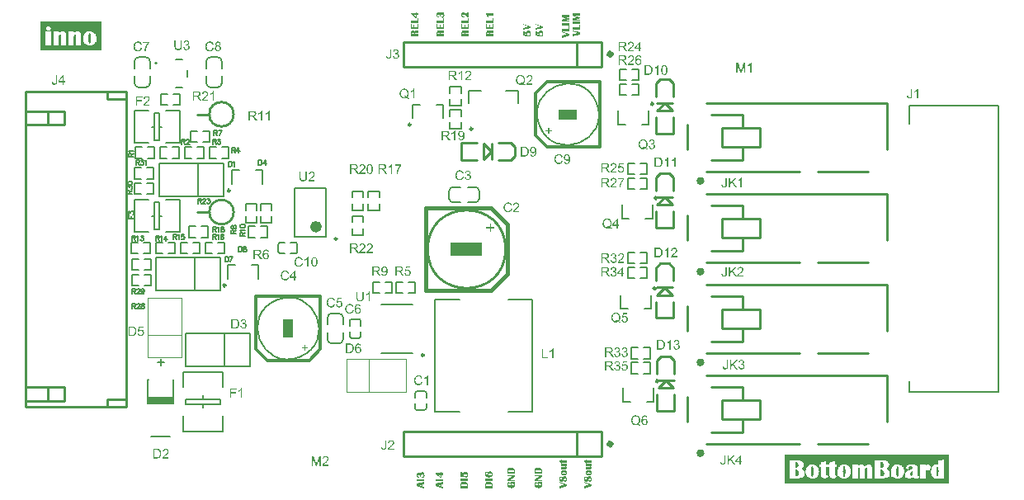
<source format=gto>
G04*
G04 #@! TF.GenerationSoftware,Altium Limited,Altium Designer,20.0.2 (26)*
G04*
G04 Layer_Color=65535*
%FSLAX25Y25*%
%MOIN*%
G70*
G01*
G75*
%ADD10C,0.01968*%
%ADD11C,0.00984*%
%ADD12C,0.01000*%
%ADD13C,0.00787*%
%ADD14C,0.02362*%
%ADD15C,0.00800*%
%ADD16C,0.01575*%
%ADD17C,0.00591*%
%ADD18C,0.00500*%
%ADD19C,0.00300*%
%ADD20C,0.01200*%
%ADD21C,0.01500*%
%ADD22R,0.10256X0.02756*%
%ADD23R,0.03921X0.07809*%
%ADD24R,0.12847X0.05510*%
%ADD25R,0.07809X0.03921*%
G36*
X373309Y-193117D02*
X307000D01*
Y-181611D01*
X373309D01*
Y-193117D01*
D02*
G37*
G36*
X30969Y-18117D02*
X6500D01*
Y-6541D01*
X30969D01*
Y-18117D01*
D02*
G37*
G36*
X113371Y-138114D02*
X114408D01*
Y-138552D01*
X113371D01*
Y-139583D01*
X112939D01*
Y-138552D01*
X111908D01*
Y-138114D01*
X112939D01*
Y-137083D01*
X113371D01*
Y-138114D01*
D02*
G37*
G36*
X188484Y-89604D02*
X189858D01*
Y-90180D01*
X188484D01*
Y-91554D01*
X187900D01*
Y-90180D01*
X186525D01*
Y-89604D01*
X187900D01*
Y-88221D01*
X188484D01*
Y-89604D01*
D02*
G37*
G36*
X211886Y-50439D02*
X212917D01*
Y-50871D01*
X211886D01*
Y-51908D01*
X211448D01*
Y-50871D01*
X210417D01*
Y-50439D01*
X211448D01*
Y-49408D01*
X211886D01*
Y-50439D01*
D02*
G37*
G36*
X228624Y-183556D02*
X228644Y-183566D01*
X228668Y-183576D01*
X228702Y-183591D01*
X228736Y-183610D01*
X228776Y-183639D01*
X228815Y-183669D01*
X228854Y-183708D01*
X228893Y-183752D01*
X228927Y-183805D01*
X228961Y-183864D01*
X228985Y-183932D01*
X229005Y-184010D01*
X229019Y-184093D01*
X229024Y-184191D01*
Y-184220D01*
X229019Y-184249D01*
X229015Y-184288D01*
X229010Y-184337D01*
X228995Y-184391D01*
X228980Y-184449D01*
X228956Y-184508D01*
X228927Y-184567D01*
X228893Y-184625D01*
X228849Y-184679D01*
X228795Y-184728D01*
X228732Y-184767D01*
X228658Y-184796D01*
X228575Y-184820D01*
X228478Y-184825D01*
X227072D01*
Y-185089D01*
X226741D01*
Y-184825D01*
X226370D01*
Y-184820D01*
X226365Y-184806D01*
X226355Y-184781D01*
X226350Y-184752D01*
X226336Y-184713D01*
X226321Y-184664D01*
X226306Y-184610D01*
X226282Y-184552D01*
X226262Y-184488D01*
X226238Y-184420D01*
X226179Y-184274D01*
X226116Y-184113D01*
X226038Y-183947D01*
X226741D01*
Y-183595D01*
X227072D01*
Y-183947D01*
X228571D01*
X228575D01*
X228585D01*
X228619Y-183942D01*
X228658Y-183927D01*
X228668Y-183917D01*
X228673Y-183903D01*
Y-183898D01*
X228658Y-183888D01*
X228649Y-183883D01*
X228634Y-183874D01*
X228610Y-183869D01*
X228575Y-183864D01*
X228605Y-183552D01*
X228610D01*
X228624Y-183556D01*
D02*
G37*
G36*
X229000Y-186153D02*
X228658D01*
X228668Y-186162D01*
X228688Y-186172D01*
X228712Y-186192D01*
X228741Y-186216D01*
X228776Y-186240D01*
X228810Y-186275D01*
X228844Y-186314D01*
X228883Y-186353D01*
X228917Y-186401D01*
X228951Y-186455D01*
X228980Y-186519D01*
X229005Y-186582D01*
X229024Y-186650D01*
X229034Y-186728D01*
X229039Y-186811D01*
Y-186836D01*
X229034Y-186870D01*
X229029Y-186909D01*
X229019Y-186953D01*
X229005Y-187007D01*
X228990Y-187060D01*
X228966Y-187119D01*
X228932Y-187177D01*
X228893Y-187231D01*
X228844Y-187285D01*
X228785Y-187329D01*
X228717Y-187368D01*
X228639Y-187402D01*
X228546Y-187421D01*
X228439Y-187426D01*
X226741D01*
Y-187382D01*
X226736Y-187353D01*
Y-187314D01*
X226731Y-187265D01*
Y-187212D01*
X226726Y-187153D01*
X226721Y-187090D01*
X226716Y-187021D01*
X226706Y-186875D01*
X226697Y-186714D01*
X226682Y-186548D01*
X228419D01*
X228424D01*
X228444D01*
X228473Y-186543D01*
X228502Y-186538D01*
X228536Y-186528D01*
X228561Y-186514D01*
X228580Y-186494D01*
X228590Y-186465D01*
Y-186450D01*
X228585Y-186436D01*
X228580Y-186416D01*
X228571Y-186392D01*
X228551Y-186367D01*
X228532Y-186338D01*
X228502Y-186309D01*
X228463Y-186279D01*
X228414Y-186250D01*
X228361Y-186226D01*
X228288Y-186201D01*
X228209Y-186182D01*
X228112Y-186167D01*
X228005Y-186157D01*
X227878Y-186153D01*
X226741D01*
Y-186109D01*
X226736Y-186079D01*
Y-186040D01*
X226731Y-185992D01*
Y-185938D01*
X226726Y-185879D01*
X226721Y-185816D01*
X226716Y-185748D01*
X226706Y-185601D01*
X226697Y-185440D01*
X226682Y-185274D01*
X229000D01*
Y-186153D01*
D02*
G37*
G36*
X227946Y-187729D02*
X227975D01*
X228053Y-187743D01*
X228141Y-187758D01*
X228244Y-187783D01*
X228346Y-187817D01*
X228458Y-187865D01*
X228571Y-187924D01*
X228673Y-188002D01*
X228776Y-188090D01*
X228819Y-188144D01*
X228863Y-188202D01*
X228902Y-188266D01*
X228941Y-188329D01*
X228971Y-188402D01*
X229000Y-188480D01*
X229019Y-188568D01*
X229034Y-188656D01*
X229044Y-188754D01*
X229049Y-188856D01*
Y-188885D01*
X229044Y-188905D01*
Y-188929D01*
X229039Y-188959D01*
X229029Y-189032D01*
X229015Y-189115D01*
X228985Y-189212D01*
X228951Y-189315D01*
X228902Y-189417D01*
X228839Y-189520D01*
X228761Y-189622D01*
X228663Y-189720D01*
X228610Y-189764D01*
X228551Y-189803D01*
X228488Y-189842D01*
X228414Y-189876D01*
X228341Y-189905D01*
X228258Y-189930D01*
X228170Y-189949D01*
X228078Y-189964D01*
X227975Y-189974D01*
X227868Y-189979D01*
X227863D01*
X227853D01*
X227839D01*
X227819D01*
X227790Y-189974D01*
X227761Y-189969D01*
X227682Y-189959D01*
X227595Y-189944D01*
X227492Y-189920D01*
X227385Y-189886D01*
X227273Y-189837D01*
X227165Y-189778D01*
X227058Y-189705D01*
X226955Y-189612D01*
X226911Y-189564D01*
X226867Y-189505D01*
X226828Y-189442D01*
X226789Y-189378D01*
X226760Y-189305D01*
X226731Y-189227D01*
X226711Y-189144D01*
X226697Y-189051D01*
X226687Y-188959D01*
X226682Y-188856D01*
Y-188807D01*
X226687Y-188783D01*
X226692Y-188754D01*
X226701Y-188680D01*
X226716Y-188593D01*
X226745Y-188500D01*
X226780Y-188397D01*
X226828Y-188290D01*
X226892Y-188183D01*
X226970Y-188080D01*
X227067Y-187987D01*
X227121Y-187943D01*
X227180Y-187900D01*
X227248Y-187861D01*
X227316Y-187826D01*
X227395Y-187797D01*
X227477Y-187773D01*
X227565Y-187753D01*
X227658Y-187739D01*
X227761Y-187729D01*
X227868Y-187724D01*
X227873D01*
X227883D01*
X227897D01*
X227917D01*
X227946Y-187729D01*
D02*
G37*
G36*
X228161Y-190183D02*
X228195Y-190188D01*
X228239Y-190193D01*
X228288Y-190203D01*
X228336Y-190218D01*
X228449Y-190257D01*
X228507Y-190281D01*
X228566Y-190310D01*
X228624Y-190345D01*
X228683Y-190388D01*
X228736Y-190437D01*
X228790Y-190491D01*
X228795Y-190496D01*
X228800Y-190506D01*
X228815Y-190525D01*
X228829Y-190549D01*
X228849Y-190579D01*
X228873Y-190618D01*
X228898Y-190662D01*
X228922Y-190710D01*
X228946Y-190769D01*
X228971Y-190832D01*
X228990Y-190901D01*
X229015Y-190974D01*
X229029Y-191052D01*
X229044Y-191135D01*
X229049Y-191228D01*
X229054Y-191321D01*
Y-191369D01*
X229049Y-191394D01*
Y-191423D01*
X229039Y-191496D01*
X229024Y-191584D01*
X229005Y-191677D01*
X228980Y-191779D01*
X228941Y-191887D01*
X228898Y-191994D01*
X228839Y-192096D01*
X228766Y-192189D01*
X228678Y-192277D01*
X228575Y-192350D01*
X228522Y-192379D01*
X228458Y-192404D01*
X228395Y-192423D01*
X228322Y-192438D01*
X228249Y-192448D01*
X228166Y-192453D01*
X228161D01*
X228151D01*
X228136D01*
X228112D01*
X228083Y-192448D01*
X228044D01*
X228005D01*
X227956Y-192443D01*
X227858Y-191940D01*
X227863D01*
X227868D01*
X227897Y-191945D01*
X227941Y-191955D01*
X227995Y-191960D01*
X228053Y-191970D01*
X228117Y-191979D01*
X228175Y-191984D01*
X228229D01*
X228234D01*
X228249D01*
X228273Y-191979D01*
X228307Y-191974D01*
X228346Y-191965D01*
X228390Y-191955D01*
X228434Y-191935D01*
X228478Y-191911D01*
X228527Y-191882D01*
X228571Y-191843D01*
X228614Y-191799D01*
X228654Y-191740D01*
X228683Y-191677D01*
X228712Y-191599D01*
X228727Y-191511D01*
X228732Y-191408D01*
Y-191364D01*
X228727Y-191335D01*
X228722Y-191301D01*
X228712Y-191262D01*
X228688Y-191179D01*
X228668Y-191135D01*
X228649Y-191096D01*
X228619Y-191057D01*
X228585Y-191023D01*
X228546Y-190993D01*
X228497Y-190969D01*
X228444Y-190954D01*
X228385Y-190950D01*
X228380D01*
X228375D01*
X228361Y-190954D01*
X228341Y-190959D01*
X228317Y-190969D01*
X228292Y-190979D01*
X228258Y-190998D01*
X228224Y-191023D01*
X228190Y-191052D01*
X228151Y-191091D01*
X228112Y-191135D01*
X228073Y-191194D01*
X228029Y-191257D01*
X227990Y-191335D01*
X227946Y-191423D01*
X227907Y-191525D01*
X227902Y-191535D01*
X227892Y-191565D01*
X227873Y-191608D01*
X227843Y-191667D01*
X227809Y-191730D01*
X227765Y-191808D01*
X227712Y-191887D01*
X227653Y-191970D01*
X227580Y-192057D01*
X227502Y-192135D01*
X227414Y-192213D01*
X227321Y-192277D01*
X227214Y-192335D01*
X227102Y-192379D01*
X226975Y-192409D01*
X226911Y-192414D01*
X226843Y-192419D01*
X226838D01*
X226823D01*
X226804D01*
X226775Y-192414D01*
X226741Y-192409D01*
X226697Y-192404D01*
X226604Y-192379D01*
X226497Y-192345D01*
X226443Y-192321D01*
X226384Y-192292D01*
X226331Y-192257D01*
X226277Y-192213D01*
X226223Y-192170D01*
X226174Y-192116D01*
X226170Y-192111D01*
X226165Y-192101D01*
X226150Y-192087D01*
X226135Y-192062D01*
X226116Y-192033D01*
X226092Y-191994D01*
X226067Y-191950D01*
X226043Y-191901D01*
X226023Y-191848D01*
X225999Y-191789D01*
X225974Y-191726D01*
X225955Y-191652D01*
X225940Y-191579D01*
X225926Y-191501D01*
X225921Y-191413D01*
X225916Y-191325D01*
Y-191281D01*
X225921Y-191233D01*
X225931Y-191164D01*
X225945Y-191086D01*
X225965Y-191003D01*
X225994Y-190911D01*
X226033Y-190813D01*
X226087Y-190720D01*
X226150Y-190628D01*
X226228Y-190540D01*
X226321Y-190466D01*
X226428Y-190398D01*
X226492Y-190374D01*
X226555Y-190349D01*
X226628Y-190330D01*
X226701Y-190315D01*
X226784Y-190310D01*
X226872Y-190305D01*
X226955Y-190793D01*
X226945D01*
X226926Y-190789D01*
X226897Y-190784D01*
X226863Y-190779D01*
X226780Y-190769D01*
X226741Y-190764D01*
X226711D01*
X226706D01*
X226692D01*
X226667Y-190769D01*
X226638Y-190774D01*
X226599Y-190784D01*
X226560Y-190793D01*
X226521Y-190813D01*
X226472Y-190837D01*
X226428Y-190867D01*
X226389Y-190906D01*
X226345Y-190954D01*
X226311Y-191013D01*
X226282Y-191077D01*
X226257Y-191155D01*
X226243Y-191247D01*
X226238Y-191350D01*
Y-191389D01*
X226243Y-191418D01*
X226248Y-191452D01*
X226253Y-191486D01*
X226277Y-191569D01*
X226316Y-191647D01*
X226340Y-191686D01*
X226370Y-191721D01*
X226404Y-191750D01*
X226448Y-191769D01*
X226497Y-191784D01*
X226550Y-191789D01*
X226555D01*
X226560D01*
X226589Y-191779D01*
X226633Y-191760D01*
X226662Y-191745D01*
X226692Y-191726D01*
X226721Y-191696D01*
X226755Y-191662D01*
X226789Y-191623D01*
X226823Y-191574D01*
X226858Y-191516D01*
X226897Y-191447D01*
X226931Y-191364D01*
X226965Y-191277D01*
Y-191272D01*
X226970Y-191262D01*
X226975Y-191247D01*
X226985Y-191228D01*
X227004Y-191174D01*
X227033Y-191106D01*
X227072Y-191023D01*
X227121Y-190930D01*
X227180Y-190828D01*
X227248Y-190725D01*
X227321Y-190623D01*
X227404Y-190525D01*
X227497Y-190432D01*
X227595Y-190349D01*
X227707Y-190281D01*
X227824Y-190227D01*
X227887Y-190208D01*
X227951Y-190188D01*
X228019Y-190183D01*
X228087Y-190179D01*
X228092D01*
X228107D01*
X228131D01*
X228161Y-190183D01*
D02*
G37*
G36*
X229000Y-193375D02*
Y-194209D01*
X225965Y-194995D01*
Y-194058D01*
X228200Y-193507D01*
X225965Y-192906D01*
Y-192506D01*
X229000Y-193375D01*
D02*
G37*
G36*
X218624Y-183556D02*
X218644Y-183566D01*
X218668Y-183576D01*
X218702Y-183591D01*
X218737Y-183610D01*
X218776Y-183639D01*
X218815Y-183669D01*
X218854Y-183708D01*
X218893Y-183752D01*
X218927Y-183805D01*
X218961Y-183864D01*
X218985Y-183932D01*
X219005Y-184010D01*
X219020Y-184093D01*
X219024Y-184191D01*
Y-184220D01*
X219020Y-184249D01*
X219015Y-184288D01*
X219010Y-184337D01*
X218995Y-184391D01*
X218981Y-184449D01*
X218956Y-184508D01*
X218927Y-184567D01*
X218893Y-184625D01*
X218849Y-184679D01*
X218795Y-184728D01*
X218732Y-184767D01*
X218658Y-184796D01*
X218575Y-184820D01*
X218478Y-184825D01*
X217072D01*
Y-185089D01*
X216741D01*
Y-184825D01*
X216370D01*
Y-184820D01*
X216365Y-184806D01*
X216355Y-184781D01*
X216350Y-184752D01*
X216336Y-184713D01*
X216321Y-184664D01*
X216306Y-184610D01*
X216282Y-184552D01*
X216262Y-184488D01*
X216238Y-184420D01*
X216179Y-184274D01*
X216116Y-184113D01*
X216038Y-183947D01*
X216741D01*
Y-183595D01*
X217072D01*
Y-183947D01*
X218571D01*
X218575D01*
X218585D01*
X218619Y-183942D01*
X218658Y-183927D01*
X218668Y-183917D01*
X218673Y-183903D01*
Y-183898D01*
X218658Y-183888D01*
X218649Y-183883D01*
X218634Y-183874D01*
X218610Y-183869D01*
X218575Y-183864D01*
X218605Y-183552D01*
X218610D01*
X218624Y-183556D01*
D02*
G37*
G36*
X219000Y-186153D02*
X218658D01*
X218668Y-186162D01*
X218688Y-186172D01*
X218712Y-186192D01*
X218741Y-186216D01*
X218776Y-186240D01*
X218810Y-186275D01*
X218844Y-186314D01*
X218883Y-186353D01*
X218917Y-186401D01*
X218951Y-186455D01*
X218981Y-186519D01*
X219005Y-186582D01*
X219024Y-186650D01*
X219034Y-186728D01*
X219039Y-186811D01*
Y-186836D01*
X219034Y-186870D01*
X219029Y-186909D01*
X219020Y-186953D01*
X219005Y-187007D01*
X218990Y-187060D01*
X218966Y-187119D01*
X218932Y-187177D01*
X218893Y-187231D01*
X218844Y-187285D01*
X218785Y-187329D01*
X218717Y-187368D01*
X218639Y-187402D01*
X218546Y-187421D01*
X218439Y-187426D01*
X216741D01*
Y-187382D01*
X216736Y-187353D01*
Y-187314D01*
X216731Y-187265D01*
Y-187212D01*
X216726Y-187153D01*
X216721Y-187090D01*
X216716Y-187021D01*
X216706Y-186875D01*
X216697Y-186714D01*
X216682Y-186548D01*
X218419D01*
X218424D01*
X218444D01*
X218473Y-186543D01*
X218502Y-186538D01*
X218536Y-186528D01*
X218561Y-186514D01*
X218580Y-186494D01*
X218590Y-186465D01*
Y-186450D01*
X218585Y-186436D01*
X218580Y-186416D01*
X218571Y-186392D01*
X218551Y-186367D01*
X218531Y-186338D01*
X218502Y-186309D01*
X218463Y-186279D01*
X218414Y-186250D01*
X218361Y-186226D01*
X218287Y-186201D01*
X218209Y-186182D01*
X218112Y-186167D01*
X218004Y-186157D01*
X217878Y-186153D01*
X216741D01*
Y-186109D01*
X216736Y-186079D01*
Y-186040D01*
X216731Y-185992D01*
Y-185938D01*
X216726Y-185879D01*
X216721Y-185816D01*
X216716Y-185748D01*
X216706Y-185601D01*
X216697Y-185440D01*
X216682Y-185274D01*
X219000D01*
Y-186153D01*
D02*
G37*
G36*
X217946Y-187729D02*
X217975D01*
X218053Y-187743D01*
X218141Y-187758D01*
X218244Y-187783D01*
X218346Y-187817D01*
X218458Y-187865D01*
X218571Y-187924D01*
X218673Y-188002D01*
X218776Y-188090D01*
X218819Y-188144D01*
X218863Y-188202D01*
X218902Y-188266D01*
X218941Y-188329D01*
X218971Y-188402D01*
X219000Y-188480D01*
X219020Y-188568D01*
X219034Y-188656D01*
X219044Y-188754D01*
X219049Y-188856D01*
Y-188885D01*
X219044Y-188905D01*
Y-188929D01*
X219039Y-188959D01*
X219029Y-189032D01*
X219015Y-189115D01*
X218985Y-189212D01*
X218951Y-189315D01*
X218902Y-189417D01*
X218839Y-189520D01*
X218761Y-189622D01*
X218663Y-189720D01*
X218610Y-189764D01*
X218551Y-189803D01*
X218488Y-189842D01*
X218414Y-189876D01*
X218341Y-189905D01*
X218258Y-189930D01*
X218170Y-189949D01*
X218078Y-189964D01*
X217975Y-189974D01*
X217868Y-189979D01*
X217863D01*
X217853D01*
X217839D01*
X217819D01*
X217790Y-189974D01*
X217760Y-189969D01*
X217682Y-189959D01*
X217595Y-189944D01*
X217492Y-189920D01*
X217385Y-189886D01*
X217272Y-189837D01*
X217165Y-189778D01*
X217058Y-189705D01*
X216955Y-189612D01*
X216911Y-189564D01*
X216867Y-189505D01*
X216828Y-189442D01*
X216789Y-189378D01*
X216760Y-189305D01*
X216731Y-189227D01*
X216711Y-189144D01*
X216697Y-189051D01*
X216687Y-188959D01*
X216682Y-188856D01*
Y-188807D01*
X216687Y-188783D01*
X216692Y-188754D01*
X216702Y-188680D01*
X216716Y-188593D01*
X216745Y-188500D01*
X216780Y-188397D01*
X216828Y-188290D01*
X216892Y-188183D01*
X216970Y-188080D01*
X217068Y-187987D01*
X217121Y-187943D01*
X217180Y-187900D01*
X217248Y-187861D01*
X217316Y-187826D01*
X217394Y-187797D01*
X217477Y-187773D01*
X217565Y-187753D01*
X217658Y-187739D01*
X217760Y-187729D01*
X217868Y-187724D01*
X217873D01*
X217882D01*
X217897D01*
X217917D01*
X217946Y-187729D01*
D02*
G37*
G36*
X218161Y-190183D02*
X218195Y-190188D01*
X218239Y-190193D01*
X218287Y-190203D01*
X218336Y-190218D01*
X218449Y-190257D01*
X218507Y-190281D01*
X218566Y-190310D01*
X218624Y-190345D01*
X218683Y-190388D01*
X218737Y-190437D01*
X218790Y-190491D01*
X218795Y-190496D01*
X218800Y-190506D01*
X218815Y-190525D01*
X218829Y-190549D01*
X218849Y-190579D01*
X218873Y-190618D01*
X218898Y-190662D01*
X218922Y-190710D01*
X218946Y-190769D01*
X218971Y-190832D01*
X218990Y-190901D01*
X219015Y-190974D01*
X219029Y-191052D01*
X219044Y-191135D01*
X219049Y-191228D01*
X219054Y-191321D01*
Y-191369D01*
X219049Y-191394D01*
Y-191423D01*
X219039Y-191496D01*
X219024Y-191584D01*
X219005Y-191677D01*
X218981Y-191779D01*
X218941Y-191887D01*
X218898Y-191994D01*
X218839Y-192096D01*
X218766Y-192189D01*
X218678Y-192277D01*
X218575Y-192350D01*
X218522Y-192379D01*
X218458Y-192404D01*
X218395Y-192423D01*
X218322Y-192438D01*
X218249Y-192448D01*
X218165Y-192453D01*
X218161D01*
X218151D01*
X218136D01*
X218112D01*
X218083Y-192448D01*
X218043D01*
X218004D01*
X217956Y-192443D01*
X217858Y-191940D01*
X217863D01*
X217868D01*
X217897Y-191945D01*
X217941Y-191955D01*
X217995Y-191960D01*
X218053Y-191970D01*
X218117Y-191979D01*
X218175Y-191984D01*
X218229D01*
X218234D01*
X218249D01*
X218273Y-191979D01*
X218307Y-191974D01*
X218346Y-191965D01*
X218390Y-191955D01*
X218434Y-191935D01*
X218478Y-191911D01*
X218527Y-191882D01*
X218571Y-191843D01*
X218615Y-191799D01*
X218653Y-191740D01*
X218683Y-191677D01*
X218712Y-191599D01*
X218727Y-191511D01*
X218732Y-191408D01*
Y-191364D01*
X218727Y-191335D01*
X218722Y-191301D01*
X218712Y-191262D01*
X218688Y-191179D01*
X218668Y-191135D01*
X218649Y-191096D01*
X218619Y-191057D01*
X218585Y-191023D01*
X218546Y-190993D01*
X218497Y-190969D01*
X218444Y-190954D01*
X218385Y-190950D01*
X218380D01*
X218375D01*
X218361Y-190954D01*
X218341Y-190959D01*
X218317Y-190969D01*
X218292Y-190979D01*
X218258Y-190998D01*
X218224Y-191023D01*
X218190Y-191052D01*
X218151Y-191091D01*
X218112Y-191135D01*
X218073Y-191194D01*
X218029Y-191257D01*
X217990Y-191335D01*
X217946Y-191423D01*
X217907Y-191525D01*
X217902Y-191535D01*
X217892Y-191565D01*
X217873Y-191608D01*
X217843Y-191667D01*
X217809Y-191730D01*
X217765Y-191808D01*
X217712Y-191887D01*
X217653Y-191970D01*
X217580Y-192057D01*
X217502Y-192135D01*
X217414Y-192213D01*
X217321Y-192277D01*
X217214Y-192335D01*
X217102Y-192379D01*
X216975Y-192409D01*
X216911Y-192414D01*
X216843Y-192419D01*
X216838D01*
X216824D01*
X216804D01*
X216775Y-192414D01*
X216741Y-192409D01*
X216697Y-192404D01*
X216604Y-192379D01*
X216497Y-192345D01*
X216443Y-192321D01*
X216384Y-192292D01*
X216331Y-192257D01*
X216277Y-192213D01*
X216223Y-192170D01*
X216175Y-192116D01*
X216170Y-192111D01*
X216165Y-192101D01*
X216150Y-192087D01*
X216135Y-192062D01*
X216116Y-192033D01*
X216091Y-191994D01*
X216067Y-191950D01*
X216043Y-191901D01*
X216023Y-191848D01*
X215999Y-191789D01*
X215974Y-191726D01*
X215955Y-191652D01*
X215940Y-191579D01*
X215926Y-191501D01*
X215921Y-191413D01*
X215916Y-191325D01*
Y-191281D01*
X215921Y-191233D01*
X215931Y-191164D01*
X215945Y-191086D01*
X215965Y-191003D01*
X215994Y-190911D01*
X216033Y-190813D01*
X216087Y-190720D01*
X216150Y-190628D01*
X216228Y-190540D01*
X216321Y-190466D01*
X216428Y-190398D01*
X216492Y-190374D01*
X216555Y-190349D01*
X216628Y-190330D01*
X216702Y-190315D01*
X216785Y-190310D01*
X216872Y-190305D01*
X216955Y-190793D01*
X216946D01*
X216926Y-190789D01*
X216897Y-190784D01*
X216863Y-190779D01*
X216780Y-190769D01*
X216741Y-190764D01*
X216711D01*
X216706D01*
X216692D01*
X216667Y-190769D01*
X216638Y-190774D01*
X216599Y-190784D01*
X216560Y-190793D01*
X216521Y-190813D01*
X216472Y-190837D01*
X216428Y-190867D01*
X216389Y-190906D01*
X216345Y-190954D01*
X216311Y-191013D01*
X216282Y-191077D01*
X216257Y-191155D01*
X216243Y-191247D01*
X216238Y-191350D01*
Y-191389D01*
X216243Y-191418D01*
X216248Y-191452D01*
X216253Y-191486D01*
X216277Y-191569D01*
X216316Y-191647D01*
X216340Y-191686D01*
X216370Y-191721D01*
X216404Y-191750D01*
X216448Y-191769D01*
X216497Y-191784D01*
X216550Y-191789D01*
X216555D01*
X216560D01*
X216589Y-191779D01*
X216633Y-191760D01*
X216663Y-191745D01*
X216692Y-191726D01*
X216721Y-191696D01*
X216755Y-191662D01*
X216789Y-191623D01*
X216824Y-191574D01*
X216858Y-191516D01*
X216897Y-191447D01*
X216931Y-191364D01*
X216965Y-191277D01*
Y-191272D01*
X216970Y-191262D01*
X216975Y-191247D01*
X216985Y-191228D01*
X217004Y-191174D01*
X217033Y-191106D01*
X217072Y-191023D01*
X217121Y-190930D01*
X217180Y-190828D01*
X217248Y-190725D01*
X217321Y-190623D01*
X217404Y-190525D01*
X217497Y-190432D01*
X217595Y-190349D01*
X217707Y-190281D01*
X217824Y-190227D01*
X217887Y-190208D01*
X217951Y-190188D01*
X218019Y-190183D01*
X218087Y-190179D01*
X218092D01*
X218107D01*
X218131D01*
X218161Y-190183D01*
D02*
G37*
G36*
X219000Y-193375D02*
Y-194209D01*
X215965Y-194995D01*
Y-194058D01*
X218200Y-193507D01*
X215965Y-192906D01*
Y-192506D01*
X219000Y-193375D01*
D02*
G37*
G36*
X207551Y-186704D02*
X207585D01*
X207629Y-186709D01*
X207673Y-186714D01*
X207721Y-186719D01*
X207839Y-186743D01*
X207965Y-186772D01*
X208102Y-186816D01*
X208244Y-186875D01*
X208385Y-186948D01*
X208453Y-186992D01*
X208522Y-187041D01*
X208585Y-187094D01*
X208649Y-187153D01*
X208707Y-187221D01*
X208766Y-187290D01*
X208815Y-187368D01*
X208858Y-187451D01*
X208902Y-187539D01*
X208937Y-187636D01*
X208961Y-187743D01*
X208980Y-187851D01*
X208995Y-187973D01*
X209000Y-188100D01*
Y-189315D01*
X205965D01*
Y-188017D01*
X205970Y-187992D01*
Y-187963D01*
X205974Y-187924D01*
X205979Y-187885D01*
X205989Y-187841D01*
X206009Y-187739D01*
X206043Y-187621D01*
X206091Y-187499D01*
X206155Y-187373D01*
X206194Y-187314D01*
X206233Y-187251D01*
X206282Y-187187D01*
X206335Y-187129D01*
X206394Y-187070D01*
X206457Y-187011D01*
X206531Y-186958D01*
X206609Y-186909D01*
X206692Y-186865D01*
X206780Y-186826D01*
X206877Y-186787D01*
X206985Y-186758D01*
X207097Y-186733D01*
X207219Y-186714D01*
X207351Y-186704D01*
X207487Y-186699D01*
X207492D01*
X207502D01*
X207526D01*
X207551Y-186704D01*
D02*
G37*
G36*
X209000Y-190501D02*
X207136Y-191652D01*
X209000D01*
Y-192033D01*
X205965D01*
Y-191423D01*
X207980Y-190149D01*
X205965D01*
Y-189769D01*
X209000D01*
Y-190501D01*
D02*
G37*
G36*
Y-192760D02*
X208800Y-192843D01*
X208805Y-192848D01*
X208810Y-192858D01*
X208824Y-192877D01*
X208839Y-192902D01*
X208858Y-192931D01*
X208878Y-192965D01*
X208902Y-193009D01*
X208922Y-193058D01*
X208971Y-193165D01*
X209010Y-193292D01*
X209039Y-193429D01*
X209044Y-193502D01*
X209049Y-193580D01*
Y-193609D01*
X209044Y-193643D01*
Y-193692D01*
X209034Y-193746D01*
X209029Y-193814D01*
X209015Y-193887D01*
X209000Y-193965D01*
X208976Y-194048D01*
X208951Y-194131D01*
X208917Y-194219D01*
X208878Y-194307D01*
X208834Y-194395D01*
X208780Y-194478D01*
X208717Y-194556D01*
X208649Y-194629D01*
X208644Y-194634D01*
X208629Y-194644D01*
X208605Y-194663D01*
X208575Y-194688D01*
X208531Y-194717D01*
X208483Y-194746D01*
X208424Y-194780D01*
X208356Y-194815D01*
X208278Y-194849D01*
X208195Y-194883D01*
X208097Y-194912D01*
X208000Y-194941D01*
X207887Y-194966D01*
X207770Y-194985D01*
X207643Y-194995D01*
X207512Y-195000D01*
X207502D01*
X207482D01*
X207443Y-194995D01*
X207395D01*
X207336Y-194985D01*
X207263Y-194981D01*
X207185Y-194966D01*
X207102Y-194951D01*
X207014Y-194932D01*
X206921Y-194902D01*
X206823Y-194873D01*
X206726Y-194834D01*
X206633Y-194790D01*
X206536Y-194737D01*
X206448Y-194673D01*
X206360Y-194605D01*
X206355Y-194600D01*
X206340Y-194585D01*
X206321Y-194566D01*
X206292Y-194532D01*
X206257Y-194492D01*
X206218Y-194444D01*
X206179Y-194390D01*
X206135Y-194327D01*
X206096Y-194258D01*
X206057Y-194180D01*
X206018Y-194092D01*
X205984Y-194000D01*
X205955Y-193902D01*
X205935Y-193799D01*
X205921Y-193687D01*
X205916Y-193570D01*
Y-193531D01*
X205921Y-193487D01*
X205930Y-193433D01*
X205945Y-193365D01*
X205965Y-193287D01*
X205989Y-193204D01*
X206028Y-193116D01*
X206077Y-193028D01*
X206135Y-192936D01*
X206209Y-192848D01*
X206296Y-192765D01*
X206399Y-192692D01*
X206521Y-192623D01*
X206589Y-192594D01*
X206658Y-192570D01*
X206736Y-192545D01*
X206819Y-192526D01*
X207024Y-193019D01*
X206911D01*
X206755Y-193028D01*
X206750D01*
X206736D01*
X206711Y-193033D01*
X206677Y-193038D01*
X206643Y-193048D01*
X206599Y-193063D01*
X206511Y-193097D01*
X206467Y-193121D01*
X206423Y-193150D01*
X206379Y-193185D01*
X206345Y-193229D01*
X206311Y-193277D01*
X206287Y-193331D01*
X206272Y-193394D01*
X206267Y-193468D01*
Y-193497D01*
X206272Y-193517D01*
X206282Y-193565D01*
X206301Y-193629D01*
X206331Y-193697D01*
X206375Y-193761D01*
X206404Y-193795D01*
X206438Y-193824D01*
X206482Y-193848D01*
X206526Y-193873D01*
X206531D01*
X206540Y-193878D01*
X206555Y-193883D01*
X206579Y-193887D01*
X206609Y-193897D01*
X206648Y-193907D01*
X206692Y-193917D01*
X206750Y-193926D01*
X206814Y-193936D01*
X206887Y-193946D01*
X206965Y-193956D01*
X207058Y-193965D01*
X207160Y-193970D01*
X207273Y-193975D01*
X207395Y-193980D01*
X207531D01*
X207541D01*
X207560D01*
X207599D01*
X207643D01*
X207702Y-193975D01*
X207765D01*
X207839Y-193970D01*
X207912D01*
X208068Y-193961D01*
X208224Y-193941D01*
X208292Y-193931D01*
X208361Y-193921D01*
X208419Y-193907D01*
X208468Y-193892D01*
X208478Y-193887D01*
X208502Y-193873D01*
X208541Y-193853D01*
X208580Y-193819D01*
X208624Y-193775D01*
X208663Y-193717D01*
X208688Y-193648D01*
X208693Y-193609D01*
X208697Y-193565D01*
Y-193541D01*
X208693Y-193521D01*
X208683Y-193477D01*
X208658Y-193424D01*
X208624Y-193375D01*
X208595Y-193351D01*
X208566Y-193331D01*
X208531Y-193312D01*
X208492Y-193297D01*
X208444Y-193292D01*
X208390Y-193287D01*
X207707D01*
Y-193717D01*
X207321D01*
Y-192409D01*
X209000D01*
Y-192760D01*
D02*
G37*
G36*
X196551Y-186704D02*
X196585D01*
X196629Y-186709D01*
X196673Y-186714D01*
X196721Y-186719D01*
X196839Y-186743D01*
X196965Y-186772D01*
X197102Y-186816D01*
X197244Y-186875D01*
X197385Y-186948D01*
X197453Y-186992D01*
X197522Y-187041D01*
X197585Y-187094D01*
X197649Y-187153D01*
X197707Y-187221D01*
X197766Y-187290D01*
X197815Y-187368D01*
X197859Y-187451D01*
X197902Y-187539D01*
X197937Y-187636D01*
X197961Y-187743D01*
X197980Y-187851D01*
X197995Y-187973D01*
X198000Y-188100D01*
Y-189315D01*
X194965D01*
Y-188017D01*
X194969Y-187992D01*
Y-187963D01*
X194974Y-187924D01*
X194979Y-187885D01*
X194989Y-187841D01*
X195009Y-187739D01*
X195043Y-187621D01*
X195091Y-187499D01*
X195155Y-187373D01*
X195194Y-187314D01*
X195233Y-187251D01*
X195282Y-187187D01*
X195335Y-187129D01*
X195394Y-187070D01*
X195457Y-187011D01*
X195531Y-186958D01*
X195609Y-186909D01*
X195692Y-186865D01*
X195780Y-186826D01*
X195877Y-186787D01*
X195985Y-186758D01*
X196097Y-186733D01*
X196219Y-186714D01*
X196351Y-186704D01*
X196487Y-186699D01*
X196492D01*
X196502D01*
X196526D01*
X196551Y-186704D01*
D02*
G37*
G36*
X198000Y-190501D02*
X196136Y-191652D01*
X198000D01*
Y-192033D01*
X194965D01*
Y-191423D01*
X196980Y-190149D01*
X194965D01*
Y-189769D01*
X198000D01*
Y-190501D01*
D02*
G37*
G36*
Y-192760D02*
X197800Y-192843D01*
X197805Y-192848D01*
X197810Y-192858D01*
X197824Y-192877D01*
X197839Y-192902D01*
X197859Y-192931D01*
X197878Y-192965D01*
X197902Y-193009D01*
X197922Y-193058D01*
X197971Y-193165D01*
X198010Y-193292D01*
X198039Y-193429D01*
X198044Y-193502D01*
X198049Y-193580D01*
Y-193609D01*
X198044Y-193643D01*
Y-193692D01*
X198034Y-193746D01*
X198029Y-193814D01*
X198015Y-193887D01*
X198000Y-193965D01*
X197976Y-194048D01*
X197951Y-194131D01*
X197917Y-194219D01*
X197878Y-194307D01*
X197834Y-194395D01*
X197780Y-194478D01*
X197717Y-194556D01*
X197649Y-194629D01*
X197644Y-194634D01*
X197629Y-194644D01*
X197605Y-194663D01*
X197575Y-194688D01*
X197531Y-194717D01*
X197483Y-194746D01*
X197424Y-194780D01*
X197356Y-194815D01*
X197278Y-194849D01*
X197195Y-194883D01*
X197097Y-194912D01*
X197000Y-194941D01*
X196887Y-194966D01*
X196770Y-194985D01*
X196643Y-194995D01*
X196512Y-195000D01*
X196502D01*
X196482D01*
X196443Y-194995D01*
X196395D01*
X196336Y-194985D01*
X196263Y-194981D01*
X196185Y-194966D01*
X196102Y-194951D01*
X196014Y-194932D01*
X195921Y-194902D01*
X195824Y-194873D01*
X195726Y-194834D01*
X195633Y-194790D01*
X195536Y-194737D01*
X195448Y-194673D01*
X195360Y-194605D01*
X195355Y-194600D01*
X195340Y-194585D01*
X195321Y-194566D01*
X195292Y-194532D01*
X195257Y-194492D01*
X195218Y-194444D01*
X195179Y-194390D01*
X195135Y-194327D01*
X195096Y-194258D01*
X195057Y-194180D01*
X195018Y-194092D01*
X194984Y-194000D01*
X194955Y-193902D01*
X194935Y-193799D01*
X194921Y-193687D01*
X194916Y-193570D01*
Y-193531D01*
X194921Y-193487D01*
X194931Y-193433D01*
X194945Y-193365D01*
X194965Y-193287D01*
X194989Y-193204D01*
X195028Y-193116D01*
X195077Y-193028D01*
X195135Y-192936D01*
X195209Y-192848D01*
X195297Y-192765D01*
X195399Y-192692D01*
X195521Y-192623D01*
X195589Y-192594D01*
X195658Y-192570D01*
X195736Y-192545D01*
X195819Y-192526D01*
X196024Y-193019D01*
X195911D01*
X195755Y-193028D01*
X195750D01*
X195736D01*
X195711Y-193033D01*
X195677Y-193038D01*
X195643Y-193048D01*
X195599Y-193063D01*
X195511Y-193097D01*
X195467Y-193121D01*
X195423Y-193150D01*
X195379Y-193185D01*
X195345Y-193229D01*
X195311Y-193277D01*
X195287Y-193331D01*
X195272Y-193394D01*
X195267Y-193468D01*
Y-193497D01*
X195272Y-193517D01*
X195282Y-193565D01*
X195301Y-193629D01*
X195331Y-193697D01*
X195375Y-193761D01*
X195404Y-193795D01*
X195438Y-193824D01*
X195482Y-193848D01*
X195526Y-193873D01*
X195531D01*
X195540Y-193878D01*
X195555Y-193883D01*
X195580Y-193887D01*
X195609Y-193897D01*
X195648Y-193907D01*
X195692Y-193917D01*
X195750Y-193926D01*
X195814Y-193936D01*
X195887Y-193946D01*
X195965Y-193956D01*
X196058Y-193965D01*
X196160Y-193970D01*
X196273Y-193975D01*
X196395Y-193980D01*
X196531D01*
X196541D01*
X196560D01*
X196599D01*
X196643D01*
X196702Y-193975D01*
X196765D01*
X196839Y-193970D01*
X196912D01*
X197068Y-193961D01*
X197224Y-193941D01*
X197292Y-193931D01*
X197361Y-193921D01*
X197419Y-193907D01*
X197468Y-193892D01*
X197478Y-193887D01*
X197502Y-193873D01*
X197541Y-193853D01*
X197580Y-193819D01*
X197624Y-193775D01*
X197663Y-193717D01*
X197688Y-193648D01*
X197693Y-193609D01*
X197697Y-193565D01*
Y-193541D01*
X197693Y-193521D01*
X197683Y-193477D01*
X197658Y-193424D01*
X197624Y-193375D01*
X197595Y-193351D01*
X197566Y-193331D01*
X197531Y-193312D01*
X197493Y-193297D01*
X197444Y-193292D01*
X197390Y-193287D01*
X196707D01*
Y-193717D01*
X196321D01*
Y-192409D01*
X198000D01*
Y-192760D01*
D02*
G37*
G36*
X188024Y-188256D02*
X188068Y-188261D01*
X188117Y-188266D01*
X188170Y-188275D01*
X188229Y-188290D01*
X188361Y-188329D01*
X188429Y-188353D01*
X188493Y-188383D01*
X188561Y-188417D01*
X188629Y-188461D01*
X188693Y-188510D01*
X188751Y-188563D01*
X188756Y-188568D01*
X188766Y-188578D01*
X188780Y-188593D01*
X188800Y-188617D01*
X188819Y-188651D01*
X188849Y-188685D01*
X188873Y-188729D01*
X188902Y-188783D01*
X188932Y-188837D01*
X188956Y-188900D01*
X188985Y-188963D01*
X189005Y-189037D01*
X189024Y-189115D01*
X189039Y-189203D01*
X189049Y-189290D01*
X189054Y-189383D01*
Y-189417D01*
X189049Y-189437D01*
Y-189466D01*
X189044Y-189505D01*
X189029Y-189588D01*
X189005Y-189686D01*
X188976Y-189793D01*
X188927Y-189915D01*
X188863Y-190032D01*
X188824Y-190096D01*
X188785Y-190154D01*
X188736Y-190218D01*
X188683Y-190271D01*
X188624Y-190330D01*
X188561Y-190384D01*
X188488Y-190432D01*
X188414Y-190481D01*
X188331Y-190525D01*
X188239Y-190564D01*
X188141Y-190598D01*
X188039Y-190628D01*
X187922Y-190652D01*
X187804Y-190671D01*
X187673Y-190681D01*
X187536Y-190686D01*
X187526D01*
X187502D01*
X187463Y-190681D01*
X187414D01*
X187351Y-190676D01*
X187277Y-190667D01*
X187199Y-190657D01*
X187111Y-190637D01*
X187019Y-190618D01*
X186926Y-190593D01*
X186828Y-190564D01*
X186731Y-190530D01*
X186633Y-190486D01*
X186536Y-190437D01*
X186448Y-190379D01*
X186360Y-190315D01*
X186355Y-190310D01*
X186340Y-190296D01*
X186321Y-190276D01*
X186292Y-190247D01*
X186257Y-190208D01*
X186218Y-190164D01*
X186179Y-190110D01*
X186135Y-190047D01*
X186096Y-189979D01*
X186057Y-189905D01*
X186018Y-189822D01*
X185984Y-189734D01*
X185955Y-189637D01*
X185935Y-189534D01*
X185921Y-189427D01*
X185916Y-189310D01*
Y-189271D01*
X185921Y-189227D01*
X185926Y-189168D01*
X185935Y-189100D01*
X185955Y-189022D01*
X185974Y-188939D01*
X186004Y-188856D01*
X186043Y-188773D01*
X186091Y-188690D01*
X186150Y-188612D01*
X186218Y-188544D01*
X186301Y-188485D01*
X186399Y-188441D01*
X186511Y-188412D01*
X186575Y-188407D01*
X186638Y-188402D01*
X186643D01*
X186648D01*
X186662D01*
X186682D01*
X186706Y-188407D01*
X186736Y-188412D01*
X186775Y-188417D01*
X186814Y-188422D01*
X186882Y-188900D01*
X186872D01*
X186853Y-188895D01*
X186819Y-188890D01*
X186775Y-188885D01*
X186682Y-188876D01*
X186633Y-188871D01*
X186594D01*
X186589D01*
X186580D01*
X186560D01*
X186540Y-188876D01*
X186482Y-188890D01*
X186414Y-188915D01*
X186384Y-188929D01*
X186350Y-188954D01*
X186321Y-188978D01*
X186292Y-189012D01*
X186272Y-189051D01*
X186253Y-189095D01*
X186243Y-189149D01*
X186238Y-189207D01*
Y-189217D01*
X186243Y-189246D01*
X186248Y-189290D01*
X186262Y-189339D01*
X186287Y-189398D01*
X186321Y-189451D01*
X186370Y-189505D01*
X186438Y-189549D01*
X186448Y-189554D01*
X186458Y-189559D01*
X186477Y-189564D01*
X186501Y-189573D01*
X186531Y-189583D01*
X186565Y-189593D01*
X186604Y-189603D01*
X186653Y-189617D01*
X186711Y-189627D01*
X186770Y-189642D01*
X186843Y-189652D01*
X186916Y-189661D01*
X187004Y-189676D01*
X187097Y-189686D01*
X187199Y-189695D01*
X187194Y-189691D01*
X187189Y-189686D01*
X187160Y-189656D01*
X187121Y-189612D01*
X187077Y-189554D01*
X187033Y-189481D01*
X186999Y-189393D01*
X186970Y-189295D01*
X186965Y-189242D01*
X186960Y-189183D01*
Y-189144D01*
X186965Y-189115D01*
X186970Y-189081D01*
X186975Y-189041D01*
X186994Y-188949D01*
X187029Y-188846D01*
X187053Y-188788D01*
X187077Y-188734D01*
X187111Y-188680D01*
X187151Y-188622D01*
X187194Y-188568D01*
X187243Y-188519D01*
X187248Y-188514D01*
X187258Y-188510D01*
X187273Y-188495D01*
X187292Y-188475D01*
X187321Y-188456D01*
X187355Y-188436D01*
X187390Y-188412D01*
X187434Y-188383D01*
X187482Y-188358D01*
X187536Y-188334D01*
X187653Y-188295D01*
X187790Y-188261D01*
X187863Y-188256D01*
X187941Y-188251D01*
X187946D01*
X187965D01*
X187990D01*
X188024Y-188256D01*
D02*
G37*
G36*
X189000Y-192028D02*
X185965D01*
Y-191081D01*
X189000D01*
Y-192028D01*
D02*
G37*
G36*
X187551Y-192389D02*
X187585D01*
X187629Y-192394D01*
X187673Y-192399D01*
X187721Y-192404D01*
X187839Y-192428D01*
X187965Y-192457D01*
X188102Y-192501D01*
X188244Y-192560D01*
X188385Y-192633D01*
X188453Y-192677D01*
X188522Y-192726D01*
X188585Y-192780D01*
X188649Y-192838D01*
X188707Y-192906D01*
X188766Y-192975D01*
X188815Y-193053D01*
X188858Y-193136D01*
X188902Y-193224D01*
X188937Y-193321D01*
X188961Y-193429D01*
X188980Y-193536D01*
X188995Y-193658D01*
X189000Y-193785D01*
Y-195000D01*
X185965D01*
Y-193702D01*
X185969Y-193677D01*
Y-193648D01*
X185974Y-193609D01*
X185979Y-193570D01*
X185989Y-193526D01*
X186009Y-193424D01*
X186043Y-193307D01*
X186091Y-193185D01*
X186155Y-193058D01*
X186194Y-192999D01*
X186233Y-192936D01*
X186282Y-192872D01*
X186336Y-192814D01*
X186394Y-192755D01*
X186458Y-192697D01*
X186531Y-192643D01*
X186609Y-192594D01*
X186692Y-192550D01*
X186780Y-192511D01*
X186877Y-192472D01*
X186985Y-192443D01*
X187097Y-192419D01*
X187219Y-192399D01*
X187351Y-192389D01*
X187487Y-192384D01*
X187492D01*
X187502D01*
X187526D01*
X187551Y-192389D01*
D02*
G37*
G36*
X178063Y-188344D02*
X178102Y-188349D01*
X178151Y-188358D01*
X178205Y-188368D01*
X178263Y-188383D01*
X178322Y-188402D01*
X178385Y-188427D01*
X178453Y-188451D01*
X178517Y-188485D01*
X178580Y-188529D01*
X178644Y-188573D01*
X178702Y-188627D01*
X178761Y-188690D01*
X178766Y-188695D01*
X178776Y-188705D01*
X178785Y-188724D01*
X178805Y-188754D01*
X178829Y-188788D01*
X178854Y-188832D01*
X178878Y-188881D01*
X178902Y-188934D01*
X178932Y-188998D01*
X178956Y-189071D01*
X178981Y-189144D01*
X179005Y-189227D01*
X179024Y-189315D01*
X179034Y-189412D01*
X179044Y-189510D01*
X179049Y-189617D01*
Y-189661D01*
X179044Y-189715D01*
X179039Y-189783D01*
X179024Y-189866D01*
X179010Y-189954D01*
X178985Y-190052D01*
X178956Y-190149D01*
X178917Y-190247D01*
X178868Y-190345D01*
X178810Y-190432D01*
X178736Y-190515D01*
X178649Y-190584D01*
X178551Y-190637D01*
X178497Y-190657D01*
X178439Y-190671D01*
X178375Y-190676D01*
X178307Y-190681D01*
X178302D01*
X178287D01*
X178263D01*
X178229Y-190676D01*
X178190Y-190671D01*
X178141Y-190667D01*
X178083Y-190657D01*
X178019Y-190642D01*
X177936Y-190179D01*
X177946D01*
X177975Y-190183D01*
X178014Y-190188D01*
X178068Y-190193D01*
X178122Y-190203D01*
X178185Y-190208D01*
X178244Y-190213D01*
X178302D01*
X178307D01*
X178317D01*
X178336Y-190208D01*
X178366D01*
X178429Y-190188D01*
X178463Y-190179D01*
X178497Y-190159D01*
X178536Y-190139D01*
X178571Y-190110D01*
X178605Y-190076D01*
X178634Y-190037D01*
X178658Y-189988D01*
X178678Y-189930D01*
X178693Y-189866D01*
X178697Y-189793D01*
Y-189769D01*
X178693Y-189744D01*
X178688Y-189710D01*
X178673Y-189671D01*
X178658Y-189627D01*
X178634Y-189578D01*
X178605Y-189530D01*
X178566Y-189481D01*
X178512Y-189437D01*
X178453Y-189393D01*
X178380Y-189354D01*
X178292Y-189320D01*
X178195Y-189295D01*
X178078Y-189276D01*
X177946Y-189271D01*
X177941D01*
X177921D01*
X177897Y-189276D01*
X177863D01*
X177824Y-189286D01*
X177780Y-189295D01*
X177731Y-189310D01*
X177682Y-189325D01*
X177634Y-189349D01*
X177590Y-189378D01*
X177546Y-189412D01*
X177507Y-189456D01*
X177473Y-189505D01*
X177448Y-189564D01*
X177429Y-189632D01*
X177424Y-189710D01*
Y-189734D01*
X177429Y-189754D01*
X177438Y-189803D01*
X177463Y-189866D01*
X177497Y-189944D01*
X177521Y-189983D01*
X177551Y-190027D01*
X177585Y-190066D01*
X177629Y-190110D01*
X177673Y-190154D01*
X177726Y-190198D01*
X177634Y-190603D01*
X175965Y-190320D01*
Y-188510D01*
X176672Y-188627D01*
Y-190022D01*
X177219Y-190125D01*
X177214Y-190120D01*
X177209Y-190110D01*
X177194Y-190096D01*
X177180Y-190071D01*
X177160Y-190047D01*
X177141Y-190013D01*
X177121Y-189974D01*
X177097Y-189930D01*
X177053Y-189827D01*
X177014Y-189715D01*
X176985Y-189583D01*
X176980Y-189515D01*
X176975Y-189442D01*
Y-189393D01*
X176980Y-189364D01*
X176985Y-189320D01*
X176989Y-189271D01*
X176999Y-189217D01*
X177009Y-189163D01*
X177043Y-189037D01*
X177067Y-188968D01*
X177092Y-188905D01*
X177126Y-188837D01*
X177165Y-188773D01*
X177209Y-188710D01*
X177258Y-188651D01*
X177263Y-188646D01*
X177272Y-188637D01*
X177287Y-188622D01*
X177307Y-188602D01*
X177336Y-188578D01*
X177370Y-188554D01*
X177409Y-188524D01*
X177453Y-188495D01*
X177502Y-188466D01*
X177560Y-188436D01*
X177682Y-188388D01*
X177751Y-188368D01*
X177824Y-188353D01*
X177897Y-188344D01*
X177980Y-188339D01*
X177985D01*
X178000D01*
X178029D01*
X178063Y-188344D01*
D02*
G37*
G36*
X179000Y-192028D02*
X175965D01*
Y-191081D01*
X179000D01*
Y-192028D01*
D02*
G37*
G36*
X177551Y-192389D02*
X177585D01*
X177629Y-192394D01*
X177673Y-192399D01*
X177721Y-192404D01*
X177839Y-192428D01*
X177965Y-192457D01*
X178102Y-192501D01*
X178244Y-192560D01*
X178385Y-192633D01*
X178453Y-192677D01*
X178522Y-192726D01*
X178585Y-192780D01*
X178649Y-192838D01*
X178707Y-192906D01*
X178766Y-192975D01*
X178815Y-193053D01*
X178858Y-193136D01*
X178902Y-193224D01*
X178937Y-193321D01*
X178961Y-193429D01*
X178981Y-193536D01*
X178995Y-193658D01*
X179000Y-193785D01*
Y-195000D01*
X175965D01*
Y-193702D01*
X175970Y-193677D01*
Y-193648D01*
X175974Y-193609D01*
X175979Y-193570D01*
X175989Y-193526D01*
X176009Y-193424D01*
X176043Y-193307D01*
X176092Y-193185D01*
X176155Y-193058D01*
X176194Y-192999D01*
X176233Y-192936D01*
X176282Y-192872D01*
X176336Y-192814D01*
X176394Y-192755D01*
X176458Y-192697D01*
X176531Y-192643D01*
X176609Y-192594D01*
X176692Y-192550D01*
X176780Y-192511D01*
X176877Y-192472D01*
X176985Y-192443D01*
X177097Y-192419D01*
X177219Y-192399D01*
X177351Y-192389D01*
X177487Y-192384D01*
X177492D01*
X177502D01*
X177526D01*
X177551Y-192389D01*
D02*
G37*
G36*
X168385Y-188919D02*
X169000D01*
Y-189851D01*
X168385D01*
Y-190945D01*
X167965D01*
X165965Y-189554D01*
Y-188919D01*
X167965D01*
Y-188592D01*
X168385D01*
Y-188919D01*
D02*
G37*
G36*
X169000Y-192272D02*
X165965D01*
Y-191325D01*
X169000D01*
Y-192272D01*
D02*
G37*
G36*
Y-193414D02*
X168361Y-193589D01*
Y-194404D01*
X169000Y-194590D01*
Y-195005D01*
X165965Y-194126D01*
Y-193301D01*
X169000Y-192472D01*
Y-193414D01*
D02*
G37*
G36*
X160729Y-188592D02*
X160787Y-188602D01*
X160856Y-188622D01*
X160934Y-188646D01*
X161012Y-188685D01*
X161095Y-188739D01*
X161183Y-188802D01*
X161261Y-188885D01*
X161300Y-188934D01*
X161339Y-188988D01*
X161373Y-189046D01*
X161407Y-189110D01*
X161437Y-189178D01*
X161466Y-189251D01*
X161490Y-189329D01*
X161510Y-189417D01*
X161524Y-189510D01*
X161539Y-189607D01*
X161544Y-189715D01*
X161549Y-189827D01*
Y-189876D01*
X161544Y-189929D01*
X161539Y-189998D01*
X161524Y-190081D01*
X161510Y-190173D01*
X161485Y-190276D01*
X161456Y-190378D01*
X161417Y-190481D01*
X161363Y-190578D01*
X161305Y-190676D01*
X161232Y-190759D01*
X161144Y-190827D01*
X161046Y-190881D01*
X160988Y-190901D01*
X160929Y-190915D01*
X160866Y-190925D01*
X160797Y-190930D01*
X160792D01*
X160773D01*
X160744Y-190925D01*
X160700D01*
X160651Y-190920D01*
X160587Y-190910D01*
X160519Y-190901D01*
X160446Y-190886D01*
X160422Y-190408D01*
X160431D01*
X160461Y-190417D01*
X160500Y-190422D01*
X160548Y-190432D01*
X160607Y-190442D01*
X160666Y-190452D01*
X160719Y-190461D01*
X160773Y-190466D01*
X160778D01*
X160792D01*
X160812D01*
X160841Y-190461D01*
X160871Y-190456D01*
X160905Y-190447D01*
X160944Y-190432D01*
X160983Y-190417D01*
X161027Y-190393D01*
X161061Y-190364D01*
X161100Y-190330D01*
X161129Y-190281D01*
X161158Y-190232D01*
X161178Y-190168D01*
X161193Y-190095D01*
X161197Y-190012D01*
Y-189993D01*
X161193Y-189969D01*
X161188Y-189939D01*
X161183Y-189905D01*
X161168Y-189866D01*
X161153Y-189822D01*
X161129Y-189778D01*
X161105Y-189734D01*
X161066Y-189690D01*
X161027Y-189651D01*
X160973Y-189617D01*
X160914Y-189588D01*
X160841Y-189563D01*
X160758Y-189549D01*
X160666Y-189544D01*
X160661D01*
X160641D01*
X160617Y-189549D01*
X160583Y-189554D01*
X160539Y-189563D01*
X160495Y-189573D01*
X160446Y-189593D01*
X160392Y-189617D01*
X160343Y-189646D01*
X160295Y-189685D01*
X160251Y-189729D01*
X160207Y-189783D01*
X160173Y-189851D01*
X160148Y-189925D01*
X160129Y-190012D01*
X160124Y-190115D01*
X160134Y-190388D01*
X159694D01*
Y-190154D01*
X159689Y-190125D01*
X159685Y-190086D01*
X159680Y-190037D01*
X159670Y-189988D01*
X159651Y-189934D01*
X159631Y-189876D01*
X159607Y-189822D01*
X159572Y-189768D01*
X159533Y-189715D01*
X159485Y-189671D01*
X159426Y-189632D01*
X159363Y-189602D01*
X159284Y-189583D01*
X159197Y-189578D01*
X159192D01*
X159177D01*
X159158Y-189583D01*
X159128D01*
X159099Y-189593D01*
X159060Y-189598D01*
X158982Y-189632D01*
X158943Y-189651D01*
X158904Y-189681D01*
X158865Y-189715D01*
X158835Y-189754D01*
X158806Y-189803D01*
X158787Y-189856D01*
X158772Y-189920D01*
X158767Y-189993D01*
Y-190027D01*
X158772Y-190056D01*
X158787Y-190120D01*
X158816Y-190188D01*
X158835Y-190227D01*
X158860Y-190261D01*
X158889Y-190295D01*
X158923Y-190325D01*
X158967Y-190349D01*
X159021Y-190369D01*
X159075Y-190383D01*
X159143Y-190388D01*
X159148D01*
X159162D01*
X159182D01*
X159216Y-190383D01*
X159255D01*
X159299Y-190378D01*
X159358Y-190374D01*
X159421Y-190364D01*
X159333Y-190852D01*
X159328D01*
X159324D01*
X159294D01*
X159250Y-190847D01*
X159192Y-190837D01*
X159119Y-190823D01*
X159040Y-190798D01*
X158962Y-190769D01*
X158875Y-190725D01*
X158787Y-190671D01*
X158704Y-190603D01*
X158631Y-190520D01*
X158557Y-190422D01*
X158499Y-190305D01*
X158474Y-190242D01*
X158455Y-190173D01*
X158440Y-190095D01*
X158426Y-190017D01*
X158421Y-189929D01*
X158416Y-189837D01*
Y-189788D01*
X158421Y-189759D01*
Y-189729D01*
X158431Y-189651D01*
X158440Y-189563D01*
X158460Y-189466D01*
X158484Y-189358D01*
X158518Y-189251D01*
X158562Y-189144D01*
X158611Y-189036D01*
X158679Y-188939D01*
X158757Y-188846D01*
X158850Y-188773D01*
X158904Y-188744D01*
X158958Y-188714D01*
X159021Y-188695D01*
X159084Y-188680D01*
X159153Y-188670D01*
X159226Y-188665D01*
X159231D01*
X159250D01*
X159275Y-188670D01*
X159309Y-188675D01*
X159353Y-188685D01*
X159402Y-188700D01*
X159455Y-188719D01*
X159509Y-188744D01*
X159567Y-188778D01*
X159626Y-188822D01*
X159680Y-188871D01*
X159733Y-188934D01*
X159782Y-189007D01*
X159831Y-189090D01*
X159870Y-189188D01*
X159899Y-189300D01*
Y-189290D01*
X159904Y-189271D01*
X159914Y-189232D01*
X159929Y-189188D01*
X159948Y-189134D01*
X159973Y-189070D01*
X160007Y-189007D01*
X160046Y-188939D01*
X160090Y-188875D01*
X160143Y-188807D01*
X160202Y-188749D01*
X160270Y-188695D01*
X160348Y-188651D01*
X160441Y-188612D01*
X160539Y-188592D01*
X160646Y-188583D01*
X160656D01*
X160685D01*
X160729Y-188592D01*
D02*
G37*
G36*
X161500Y-192272D02*
X158465D01*
Y-191325D01*
X161500D01*
Y-192272D01*
D02*
G37*
G36*
Y-193414D02*
X160861Y-193589D01*
Y-194404D01*
X161500Y-194590D01*
Y-195005D01*
X158465Y-194126D01*
Y-193301D01*
X161500Y-192472D01*
Y-193414D01*
D02*
G37*
G36*
X220000Y-4709D02*
X217950D01*
X220000Y-5202D01*
Y-5753D01*
X217985Y-6256D01*
X220000D01*
Y-6637D01*
X216965D01*
Y-5690D01*
X218746Y-5221D01*
X216965Y-4753D01*
Y-3791D01*
X220000D01*
Y-4709D01*
D02*
G37*
G36*
Y-8017D02*
X216965D01*
Y-7071D01*
X220000D01*
Y-8017D01*
D02*
G37*
G36*
Y-10321D02*
X216965D01*
Y-9374D01*
X219615D01*
Y-8159D01*
X220000D01*
Y-10321D01*
D02*
G37*
G36*
Y-11375D02*
Y-12209D01*
X216965Y-12995D01*
Y-12058D01*
X219200Y-11507D01*
X216965Y-10907D01*
Y-10506D01*
X220000Y-11375D01*
D02*
G37*
G36*
X209500Y-8342D02*
Y-9177D01*
X206465Y-9962D01*
Y-9025D01*
X208700Y-8474D01*
X206465Y-7874D01*
Y-7474D01*
X209500Y-8342D01*
D02*
G37*
G36*
X208563Y-10163D02*
X208602Y-10167D01*
X208651Y-10177D01*
X208705Y-10187D01*
X208763Y-10202D01*
X208822Y-10221D01*
X208885Y-10245D01*
X208953Y-10270D01*
X209017Y-10304D01*
X209080Y-10348D01*
X209144Y-10392D01*
X209202Y-10446D01*
X209261Y-10509D01*
X209266Y-10514D01*
X209276Y-10524D01*
X209285Y-10543D01*
X209305Y-10572D01*
X209329Y-10607D01*
X209354Y-10650D01*
X209378Y-10699D01*
X209402Y-10753D01*
X209432Y-10816D01*
X209456Y-10890D01*
X209481Y-10963D01*
X209505Y-11046D01*
X209524Y-11134D01*
X209534Y-11231D01*
X209544Y-11329D01*
X209549Y-11436D01*
Y-11480D01*
X209544Y-11534D01*
X209539Y-11602D01*
X209524Y-11685D01*
X209510Y-11773D01*
X209485Y-11870D01*
X209456Y-11968D01*
X209417Y-12066D01*
X209368Y-12163D01*
X209310Y-12251D01*
X209237Y-12334D01*
X209149Y-12402D01*
X209051Y-12456D01*
X208997Y-12476D01*
X208939Y-12490D01*
X208875Y-12495D01*
X208807Y-12500D01*
X208802D01*
X208787D01*
X208763D01*
X208729Y-12495D01*
X208690Y-12490D01*
X208641Y-12485D01*
X208583Y-12476D01*
X208519Y-12461D01*
X208436Y-11997D01*
X208446D01*
X208475Y-12002D01*
X208514Y-12007D01*
X208568Y-12012D01*
X208622Y-12022D01*
X208685Y-12027D01*
X208744Y-12032D01*
X208802D01*
X208807D01*
X208817D01*
X208836Y-12027D01*
X208866D01*
X208929Y-12007D01*
X208963Y-11997D01*
X208997Y-11978D01*
X209036Y-11958D01*
X209071Y-11929D01*
X209105Y-11895D01*
X209134Y-11856D01*
X209158Y-11807D01*
X209178Y-11749D01*
X209193Y-11685D01*
X209197Y-11612D01*
Y-11587D01*
X209193Y-11563D01*
X209188Y-11529D01*
X209173Y-11490D01*
X209158Y-11446D01*
X209134Y-11397D01*
X209105Y-11348D01*
X209066Y-11299D01*
X209012Y-11256D01*
X208953Y-11212D01*
X208880Y-11173D01*
X208792Y-11139D01*
X208695Y-11114D01*
X208578Y-11095D01*
X208446Y-11090D01*
X208441D01*
X208421D01*
X208397Y-11095D01*
X208363D01*
X208324Y-11104D01*
X208280Y-11114D01*
X208231Y-11129D01*
X208182Y-11143D01*
X208134Y-11168D01*
X208090Y-11197D01*
X208046Y-11231D01*
X208007Y-11275D01*
X207973Y-11324D01*
X207948Y-11383D01*
X207929Y-11451D01*
X207924Y-11529D01*
Y-11553D01*
X207929Y-11573D01*
X207938Y-11622D01*
X207963Y-11685D01*
X207997Y-11763D01*
X208021Y-11802D01*
X208051Y-11846D01*
X208085Y-11885D01*
X208129Y-11929D01*
X208173Y-11973D01*
X208226Y-12017D01*
X208134Y-12422D01*
X206465Y-12139D01*
Y-10328D01*
X207172Y-10446D01*
Y-11841D01*
X207719Y-11944D01*
X207714Y-11939D01*
X207709Y-11929D01*
X207694Y-11914D01*
X207680Y-11890D01*
X207660Y-11866D01*
X207641Y-11831D01*
X207621Y-11792D01*
X207597Y-11749D01*
X207553Y-11646D01*
X207514Y-11534D01*
X207485Y-11402D01*
X207480Y-11334D01*
X207475Y-11260D01*
Y-11212D01*
X207480Y-11182D01*
X207485Y-11139D01*
X207489Y-11090D01*
X207499Y-11036D01*
X207509Y-10982D01*
X207543Y-10855D01*
X207568Y-10787D01*
X207592Y-10724D01*
X207626Y-10655D01*
X207665Y-10592D01*
X207709Y-10528D01*
X207758Y-10470D01*
X207763Y-10465D01*
X207772Y-10455D01*
X207787Y-10441D01*
X207807Y-10421D01*
X207836Y-10397D01*
X207870Y-10372D01*
X207909Y-10343D01*
X207953Y-10314D01*
X208002Y-10284D01*
X208060Y-10255D01*
X208182Y-10206D01*
X208251Y-10187D01*
X208324Y-10172D01*
X208397Y-10163D01*
X208480Y-10158D01*
X208485D01*
X208500D01*
X208529D01*
X208563Y-10163D01*
D02*
G37*
G36*
X224500Y-4209D02*
X222450D01*
X224500Y-4702D01*
Y-5253D01*
X222485Y-5756D01*
X224500D01*
Y-6137D01*
X221465D01*
Y-5190D01*
X223246Y-4721D01*
X221465Y-4253D01*
Y-3291D01*
X224500D01*
Y-4209D01*
D02*
G37*
G36*
Y-7518D02*
X221465D01*
Y-6571D01*
X224500D01*
Y-7518D01*
D02*
G37*
G36*
Y-9821D02*
X221465D01*
Y-8874D01*
X224114D01*
Y-7659D01*
X224500D01*
Y-9821D01*
D02*
G37*
G36*
Y-10875D02*
Y-11709D01*
X221465Y-12495D01*
Y-11558D01*
X223700Y-11007D01*
X221465Y-10407D01*
Y-10006D01*
X224500Y-10875D01*
D02*
G37*
G36*
X204500Y-8342D02*
Y-9177D01*
X201465Y-9962D01*
Y-9025D01*
X203700Y-8474D01*
X201465Y-7874D01*
Y-7474D01*
X204500Y-8342D01*
D02*
G37*
G36*
X203563Y-10163D02*
X203602Y-10167D01*
X203651Y-10177D01*
X203705Y-10187D01*
X203763Y-10202D01*
X203822Y-10221D01*
X203885Y-10245D01*
X203953Y-10270D01*
X204017Y-10304D01*
X204080Y-10348D01*
X204144Y-10392D01*
X204202Y-10446D01*
X204261Y-10509D01*
X204266Y-10514D01*
X204275Y-10524D01*
X204285Y-10543D01*
X204305Y-10572D01*
X204329Y-10607D01*
X204354Y-10650D01*
X204378Y-10699D01*
X204402Y-10753D01*
X204432Y-10816D01*
X204456Y-10890D01*
X204481Y-10963D01*
X204505Y-11046D01*
X204524Y-11134D01*
X204534Y-11231D01*
X204544Y-11329D01*
X204549Y-11436D01*
Y-11480D01*
X204544Y-11534D01*
X204539Y-11602D01*
X204524Y-11685D01*
X204510Y-11773D01*
X204485Y-11870D01*
X204456Y-11968D01*
X204417Y-12066D01*
X204368Y-12163D01*
X204310Y-12251D01*
X204237Y-12334D01*
X204149Y-12402D01*
X204051Y-12456D01*
X203997Y-12476D01*
X203939Y-12490D01*
X203875Y-12495D01*
X203807Y-12500D01*
X203802D01*
X203787D01*
X203763D01*
X203729Y-12495D01*
X203690Y-12490D01*
X203641Y-12485D01*
X203583Y-12476D01*
X203519Y-12461D01*
X203436Y-11997D01*
X203446D01*
X203475Y-12002D01*
X203514Y-12007D01*
X203568Y-12012D01*
X203622Y-12022D01*
X203685Y-12027D01*
X203744Y-12032D01*
X203802D01*
X203807D01*
X203817D01*
X203836Y-12027D01*
X203866D01*
X203929Y-12007D01*
X203963Y-11997D01*
X203997Y-11978D01*
X204036Y-11958D01*
X204071Y-11929D01*
X204105Y-11895D01*
X204134Y-11856D01*
X204158Y-11807D01*
X204178Y-11749D01*
X204193Y-11685D01*
X204197Y-11612D01*
Y-11587D01*
X204193Y-11563D01*
X204188Y-11529D01*
X204173Y-11490D01*
X204158Y-11446D01*
X204134Y-11397D01*
X204105Y-11348D01*
X204066Y-11299D01*
X204012Y-11256D01*
X203953Y-11212D01*
X203880Y-11173D01*
X203792Y-11139D01*
X203695Y-11114D01*
X203578Y-11095D01*
X203446Y-11090D01*
X203441D01*
X203421D01*
X203397Y-11095D01*
X203363D01*
X203324Y-11104D01*
X203280Y-11114D01*
X203231Y-11129D01*
X203182Y-11143D01*
X203134Y-11168D01*
X203090Y-11197D01*
X203046Y-11231D01*
X203007Y-11275D01*
X202973Y-11324D01*
X202948Y-11383D01*
X202929Y-11451D01*
X202924Y-11529D01*
Y-11553D01*
X202929Y-11573D01*
X202938Y-11622D01*
X202963Y-11685D01*
X202997Y-11763D01*
X203021Y-11802D01*
X203051Y-11846D01*
X203085Y-11885D01*
X203129Y-11929D01*
X203173Y-11973D01*
X203226Y-12017D01*
X203134Y-12422D01*
X201465Y-12139D01*
Y-10328D01*
X202172Y-10446D01*
Y-11841D01*
X202719Y-11944D01*
X202714Y-11939D01*
X202709Y-11929D01*
X202694Y-11914D01*
X202680Y-11890D01*
X202660Y-11866D01*
X202641Y-11831D01*
X202621Y-11792D01*
X202597Y-11749D01*
X202553Y-11646D01*
X202514Y-11534D01*
X202485Y-11402D01*
X202480Y-11334D01*
X202475Y-11260D01*
Y-11212D01*
X202480Y-11182D01*
X202485Y-11139D01*
X202489Y-11090D01*
X202499Y-11036D01*
X202509Y-10982D01*
X202543Y-10855D01*
X202568Y-10787D01*
X202592Y-10724D01*
X202626Y-10655D01*
X202665Y-10592D01*
X202709Y-10528D01*
X202758Y-10470D01*
X202763Y-10465D01*
X202772Y-10455D01*
X202787Y-10441D01*
X202807Y-10421D01*
X202836Y-10397D01*
X202870Y-10372D01*
X202909Y-10343D01*
X202953Y-10314D01*
X203002Y-10284D01*
X203060Y-10255D01*
X203182Y-10206D01*
X203251Y-10187D01*
X203324Y-10172D01*
X203397Y-10163D01*
X203480Y-10158D01*
X203485D01*
X203500D01*
X203529D01*
X203563Y-10163D01*
D02*
G37*
G36*
X189500Y-4155D02*
X187285D01*
Y-4160D01*
X187289Y-4170D01*
X187299Y-4185D01*
X187309Y-4204D01*
X187323Y-4228D01*
X187333Y-4263D01*
X187363Y-4336D01*
X187397Y-4428D01*
X187426Y-4531D01*
X187445Y-4648D01*
X187460Y-4770D01*
X186992D01*
Y-4760D01*
X186987Y-4741D01*
X186982Y-4707D01*
X186972Y-4663D01*
X186962Y-4609D01*
X186948Y-4546D01*
X186923Y-4477D01*
X186899Y-4404D01*
X186870Y-4326D01*
X186831Y-4253D01*
X186792Y-4175D01*
X186738Y-4097D01*
X186684Y-4023D01*
X186621Y-3955D01*
X186548Y-3892D01*
X186465Y-3838D01*
Y-3238D01*
X189500D01*
Y-4155D01*
D02*
G37*
G36*
Y-7239D02*
X186465D01*
Y-6293D01*
X189114D01*
Y-5077D01*
X189500D01*
Y-7239D01*
D02*
G37*
G36*
Y-9645D02*
X186465D01*
Y-7644D01*
X186850D01*
Y-8698D01*
X187651D01*
Y-7810D01*
X188036D01*
Y-8698D01*
X189114D01*
Y-7464D01*
X189500D01*
Y-9645D01*
D02*
G37*
G36*
Y-10977D02*
X189495D01*
X189490Y-10982D01*
X189476Y-10987D01*
X189456Y-10992D01*
X189407Y-11012D01*
X189344Y-11031D01*
X189261Y-11051D01*
X189168Y-11070D01*
X189061Y-11080D01*
X188949Y-11085D01*
X188773D01*
X188553Y-11090D01*
X188548D01*
X188534D01*
X188509D01*
X188480Y-11095D01*
X188446Y-11099D01*
X188407Y-11109D01*
X188319Y-11134D01*
X188275Y-11153D01*
X188231Y-11178D01*
X188192Y-11207D01*
X188158Y-11246D01*
X188129Y-11285D01*
X188104Y-11334D01*
X188090Y-11392D01*
X188085Y-11456D01*
Y-11553D01*
X189500D01*
Y-12500D01*
X186465D01*
Y-11143D01*
X186469Y-11109D01*
Y-11065D01*
X186474Y-11012D01*
X186484Y-10958D01*
X186494Y-10894D01*
X186518Y-10768D01*
X186557Y-10626D01*
X186616Y-10494D01*
X186650Y-10426D01*
X186689Y-10367D01*
Y-10363D01*
X186699Y-10353D01*
X186714Y-10338D01*
X186728Y-10319D01*
X186777Y-10270D01*
X186845Y-10211D01*
X186928Y-10153D01*
X187031Y-10104D01*
X187089Y-10084D01*
X187148Y-10070D01*
X187211Y-10060D01*
X187280Y-10055D01*
X187285D01*
X187304D01*
X187333Y-10060D01*
X187372Y-10065D01*
X187416Y-10075D01*
X187465Y-10089D01*
X187519Y-10109D01*
X187577Y-10133D01*
X187641Y-10167D01*
X187699Y-10211D01*
X187758Y-10265D01*
X187816Y-10323D01*
X187865Y-10397D01*
X187914Y-10485D01*
X187953Y-10582D01*
X187982Y-10694D01*
Y-10689D01*
X187987Y-10680D01*
X187992Y-10665D01*
X187997Y-10646D01*
X188016Y-10592D01*
X188041Y-10524D01*
X188075Y-10455D01*
X188114Y-10387D01*
X188163Y-10328D01*
X188187Y-10299D01*
X188217Y-10280D01*
X188226Y-10275D01*
X188246Y-10265D01*
X188290Y-10245D01*
X188314Y-10236D01*
X188348Y-10221D01*
X188382Y-10211D01*
X188426Y-10202D01*
X188475Y-10187D01*
X188529Y-10177D01*
X188587Y-10167D01*
X188651Y-10158D01*
X188719Y-10148D01*
X188797Y-10138D01*
X188802D01*
X188817D01*
X188841Y-10133D01*
X188875Y-10128D01*
X188919Y-10123D01*
X188963Y-10119D01*
X189066Y-10104D01*
X189183Y-10080D01*
X189300Y-10050D01*
X189407Y-10016D01*
X189456Y-9997D01*
X189500Y-9972D01*
Y-10977D01*
D02*
G37*
G36*
X177333Y-2667D02*
X177363Y-2672D01*
X177407Y-2681D01*
X177450Y-2696D01*
X177504Y-2716D01*
X177568Y-2740D01*
X177636Y-2774D01*
X177704Y-2813D01*
X177782Y-2862D01*
X177865Y-2925D01*
X177948Y-2994D01*
X178036Y-3077D01*
X178129Y-3174D01*
X178221Y-3282D01*
X178421Y-3531D01*
X178685Y-3848D01*
X178690Y-3853D01*
X178695Y-3872D01*
X178705Y-3911D01*
Y-2686D01*
X179500D01*
Y-4980D01*
X179027D01*
X179022Y-4975D01*
X179012Y-4965D01*
X178997Y-4951D01*
X178973Y-4931D01*
X178944Y-4902D01*
X178910Y-4873D01*
X178827Y-4795D01*
X178729Y-4702D01*
X178617Y-4594D01*
X178500Y-4477D01*
X178378Y-4350D01*
X178368Y-4341D01*
X178343Y-4316D01*
X178304Y-4277D01*
X178256Y-4228D01*
X178192Y-4170D01*
X178124Y-4106D01*
X178046Y-4033D01*
X177958Y-3960D01*
X177777Y-3819D01*
X177685Y-3755D01*
X177592Y-3697D01*
X177504Y-3648D01*
X177416Y-3609D01*
X177333Y-3584D01*
X177260Y-3574D01*
X177255D01*
X177241D01*
X177216D01*
X177182Y-3579D01*
X177148Y-3584D01*
X177104Y-3594D01*
X177016Y-3623D01*
X176972Y-3643D01*
X176928Y-3667D01*
X176884Y-3697D01*
X176850Y-3735D01*
X176816Y-3779D01*
X176792Y-3828D01*
X176777Y-3887D01*
X176772Y-3955D01*
Y-3975D01*
X176777Y-3999D01*
X176782Y-4028D01*
X176792Y-4062D01*
X176801Y-4101D01*
X176821Y-4141D01*
X176845Y-4185D01*
X176879Y-4228D01*
X176918Y-4267D01*
X176967Y-4307D01*
X177026Y-4341D01*
X177094Y-4370D01*
X177172Y-4394D01*
X177265Y-4409D01*
X177372Y-4414D01*
X177377D01*
X177402D01*
X177436Y-4409D01*
X177485Y-4404D01*
X177553Y-4394D01*
X177631Y-4385D01*
X177729Y-4365D01*
X177841Y-4341D01*
X177724Y-4882D01*
X177719D01*
X177714D01*
X177685Y-4892D01*
X177646Y-4902D01*
X177592Y-4912D01*
X177533Y-4921D01*
X177475Y-4931D01*
X177416Y-4936D01*
X177363Y-4941D01*
X177358D01*
X177353D01*
X177323D01*
X177275Y-4931D01*
X177216Y-4921D01*
X177143Y-4907D01*
X177065Y-4882D01*
X176977Y-4843D01*
X176889Y-4795D01*
X176801Y-4736D01*
X176718Y-4658D01*
X176640Y-4565D01*
X176601Y-4511D01*
X176567Y-4453D01*
X176538Y-4389D01*
X176509Y-4321D01*
X176484Y-4248D01*
X176460Y-4170D01*
X176445Y-4082D01*
X176430Y-3994D01*
X176426Y-3892D01*
X176421Y-3789D01*
Y-3740D01*
X176426Y-3706D01*
Y-3667D01*
X176435Y-3618D01*
X176440Y-3565D01*
X176450Y-3506D01*
X176479Y-3379D01*
X176523Y-3243D01*
X176552Y-3174D01*
X176582Y-3111D01*
X176621Y-3047D01*
X176665Y-2984D01*
X176670Y-2979D01*
X176674Y-2969D01*
X176689Y-2955D01*
X176709Y-2935D01*
X176733Y-2911D01*
X176762Y-2881D01*
X176836Y-2823D01*
X176923Y-2764D01*
X177031Y-2711D01*
X177089Y-2691D01*
X177153Y-2677D01*
X177221Y-2667D01*
X177289Y-2662D01*
X177294D01*
X177309D01*
X177333Y-2667D01*
D02*
G37*
G36*
X179500Y-7239D02*
X176465D01*
Y-6293D01*
X179114D01*
Y-5077D01*
X179500D01*
Y-7239D01*
D02*
G37*
G36*
Y-9645D02*
X176465D01*
Y-7644D01*
X176850D01*
Y-8698D01*
X177650D01*
Y-7810D01*
X178036D01*
Y-8698D01*
X179114D01*
Y-7464D01*
X179500D01*
Y-9645D01*
D02*
G37*
G36*
Y-10977D02*
X179495D01*
X179490Y-10982D01*
X179476Y-10987D01*
X179456Y-10992D01*
X179407Y-11012D01*
X179344Y-11031D01*
X179261Y-11051D01*
X179168Y-11070D01*
X179061Y-11080D01*
X178949Y-11085D01*
X178773D01*
X178553Y-11090D01*
X178548D01*
X178534D01*
X178509D01*
X178480Y-11095D01*
X178446Y-11099D01*
X178407Y-11109D01*
X178319Y-11134D01*
X178275Y-11153D01*
X178231Y-11178D01*
X178192Y-11207D01*
X178158Y-11246D01*
X178129Y-11285D01*
X178104Y-11334D01*
X178090Y-11392D01*
X178085Y-11456D01*
Y-11553D01*
X179500D01*
Y-12500D01*
X176465D01*
Y-11143D01*
X176470Y-11109D01*
Y-11065D01*
X176474Y-11012D01*
X176484Y-10958D01*
X176494Y-10894D01*
X176518Y-10768D01*
X176557Y-10626D01*
X176616Y-10494D01*
X176650Y-10426D01*
X176689Y-10367D01*
Y-10363D01*
X176699Y-10353D01*
X176714Y-10338D01*
X176728Y-10319D01*
X176777Y-10270D01*
X176845Y-10211D01*
X176928Y-10153D01*
X177031Y-10104D01*
X177089Y-10084D01*
X177148Y-10070D01*
X177211Y-10060D01*
X177280Y-10055D01*
X177285D01*
X177304D01*
X177333Y-10060D01*
X177372Y-10065D01*
X177416Y-10075D01*
X177465Y-10089D01*
X177519Y-10109D01*
X177577Y-10133D01*
X177641Y-10167D01*
X177699Y-10211D01*
X177758Y-10265D01*
X177816Y-10323D01*
X177865Y-10397D01*
X177914Y-10485D01*
X177953Y-10582D01*
X177982Y-10694D01*
Y-10689D01*
X177987Y-10680D01*
X177992Y-10665D01*
X177997Y-10646D01*
X178016Y-10592D01*
X178041Y-10524D01*
X178075Y-10455D01*
X178114Y-10387D01*
X178163Y-10328D01*
X178187Y-10299D01*
X178217Y-10280D01*
X178226Y-10275D01*
X178246Y-10265D01*
X178290Y-10245D01*
X178314Y-10236D01*
X178348Y-10221D01*
X178383Y-10211D01*
X178426Y-10202D01*
X178475Y-10187D01*
X178529Y-10177D01*
X178587Y-10167D01*
X178651Y-10158D01*
X178719Y-10148D01*
X178797Y-10138D01*
X178802D01*
X178817D01*
X178841Y-10133D01*
X178875Y-10128D01*
X178919Y-10123D01*
X178963Y-10119D01*
X179066Y-10104D01*
X179183Y-10080D01*
X179300Y-10050D01*
X179407Y-10016D01*
X179456Y-9997D01*
X179500Y-9972D01*
Y-10977D01*
D02*
G37*
G36*
X168729Y-2657D02*
X168788Y-2667D01*
X168856Y-2686D01*
X168934Y-2711D01*
X169012Y-2750D01*
X169095Y-2803D01*
X169183Y-2867D01*
X169261Y-2950D01*
X169300Y-2999D01*
X169339Y-3052D01*
X169373Y-3111D01*
X169407Y-3174D01*
X169437Y-3243D01*
X169466Y-3316D01*
X169490Y-3394D01*
X169510Y-3482D01*
X169524Y-3574D01*
X169539Y-3672D01*
X169544Y-3779D01*
X169549Y-3892D01*
Y-3940D01*
X169544Y-3994D01*
X169539Y-4062D01*
X169524Y-4145D01*
X169510Y-4238D01*
X169485Y-4341D01*
X169456Y-4443D01*
X169417Y-4546D01*
X169363Y-4643D01*
X169305Y-4741D01*
X169232Y-4824D01*
X169144Y-4892D01*
X169046Y-4946D01*
X168988Y-4965D01*
X168929Y-4980D01*
X168866Y-4990D01*
X168797Y-4995D01*
X168792D01*
X168773D01*
X168744Y-4990D01*
X168700D01*
X168651Y-4985D01*
X168587Y-4975D01*
X168519Y-4965D01*
X168446Y-4951D01*
X168421Y-4472D01*
X168431D01*
X168461Y-4482D01*
X168500Y-4487D01*
X168548Y-4497D01*
X168607Y-4507D01*
X168666Y-4516D01*
X168719Y-4526D01*
X168773Y-4531D01*
X168778D01*
X168792D01*
X168812D01*
X168841Y-4526D01*
X168870Y-4521D01*
X168905Y-4511D01*
X168944Y-4497D01*
X168983Y-4482D01*
X169027Y-4458D01*
X169061Y-4428D01*
X169100Y-4394D01*
X169129Y-4346D01*
X169158Y-4297D01*
X169178Y-4233D01*
X169193Y-4160D01*
X169197Y-4077D01*
Y-4058D01*
X169193Y-4033D01*
X169188Y-4004D01*
X169183Y-3970D01*
X169168Y-3931D01*
X169153Y-3887D01*
X169129Y-3843D01*
X169105Y-3799D01*
X169066Y-3755D01*
X169027Y-3716D01*
X168973Y-3682D01*
X168914Y-3653D01*
X168841Y-3628D01*
X168758Y-3613D01*
X168666Y-3609D01*
X168661D01*
X168641D01*
X168617Y-3613D01*
X168583Y-3618D01*
X168539Y-3628D01*
X168495Y-3638D01*
X168446Y-3657D01*
X168392Y-3682D01*
X168343Y-3711D01*
X168295Y-3750D01*
X168251Y-3794D01*
X168207Y-3848D01*
X168173Y-3916D01*
X168148Y-3989D01*
X168129Y-4077D01*
X168124Y-4180D01*
X168134Y-4453D01*
X167694D01*
Y-4219D01*
X167690Y-4189D01*
X167685Y-4150D01*
X167680Y-4101D01*
X167670Y-4053D01*
X167650Y-3999D01*
X167631Y-3940D01*
X167607Y-3887D01*
X167572Y-3833D01*
X167533Y-3779D01*
X167485Y-3735D01*
X167426Y-3697D01*
X167363Y-3667D01*
X167285Y-3648D01*
X167197Y-3643D01*
X167192D01*
X167177D01*
X167158Y-3648D01*
X167128D01*
X167099Y-3657D01*
X167060Y-3662D01*
X166982Y-3697D01*
X166943Y-3716D01*
X166904Y-3745D01*
X166865Y-3779D01*
X166835Y-3819D01*
X166806Y-3867D01*
X166787Y-3921D01*
X166772Y-3984D01*
X166767Y-4058D01*
Y-4092D01*
X166772Y-4121D01*
X166787Y-4185D01*
X166816Y-4253D01*
X166835Y-4292D01*
X166860Y-4326D01*
X166889Y-4360D01*
X166923Y-4389D01*
X166967Y-4414D01*
X167021Y-4433D01*
X167075Y-4448D01*
X167143Y-4453D01*
X167148D01*
X167163D01*
X167182D01*
X167216Y-4448D01*
X167255D01*
X167299Y-4443D01*
X167358Y-4438D01*
X167421Y-4428D01*
X167333Y-4916D01*
X167328D01*
X167324D01*
X167294D01*
X167250Y-4912D01*
X167192Y-4902D01*
X167119Y-4887D01*
X167041Y-4863D01*
X166962Y-4834D01*
X166875Y-4790D01*
X166787Y-4736D01*
X166704Y-4668D01*
X166631Y-4585D01*
X166557Y-4487D01*
X166499Y-4370D01*
X166474Y-4307D01*
X166455Y-4238D01*
X166440Y-4160D01*
X166426Y-4082D01*
X166421Y-3994D01*
X166416Y-3901D01*
Y-3853D01*
X166421Y-3823D01*
Y-3794D01*
X166430Y-3716D01*
X166440Y-3628D01*
X166460Y-3531D01*
X166484Y-3423D01*
X166518Y-3316D01*
X166562Y-3209D01*
X166611Y-3101D01*
X166679Y-3004D01*
X166757Y-2911D01*
X166850Y-2838D01*
X166904Y-2808D01*
X166957Y-2779D01*
X167021Y-2760D01*
X167084Y-2745D01*
X167153Y-2735D01*
X167226Y-2730D01*
X167231D01*
X167250D01*
X167275Y-2735D01*
X167309Y-2740D01*
X167353Y-2750D01*
X167402Y-2764D01*
X167455Y-2784D01*
X167509Y-2808D01*
X167568Y-2843D01*
X167626Y-2886D01*
X167680Y-2935D01*
X167733Y-2999D01*
X167782Y-3072D01*
X167831Y-3155D01*
X167870Y-3252D01*
X167899Y-3365D01*
Y-3355D01*
X167904Y-3335D01*
X167914Y-3296D01*
X167929Y-3252D01*
X167948Y-3199D01*
X167973Y-3135D01*
X168007Y-3072D01*
X168046Y-3004D01*
X168090Y-2940D01*
X168143Y-2872D01*
X168202Y-2813D01*
X168270Y-2760D01*
X168348Y-2716D01*
X168441Y-2677D01*
X168539Y-2657D01*
X168646Y-2647D01*
X168656D01*
X168685D01*
X168729Y-2657D01*
D02*
G37*
G36*
X169500Y-7239D02*
X166465D01*
Y-6293D01*
X169114D01*
Y-5077D01*
X169500D01*
Y-7239D01*
D02*
G37*
G36*
Y-9645D02*
X166465D01*
Y-7644D01*
X166850D01*
Y-8698D01*
X167650D01*
Y-7810D01*
X168036D01*
Y-8698D01*
X169114D01*
Y-7464D01*
X169500D01*
Y-9645D01*
D02*
G37*
G36*
Y-10977D02*
X169495D01*
X169490Y-10982D01*
X169476Y-10987D01*
X169456Y-10992D01*
X169407Y-11012D01*
X169344Y-11031D01*
X169261Y-11051D01*
X169168Y-11070D01*
X169061Y-11080D01*
X168949Y-11085D01*
X168773D01*
X168553Y-11090D01*
X168548D01*
X168534D01*
X168509D01*
X168480Y-11095D01*
X168446Y-11099D01*
X168407Y-11109D01*
X168319Y-11134D01*
X168275Y-11153D01*
X168231Y-11178D01*
X168192Y-11207D01*
X168158Y-11246D01*
X168129Y-11285D01*
X168104Y-11334D01*
X168090Y-11392D01*
X168085Y-11456D01*
Y-11553D01*
X169500D01*
Y-12500D01*
X166465D01*
Y-11143D01*
X166470Y-11109D01*
Y-11065D01*
X166474Y-11012D01*
X166484Y-10958D01*
X166494Y-10894D01*
X166518Y-10768D01*
X166557Y-10626D01*
X166616Y-10494D01*
X166650Y-10426D01*
X166689Y-10367D01*
Y-10363D01*
X166699Y-10353D01*
X166714Y-10338D01*
X166728Y-10319D01*
X166777Y-10270D01*
X166845Y-10211D01*
X166928Y-10153D01*
X167031Y-10104D01*
X167089Y-10084D01*
X167148Y-10070D01*
X167211Y-10060D01*
X167280Y-10055D01*
X167285D01*
X167304D01*
X167333Y-10060D01*
X167372Y-10065D01*
X167416Y-10075D01*
X167465Y-10089D01*
X167519Y-10109D01*
X167577Y-10133D01*
X167641Y-10167D01*
X167699Y-10211D01*
X167758Y-10265D01*
X167816Y-10323D01*
X167865Y-10397D01*
X167914Y-10485D01*
X167953Y-10582D01*
X167982Y-10694D01*
Y-10689D01*
X167987Y-10680D01*
X167992Y-10665D01*
X167997Y-10646D01*
X168017Y-10592D01*
X168041Y-10524D01*
X168075Y-10455D01*
X168114Y-10387D01*
X168163Y-10328D01*
X168187Y-10299D01*
X168217Y-10280D01*
X168226Y-10275D01*
X168246Y-10265D01*
X168290Y-10245D01*
X168314Y-10236D01*
X168348Y-10221D01*
X168383Y-10211D01*
X168426Y-10202D01*
X168475Y-10187D01*
X168529Y-10177D01*
X168587Y-10167D01*
X168651Y-10158D01*
X168719Y-10148D01*
X168797Y-10138D01*
X168802D01*
X168817D01*
X168841Y-10133D01*
X168875Y-10128D01*
X168919Y-10123D01*
X168963Y-10119D01*
X169066Y-10104D01*
X169183Y-10080D01*
X169300Y-10050D01*
X169407Y-10016D01*
X169456Y-9997D01*
X169500Y-9972D01*
Y-10977D01*
D02*
G37*
G36*
X158385Y-2984D02*
X159000D01*
Y-3916D01*
X158385D01*
Y-5009D01*
X157965D01*
X155965Y-3618D01*
Y-2984D01*
X157965D01*
Y-2657D01*
X158385D01*
Y-2984D01*
D02*
G37*
G36*
X159000Y-7239D02*
X155965D01*
Y-6293D01*
X158615D01*
Y-5077D01*
X159000D01*
Y-7239D01*
D02*
G37*
G36*
Y-9645D02*
X155965D01*
Y-7644D01*
X156350D01*
Y-8698D01*
X157150D01*
Y-7810D01*
X157536D01*
Y-8698D01*
X158615D01*
Y-7464D01*
X159000D01*
Y-9645D01*
D02*
G37*
G36*
Y-10977D02*
X158995D01*
X158990Y-10982D01*
X158976Y-10987D01*
X158956Y-10992D01*
X158907Y-11012D01*
X158844Y-11031D01*
X158761Y-11051D01*
X158668Y-11070D01*
X158561Y-11080D01*
X158449Y-11085D01*
X158273D01*
X158053Y-11090D01*
X158048D01*
X158034D01*
X158009D01*
X157980Y-11095D01*
X157946Y-11099D01*
X157907Y-11109D01*
X157819Y-11134D01*
X157775Y-11153D01*
X157731Y-11178D01*
X157692Y-11207D01*
X157658Y-11246D01*
X157629Y-11285D01*
X157604Y-11334D01*
X157590Y-11392D01*
X157585Y-11456D01*
Y-11553D01*
X159000D01*
Y-12500D01*
X155965D01*
Y-11143D01*
X155970Y-11109D01*
Y-11065D01*
X155974Y-11012D01*
X155984Y-10958D01*
X155994Y-10894D01*
X156018Y-10768D01*
X156057Y-10626D01*
X156116Y-10494D01*
X156150Y-10426D01*
X156189Y-10367D01*
Y-10363D01*
X156199Y-10353D01*
X156213Y-10338D01*
X156228Y-10319D01*
X156277Y-10270D01*
X156345Y-10211D01*
X156428Y-10153D01*
X156531Y-10104D01*
X156589Y-10084D01*
X156648Y-10070D01*
X156711Y-10060D01*
X156780Y-10055D01*
X156784D01*
X156804D01*
X156833Y-10060D01*
X156872Y-10065D01*
X156916Y-10075D01*
X156965Y-10089D01*
X157019Y-10109D01*
X157077Y-10133D01*
X157141Y-10167D01*
X157199Y-10211D01*
X157258Y-10265D01*
X157316Y-10323D01*
X157365Y-10397D01*
X157414Y-10485D01*
X157453Y-10582D01*
X157482Y-10694D01*
Y-10689D01*
X157487Y-10680D01*
X157492Y-10665D01*
X157497Y-10646D01*
X157517Y-10592D01*
X157541Y-10524D01*
X157575Y-10455D01*
X157614Y-10387D01*
X157663Y-10328D01*
X157687Y-10299D01*
X157717Y-10280D01*
X157726Y-10275D01*
X157746Y-10265D01*
X157790Y-10245D01*
X157814Y-10236D01*
X157848Y-10221D01*
X157882Y-10211D01*
X157926Y-10202D01*
X157975Y-10187D01*
X158029Y-10177D01*
X158087Y-10167D01*
X158151Y-10158D01*
X158219Y-10148D01*
X158297Y-10138D01*
X158302D01*
X158317D01*
X158341Y-10133D01*
X158375Y-10128D01*
X158419Y-10123D01*
X158463Y-10119D01*
X158566Y-10104D01*
X158683Y-10080D01*
X158800Y-10050D01*
X158907Y-10016D01*
X158956Y-9997D01*
X159000Y-9972D01*
Y-10977D01*
D02*
G37*
G36*
X119668Y-186000D02*
X119176D01*
Y-182782D01*
X118053Y-186000D01*
X117597D01*
X116491Y-182730D01*
Y-186000D01*
X116000D01*
Y-182157D01*
X116761D01*
X117673Y-184877D01*
Y-184883D01*
X117679Y-184894D01*
X117685Y-184912D01*
X117691Y-184941D01*
X117714Y-185005D01*
X117743Y-185087D01*
X117773Y-185181D01*
X117802Y-185275D01*
X117831Y-185368D01*
X117854Y-185444D01*
X117860Y-185433D01*
X117866Y-185403D01*
X117884Y-185356D01*
X117907Y-185292D01*
X117930Y-185204D01*
X117966Y-185099D01*
X118012Y-184976D01*
X118059Y-184830D01*
X118978Y-182157D01*
X119668D01*
Y-186000D01*
D02*
G37*
G36*
X121657Y-182145D02*
X121704Y-182151D01*
X121756Y-182157D01*
X121815Y-182162D01*
X121879Y-182180D01*
X122020Y-182215D01*
X122166Y-182268D01*
X122242Y-182303D01*
X122312Y-182344D01*
X122377Y-182396D01*
X122441Y-182449D01*
X122447Y-182455D01*
X122452Y-182461D01*
X122470Y-182478D01*
X122494Y-182502D01*
X122517Y-182537D01*
X122546Y-182572D01*
X122605Y-182660D01*
X122663Y-182771D01*
X122716Y-182899D01*
X122757Y-183046D01*
X122763Y-183128D01*
X122768Y-183210D01*
Y-183221D01*
Y-183250D01*
X122763Y-183297D01*
X122757Y-183356D01*
X122745Y-183426D01*
X122728Y-183502D01*
X122704Y-183584D01*
X122669Y-183666D01*
X122663Y-183677D01*
X122651Y-183707D01*
X122628Y-183748D01*
X122593Y-183806D01*
X122552Y-183876D01*
X122499Y-183958D01*
X122429Y-184040D01*
X122353Y-184134D01*
X122341Y-184146D01*
X122312Y-184181D01*
X122259Y-184233D01*
X122224Y-184268D01*
X122183Y-184309D01*
X122137Y-184356D01*
X122078Y-184409D01*
X122020Y-184461D01*
X121955Y-184526D01*
X121885Y-184590D01*
X121803Y-184660D01*
X121721Y-184731D01*
X121628Y-184812D01*
X121622Y-184818D01*
X121610Y-184830D01*
X121587Y-184848D01*
X121557Y-184871D01*
X121487Y-184929D01*
X121399Y-185005D01*
X121312Y-185087D01*
X121218Y-185169D01*
X121142Y-185240D01*
X121113Y-185269D01*
X121084Y-185298D01*
X121078Y-185304D01*
X121066Y-185321D01*
X121043Y-185345D01*
X121013Y-185380D01*
X120949Y-185456D01*
X120885Y-185549D01*
X122774D01*
Y-186000D01*
X120229D01*
Y-185994D01*
Y-185971D01*
Y-185936D01*
X120235Y-185895D01*
X120241Y-185848D01*
X120247Y-185795D01*
X120265Y-185737D01*
X120282Y-185678D01*
Y-185672D01*
X120288Y-185667D01*
X120300Y-185631D01*
X120323Y-185585D01*
X120358Y-185514D01*
X120399Y-185438D01*
X120458Y-185351D01*
X120516Y-185263D01*
X120592Y-185169D01*
Y-185163D01*
X120604Y-185158D01*
X120633Y-185123D01*
X120680Y-185070D01*
X120750Y-185000D01*
X120838Y-184918D01*
X120943Y-184818D01*
X121072Y-184707D01*
X121212Y-184584D01*
X121218Y-184578D01*
X121242Y-184561D01*
X121271Y-184537D01*
X121312Y-184497D01*
X121364Y-184456D01*
X121423Y-184403D01*
X121552Y-184292D01*
X121692Y-184157D01*
X121832Y-184023D01*
X121903Y-183958D01*
X121961Y-183894D01*
X122014Y-183830D01*
X122061Y-183771D01*
Y-183765D01*
X122072Y-183759D01*
X122084Y-183742D01*
X122096Y-183719D01*
X122131Y-183660D01*
X122172Y-183584D01*
X122213Y-183496D01*
X122248Y-183403D01*
X122271Y-183297D01*
X122283Y-183198D01*
Y-183192D01*
Y-183186D01*
X122277Y-183151D01*
X122271Y-183098D01*
X122259Y-183034D01*
X122230Y-182958D01*
X122195Y-182882D01*
X122148Y-182800D01*
X122078Y-182724D01*
X122066Y-182718D01*
X122043Y-182695D01*
X121996Y-182666D01*
X121938Y-182624D01*
X121862Y-182589D01*
X121774Y-182560D01*
X121669Y-182537D01*
X121552Y-182531D01*
X121517D01*
X121493Y-182537D01*
X121435Y-182543D01*
X121359Y-182554D01*
X121271Y-182584D01*
X121177Y-182619D01*
X121089Y-182671D01*
X121008Y-182742D01*
X121002Y-182753D01*
X120978Y-182777D01*
X120943Y-182824D01*
X120908Y-182888D01*
X120867Y-182970D01*
X120838Y-183063D01*
X120815Y-183175D01*
X120803Y-183303D01*
X120317Y-183250D01*
Y-183245D01*
Y-183227D01*
X120323Y-183198D01*
X120329Y-183163D01*
X120341Y-183116D01*
X120347Y-183063D01*
X120382Y-182946D01*
X120428Y-182812D01*
X120493Y-182677D01*
X120580Y-182543D01*
X120627Y-182484D01*
X120686Y-182426D01*
X120692Y-182420D01*
X120703Y-182414D01*
X120721Y-182396D01*
X120744Y-182379D01*
X120779Y-182361D01*
X120820Y-182332D01*
X120867Y-182309D01*
X120920Y-182279D01*
X120978Y-182256D01*
X121043Y-182227D01*
X121119Y-182203D01*
X121195Y-182186D01*
X121370Y-182151D01*
X121464Y-182145D01*
X121563Y-182139D01*
X121616D01*
X121657Y-182145D01*
D02*
G37*
G36*
X291168Y-27000D02*
X290676D01*
Y-23783D01*
X289553Y-27000D01*
X289097D01*
X287991Y-23730D01*
Y-27000D01*
X287500D01*
Y-23156D01*
X288261D01*
X289173Y-25877D01*
Y-25883D01*
X289179Y-25894D01*
X289185Y-25912D01*
X289191Y-25941D01*
X289214Y-26006D01*
X289243Y-26087D01*
X289273Y-26181D01*
X289302Y-26275D01*
X289331Y-26368D01*
X289354Y-26444D01*
X289360Y-26432D01*
X289366Y-26403D01*
X289384Y-26357D01*
X289407Y-26292D01*
X289430Y-26204D01*
X289466Y-26099D01*
X289512Y-25976D01*
X289559Y-25830D01*
X290478Y-23156D01*
X291168D01*
Y-27000D01*
D02*
G37*
G36*
X293572D02*
X293098D01*
Y-23993D01*
X293093Y-23999D01*
X293069Y-24022D01*
X293028Y-24052D01*
X292976Y-24092D01*
X292911Y-24145D01*
X292835Y-24198D01*
X292747Y-24262D01*
X292648Y-24321D01*
X292642D01*
X292636Y-24327D01*
X292601Y-24350D01*
X292548Y-24379D01*
X292484Y-24414D01*
X292408Y-24455D01*
X292326Y-24490D01*
X292238Y-24531D01*
X292157Y-24566D01*
Y-24104D01*
X292162D01*
X292174Y-24098D01*
X292198Y-24087D01*
X292221Y-24069D01*
X292256Y-24052D01*
X292297Y-24034D01*
X292391Y-23981D01*
X292496Y-23917D01*
X292613Y-23841D01*
X292730Y-23753D01*
X292841Y-23660D01*
X292847Y-23654D01*
X292853Y-23648D01*
X292888Y-23613D01*
X292940Y-23560D01*
X293005Y-23496D01*
X293075Y-23414D01*
X293145Y-23326D01*
X293210Y-23233D01*
X293262Y-23139D01*
X293572D01*
Y-27000D01*
D02*
G37*
G36*
X65490Y-14145D02*
X65566Y-14156D01*
X65654Y-14174D01*
X65753Y-14198D01*
X65853Y-14233D01*
X65952Y-14279D01*
X65958D01*
X65964Y-14285D01*
X65999Y-14303D01*
X66046Y-14332D01*
X66104Y-14373D01*
X66169Y-14426D01*
X66239Y-14490D01*
X66303Y-14566D01*
X66362Y-14648D01*
X66368Y-14660D01*
X66385Y-14689D01*
X66408Y-14736D01*
X66432Y-14794D01*
X66455Y-14870D01*
X66479Y-14952D01*
X66496Y-15040D01*
X66502Y-15139D01*
Y-15151D01*
Y-15180D01*
X66496Y-15227D01*
X66485Y-15286D01*
X66467Y-15356D01*
X66444Y-15432D01*
X66414Y-15514D01*
X66368Y-15590D01*
X66362Y-15601D01*
X66344Y-15625D01*
X66309Y-15660D01*
X66268Y-15707D01*
X66210Y-15759D01*
X66145Y-15812D01*
X66063Y-15871D01*
X65970Y-15917D01*
X65976D01*
X65987Y-15923D01*
X66005D01*
X66028Y-15935D01*
X66087Y-15953D01*
X66163Y-15988D01*
X66245Y-16029D01*
X66332Y-16087D01*
X66420Y-16157D01*
X66496Y-16245D01*
X66502Y-16257D01*
X66526Y-16292D01*
X66555Y-16344D01*
X66596Y-16415D01*
X66631Y-16502D01*
X66660Y-16608D01*
X66684Y-16730D01*
X66689Y-16865D01*
Y-16871D01*
Y-16888D01*
Y-16912D01*
X66684Y-16947D01*
X66678Y-16994D01*
X66672Y-17041D01*
X66660Y-17099D01*
X66642Y-17158D01*
X66602Y-17292D01*
X66572Y-17368D01*
X66531Y-17438D01*
X66490Y-17509D01*
X66444Y-17579D01*
X66385Y-17649D01*
X66321Y-17719D01*
X66315Y-17725D01*
X66303Y-17737D01*
X66286Y-17748D01*
X66256Y-17772D01*
X66221Y-17801D01*
X66175Y-17830D01*
X66122Y-17860D01*
X66069Y-17889D01*
X66005Y-17924D01*
X65935Y-17953D01*
X65859Y-17982D01*
X65777Y-18012D01*
X65689Y-18035D01*
X65595Y-18047D01*
X65496Y-18058D01*
X65396Y-18064D01*
X65350D01*
X65315Y-18058D01*
X65268Y-18053D01*
X65221Y-18047D01*
X65162Y-18041D01*
X65104Y-18029D01*
X64969Y-17994D01*
X64829Y-17936D01*
X64759Y-17906D01*
X64694Y-17865D01*
X64624Y-17819D01*
X64560Y-17766D01*
X64554Y-17760D01*
X64548Y-17754D01*
X64531Y-17737D01*
X64507Y-17713D01*
X64484Y-17678D01*
X64455Y-17643D01*
X64420Y-17602D01*
X64390Y-17555D01*
X64320Y-17438D01*
X64262Y-17304D01*
X64209Y-17152D01*
X64191Y-17070D01*
X64180Y-16982D01*
X64653Y-16918D01*
Y-16924D01*
X64659Y-16935D01*
Y-16959D01*
X64671Y-16982D01*
X64689Y-17052D01*
X64718Y-17140D01*
X64753Y-17234D01*
X64800Y-17333D01*
X64858Y-17421D01*
X64923Y-17497D01*
X64934Y-17503D01*
X64958Y-17526D01*
X64999Y-17549D01*
X65057Y-17585D01*
X65122Y-17614D01*
X65203Y-17643D01*
X65297Y-17667D01*
X65396Y-17672D01*
X65432D01*
X65455Y-17667D01*
X65513Y-17661D01*
X65589Y-17643D01*
X65683Y-17614D01*
X65777Y-17579D01*
X65870Y-17520D01*
X65958Y-17444D01*
X65970Y-17433D01*
X65993Y-17403D01*
X66028Y-17357D01*
X66075Y-17286D01*
X66116Y-17204D01*
X66151Y-17105D01*
X66175Y-16994D01*
X66186Y-16871D01*
Y-16865D01*
Y-16859D01*
Y-16842D01*
X66180Y-16818D01*
X66175Y-16760D01*
X66157Y-16684D01*
X66134Y-16602D01*
X66093Y-16508D01*
X66040Y-16420D01*
X65970Y-16339D01*
X65958Y-16327D01*
X65935Y-16304D01*
X65888Y-16274D01*
X65824Y-16233D01*
X65747Y-16192D01*
X65654Y-16163D01*
X65554Y-16140D01*
X65437Y-16128D01*
X65385D01*
X65344Y-16134D01*
X65297Y-16140D01*
X65238Y-16146D01*
X65174Y-16157D01*
X65104Y-16175D01*
X65157Y-15759D01*
X65186D01*
X65209Y-15765D01*
X65285D01*
X65338Y-15759D01*
X65414Y-15748D01*
X65496Y-15730D01*
X65584Y-15701D01*
X65677Y-15666D01*
X65771Y-15613D01*
X65783Y-15607D01*
X65812Y-15584D01*
X65847Y-15543D01*
X65894Y-15490D01*
X65940Y-15426D01*
X65976Y-15344D01*
X66005Y-15245D01*
X66017Y-15128D01*
Y-15122D01*
Y-15116D01*
Y-15087D01*
X66005Y-15040D01*
X65993Y-14976D01*
X65976Y-14911D01*
X65940Y-14841D01*
X65899Y-14765D01*
X65841Y-14701D01*
X65835Y-14695D01*
X65812Y-14671D01*
X65771Y-14642D01*
X65718Y-14613D01*
X65654Y-14578D01*
X65578Y-14554D01*
X65490Y-14531D01*
X65391Y-14525D01*
X65344D01*
X65291Y-14537D01*
X65233Y-14548D01*
X65157Y-14566D01*
X65081Y-14601D01*
X65004Y-14642D01*
X64928Y-14701D01*
X64923Y-14706D01*
X64899Y-14730D01*
X64870Y-14771D01*
X64835Y-14829D01*
X64794Y-14899D01*
X64759Y-14987D01*
X64724Y-15092D01*
X64700Y-15215D01*
X64226Y-15134D01*
Y-15128D01*
X64232Y-15110D01*
X64238Y-15087D01*
X64244Y-15057D01*
X64256Y-15017D01*
X64267Y-14970D01*
X64308Y-14864D01*
X64355Y-14747D01*
X64425Y-14625D01*
X64507Y-14508D01*
X64613Y-14402D01*
X64618Y-14396D01*
X64624Y-14390D01*
X64642Y-14379D01*
X64671Y-14361D01*
X64700Y-14344D01*
X64735Y-14320D01*
X64823Y-14268D01*
X64934Y-14221D01*
X65069Y-14180D01*
X65215Y-14151D01*
X65297Y-14139D01*
X65432D01*
X65490Y-14145D01*
D02*
G37*
G36*
X63519Y-16380D02*
Y-16385D01*
Y-16403D01*
Y-16432D01*
Y-16473D01*
X63513Y-16526D01*
Y-16578D01*
X63507Y-16643D01*
X63501Y-16713D01*
X63484Y-16859D01*
X63460Y-17011D01*
X63431Y-17164D01*
X63384Y-17298D01*
Y-17304D01*
X63378Y-17315D01*
X63372Y-17333D01*
X63361Y-17357D01*
X63326Y-17415D01*
X63279Y-17497D01*
X63214Y-17585D01*
X63133Y-17678D01*
X63027Y-17766D01*
X62910Y-17854D01*
X62904D01*
X62893Y-17865D01*
X62875Y-17871D01*
X62846Y-17889D01*
X62817Y-17901D01*
X62776Y-17918D01*
X62723Y-17942D01*
X62670Y-17959D01*
X62612Y-17977D01*
X62542Y-18000D01*
X62471Y-18018D01*
X62389Y-18029D01*
X62214Y-18053D01*
X62015Y-18064D01*
X61962D01*
X61927Y-18058D01*
X61881D01*
X61828Y-18053D01*
X61769Y-18047D01*
X61705Y-18041D01*
X61565Y-18018D01*
X61418Y-17988D01*
X61266Y-17942D01*
X61132Y-17883D01*
X61126D01*
X61114Y-17871D01*
X61102Y-17865D01*
X61079Y-17848D01*
X61015Y-17807D01*
X60945Y-17743D01*
X60863Y-17667D01*
X60787Y-17579D01*
X60711Y-17468D01*
X60646Y-17345D01*
Y-17339D01*
X60640Y-17327D01*
X60635Y-17310D01*
X60623Y-17280D01*
X60611Y-17245D01*
X60599Y-17199D01*
X60588Y-17146D01*
X60576Y-17087D01*
X60558Y-17023D01*
X60547Y-16953D01*
X60535Y-16871D01*
X60523Y-16789D01*
X60512Y-16695D01*
X60506Y-16596D01*
X60500Y-16491D01*
Y-16380D01*
Y-14156D01*
X61009D01*
Y-16380D01*
Y-16385D01*
Y-16403D01*
Y-16426D01*
Y-16461D01*
Y-16502D01*
X61015Y-16549D01*
X61021Y-16660D01*
X61032Y-16777D01*
X61044Y-16900D01*
X61067Y-17017D01*
X61079Y-17070D01*
X61097Y-17117D01*
X61102Y-17128D01*
X61114Y-17158D01*
X61138Y-17199D01*
X61173Y-17251D01*
X61214Y-17310D01*
X61272Y-17374D01*
X61336Y-17433D01*
X61418Y-17485D01*
X61430Y-17491D01*
X61459Y-17503D01*
X61506Y-17526D01*
X61571Y-17544D01*
X61652Y-17567D01*
X61746Y-17591D01*
X61851Y-17602D01*
X61968Y-17608D01*
X62021D01*
X62062Y-17602D01*
X62109D01*
X62161Y-17596D01*
X62278Y-17579D01*
X62413Y-17544D01*
X62542Y-17503D01*
X62665Y-17438D01*
X62723Y-17403D01*
X62770Y-17357D01*
Y-17351D01*
X62782Y-17345D01*
X62793Y-17327D01*
X62805Y-17304D01*
X62828Y-17275D01*
X62846Y-17240D01*
X62869Y-17193D01*
X62893Y-17140D01*
X62910Y-17076D01*
X62934Y-17006D01*
X62957Y-16929D01*
X62975Y-16836D01*
X62986Y-16736D01*
X62998Y-16631D01*
X63010Y-16508D01*
Y-16380D01*
Y-14156D01*
X63519D01*
Y-16380D01*
D02*
G37*
G36*
X114019Y-69380D02*
Y-69385D01*
Y-69403D01*
Y-69432D01*
Y-69473D01*
X114013Y-69526D01*
Y-69578D01*
X114007Y-69643D01*
X114001Y-69713D01*
X113984Y-69859D01*
X113960Y-70011D01*
X113931Y-70164D01*
X113884Y-70298D01*
Y-70304D01*
X113878Y-70315D01*
X113872Y-70333D01*
X113861Y-70357D01*
X113826Y-70415D01*
X113779Y-70497D01*
X113714Y-70585D01*
X113633Y-70678D01*
X113527Y-70766D01*
X113410Y-70854D01*
X113404D01*
X113393Y-70865D01*
X113375Y-70871D01*
X113346Y-70889D01*
X113317Y-70900D01*
X113276Y-70918D01*
X113223Y-70942D01*
X113170Y-70959D01*
X113112Y-70977D01*
X113042Y-71000D01*
X112971Y-71018D01*
X112890Y-71029D01*
X112714Y-71053D01*
X112515Y-71064D01*
X112462D01*
X112427Y-71058D01*
X112381D01*
X112328Y-71053D01*
X112269Y-71047D01*
X112205Y-71041D01*
X112065Y-71018D01*
X111918Y-70988D01*
X111766Y-70942D01*
X111632Y-70883D01*
X111626D01*
X111614Y-70871D01*
X111602Y-70865D01*
X111579Y-70848D01*
X111515Y-70807D01*
X111445Y-70743D01*
X111363Y-70666D01*
X111287Y-70579D01*
X111211Y-70468D01*
X111146Y-70345D01*
Y-70339D01*
X111140Y-70327D01*
X111135Y-70310D01*
X111123Y-70280D01*
X111111Y-70245D01*
X111100Y-70199D01*
X111088Y-70146D01*
X111076Y-70087D01*
X111058Y-70023D01*
X111047Y-69953D01*
X111035Y-69871D01*
X111023Y-69789D01*
X111012Y-69696D01*
X111006Y-69596D01*
X111000Y-69491D01*
Y-69380D01*
Y-67157D01*
X111509D01*
Y-69380D01*
Y-69385D01*
Y-69403D01*
Y-69426D01*
Y-69462D01*
Y-69502D01*
X111515Y-69549D01*
X111521Y-69660D01*
X111532Y-69777D01*
X111544Y-69900D01*
X111567Y-70017D01*
X111579Y-70070D01*
X111597Y-70117D01*
X111602Y-70128D01*
X111614Y-70158D01*
X111638Y-70199D01*
X111673Y-70251D01*
X111714Y-70310D01*
X111772Y-70374D01*
X111837Y-70433D01*
X111918Y-70485D01*
X111930Y-70491D01*
X111959Y-70503D01*
X112006Y-70526D01*
X112071Y-70544D01*
X112152Y-70567D01*
X112246Y-70591D01*
X112351Y-70602D01*
X112468Y-70608D01*
X112521D01*
X112562Y-70602D01*
X112609D01*
X112661Y-70596D01*
X112778Y-70579D01*
X112913Y-70544D01*
X113042Y-70503D01*
X113164Y-70438D01*
X113223Y-70403D01*
X113270Y-70357D01*
Y-70351D01*
X113282Y-70345D01*
X113293Y-70327D01*
X113305Y-70304D01*
X113328Y-70275D01*
X113346Y-70240D01*
X113369Y-70193D01*
X113393Y-70140D01*
X113410Y-70076D01*
X113434Y-70006D01*
X113457Y-69929D01*
X113475Y-69836D01*
X113486Y-69736D01*
X113498Y-69631D01*
X113510Y-69508D01*
Y-69380D01*
Y-67157D01*
X114019D01*
Y-69380D01*
D02*
G37*
G36*
X116037Y-67145D02*
X116084Y-67151D01*
X116136Y-67157D01*
X116195Y-67162D01*
X116259Y-67180D01*
X116400Y-67215D01*
X116546Y-67268D01*
X116622Y-67303D01*
X116692Y-67344D01*
X116756Y-67396D01*
X116821Y-67449D01*
X116827Y-67455D01*
X116832Y-67461D01*
X116850Y-67478D01*
X116873Y-67502D01*
X116897Y-67537D01*
X116926Y-67572D01*
X116984Y-67660D01*
X117043Y-67771D01*
X117096Y-67900D01*
X117137Y-68046D01*
X117142Y-68128D01*
X117148Y-68210D01*
Y-68221D01*
Y-68251D01*
X117142Y-68297D01*
X117137Y-68356D01*
X117125Y-68426D01*
X117107Y-68502D01*
X117084Y-68584D01*
X117049Y-68666D01*
X117043Y-68678D01*
X117031Y-68707D01*
X117008Y-68748D01*
X116973Y-68806D01*
X116932Y-68876D01*
X116879Y-68958D01*
X116809Y-69040D01*
X116733Y-69134D01*
X116721Y-69146D01*
X116692Y-69181D01*
X116639Y-69233D01*
X116604Y-69268D01*
X116563Y-69309D01*
X116517Y-69356D01*
X116458Y-69409D01*
X116400Y-69462D01*
X116335Y-69526D01*
X116265Y-69590D01*
X116183Y-69660D01*
X116101Y-69731D01*
X116008Y-69813D01*
X116002Y-69818D01*
X115990Y-69830D01*
X115967Y-69848D01*
X115937Y-69871D01*
X115867Y-69929D01*
X115779Y-70006D01*
X115692Y-70087D01*
X115598Y-70169D01*
X115522Y-70240D01*
X115493Y-70269D01*
X115464Y-70298D01*
X115458Y-70304D01*
X115446Y-70321D01*
X115423Y-70345D01*
X115393Y-70380D01*
X115329Y-70456D01*
X115265Y-70549D01*
X117154D01*
Y-71000D01*
X114609D01*
Y-70994D01*
Y-70971D01*
Y-70936D01*
X114615Y-70895D01*
X114621Y-70848D01*
X114627Y-70795D01*
X114645Y-70737D01*
X114662Y-70678D01*
Y-70672D01*
X114668Y-70666D01*
X114680Y-70631D01*
X114703Y-70585D01*
X114738Y-70514D01*
X114779Y-70438D01*
X114838Y-70351D01*
X114896Y-70263D01*
X114972Y-70169D01*
Y-70164D01*
X114984Y-70158D01*
X115013Y-70122D01*
X115060Y-70070D01*
X115130Y-70000D01*
X115218Y-69918D01*
X115323Y-69818D01*
X115452Y-69707D01*
X115592Y-69584D01*
X115598Y-69578D01*
X115621Y-69561D01*
X115651Y-69538D01*
X115692Y-69497D01*
X115744Y-69456D01*
X115803Y-69403D01*
X115931Y-69292D01*
X116072Y-69157D01*
X116212Y-69023D01*
X116282Y-68958D01*
X116341Y-68894D01*
X116394Y-68830D01*
X116440Y-68771D01*
Y-68765D01*
X116452Y-68760D01*
X116464Y-68742D01*
X116476Y-68718D01*
X116511Y-68660D01*
X116552Y-68584D01*
X116593Y-68496D01*
X116628Y-68403D01*
X116651Y-68297D01*
X116663Y-68198D01*
Y-68192D01*
Y-68186D01*
X116657Y-68151D01*
X116651Y-68098D01*
X116639Y-68034D01*
X116610Y-67958D01*
X116575Y-67882D01*
X116528Y-67800D01*
X116458Y-67724D01*
X116446Y-67718D01*
X116423Y-67695D01*
X116376Y-67665D01*
X116318Y-67624D01*
X116242Y-67589D01*
X116154Y-67560D01*
X116049Y-67537D01*
X115931Y-67531D01*
X115896D01*
X115873Y-67537D01*
X115815Y-67543D01*
X115738Y-67554D01*
X115651Y-67584D01*
X115557Y-67619D01*
X115469Y-67671D01*
X115387Y-67742D01*
X115382Y-67753D01*
X115358Y-67777D01*
X115323Y-67823D01*
X115288Y-67888D01*
X115247Y-67970D01*
X115218Y-68063D01*
X115194Y-68174D01*
X115183Y-68303D01*
X114697Y-68251D01*
Y-68245D01*
Y-68227D01*
X114703Y-68198D01*
X114709Y-68163D01*
X114721Y-68116D01*
X114726Y-68063D01*
X114762Y-67946D01*
X114808Y-67812D01*
X114873Y-67677D01*
X114960Y-67543D01*
X115007Y-67484D01*
X115066Y-67426D01*
X115072Y-67420D01*
X115083Y-67414D01*
X115101Y-67396D01*
X115124Y-67379D01*
X115159Y-67361D01*
X115200Y-67332D01*
X115247Y-67309D01*
X115300Y-67279D01*
X115358Y-67256D01*
X115423Y-67227D01*
X115499Y-67203D01*
X115575Y-67186D01*
X115750Y-67151D01*
X115844Y-67145D01*
X115943Y-67139D01*
X115996D01*
X116037Y-67145D01*
D02*
G37*
G36*
X137019Y-117879D02*
Y-117885D01*
Y-117903D01*
Y-117932D01*
Y-117973D01*
X137013Y-118026D01*
Y-118078D01*
X137007Y-118143D01*
X137001Y-118213D01*
X136984Y-118359D01*
X136960Y-118511D01*
X136931Y-118663D01*
X136884Y-118798D01*
Y-118804D01*
X136878Y-118816D01*
X136872Y-118833D01*
X136861Y-118857D01*
X136826Y-118915D01*
X136779Y-118997D01*
X136714Y-119085D01*
X136633Y-119178D01*
X136527Y-119266D01*
X136410Y-119354D01*
X136404D01*
X136393Y-119366D01*
X136375Y-119371D01*
X136346Y-119389D01*
X136317Y-119401D01*
X136276Y-119418D01*
X136223Y-119441D01*
X136170Y-119459D01*
X136112Y-119477D01*
X136042Y-119500D01*
X135971Y-119518D01*
X135890Y-119529D01*
X135714Y-119553D01*
X135515Y-119564D01*
X135462D01*
X135427Y-119559D01*
X135381D01*
X135328Y-119553D01*
X135269Y-119547D01*
X135205Y-119541D01*
X135065Y-119518D01*
X134918Y-119488D01*
X134766Y-119441D01*
X134632Y-119383D01*
X134626D01*
X134614Y-119371D01*
X134602Y-119366D01*
X134579Y-119348D01*
X134515Y-119307D01*
X134445Y-119243D01*
X134363Y-119167D01*
X134287Y-119079D01*
X134211Y-118968D01*
X134146Y-118845D01*
Y-118839D01*
X134140Y-118827D01*
X134134Y-118810D01*
X134123Y-118780D01*
X134111Y-118745D01*
X134099Y-118699D01*
X134088Y-118646D01*
X134076Y-118587D01*
X134058Y-118523D01*
X134047Y-118453D01*
X134035Y-118371D01*
X134023Y-118289D01*
X134012Y-118195D01*
X134006Y-118096D01*
X134000Y-117991D01*
Y-117879D01*
Y-115656D01*
X134509D01*
Y-117879D01*
Y-117885D01*
Y-117903D01*
Y-117926D01*
Y-117961D01*
Y-118002D01*
X134515Y-118049D01*
X134521Y-118160D01*
X134532Y-118277D01*
X134544Y-118400D01*
X134567Y-118517D01*
X134579Y-118570D01*
X134597Y-118617D01*
X134602Y-118628D01*
X134614Y-118658D01*
X134638Y-118699D01*
X134673Y-118751D01*
X134714Y-118810D01*
X134772Y-118874D01*
X134837Y-118932D01*
X134918Y-118985D01*
X134930Y-118991D01*
X134959Y-119003D01*
X135006Y-119026D01*
X135071Y-119044D01*
X135152Y-119067D01*
X135246Y-119090D01*
X135351Y-119102D01*
X135468Y-119108D01*
X135521D01*
X135562Y-119102D01*
X135609D01*
X135661Y-119096D01*
X135778Y-119079D01*
X135913Y-119044D01*
X136042Y-119003D01*
X136164Y-118938D01*
X136223Y-118903D01*
X136270Y-118857D01*
Y-118851D01*
X136282Y-118845D01*
X136293Y-118827D01*
X136305Y-118804D01*
X136328Y-118775D01*
X136346Y-118739D01*
X136369Y-118693D01*
X136393Y-118640D01*
X136410Y-118576D01*
X136434Y-118506D01*
X136457Y-118429D01*
X136475Y-118336D01*
X136486Y-118236D01*
X136498Y-118131D01*
X136510Y-118008D01*
Y-117879D01*
Y-115656D01*
X137019D01*
Y-117879D01*
D02*
G37*
G36*
X139452Y-119500D02*
X138978D01*
Y-116493D01*
X138972Y-116499D01*
X138949Y-116522D01*
X138908Y-116552D01*
X138856Y-116593D01*
X138791Y-116645D01*
X138715Y-116698D01*
X138627Y-116762D01*
X138528Y-116821D01*
X138522D01*
X138516Y-116826D01*
X138481Y-116850D01*
X138428Y-116879D01*
X138364Y-116914D01*
X138288Y-116955D01*
X138206Y-116990D01*
X138118Y-117031D01*
X138037Y-117066D01*
Y-116604D01*
X138042D01*
X138054Y-116598D01*
X138077Y-116587D01*
X138101Y-116569D01*
X138136Y-116552D01*
X138177Y-116534D01*
X138270Y-116481D01*
X138376Y-116417D01*
X138493Y-116341D01*
X138610Y-116253D01*
X138721Y-116160D01*
X138727Y-116154D01*
X138733Y-116148D01*
X138768Y-116113D01*
X138820Y-116060D01*
X138885Y-115996D01*
X138955Y-115914D01*
X139025Y-115826D01*
X139090Y-115733D01*
X139142Y-115639D01*
X139452D01*
Y-119500D01*
D02*
G37*
G36*
X239490Y-143645D02*
X239566Y-143657D01*
X239654Y-143674D01*
X239753Y-143698D01*
X239853Y-143733D01*
X239952Y-143779D01*
X239958D01*
X239964Y-143785D01*
X239999Y-143803D01*
X240046Y-143832D01*
X240104Y-143873D01*
X240169Y-143926D01*
X240239Y-143990D01*
X240303Y-144066D01*
X240362Y-144148D01*
X240368Y-144160D01*
X240385Y-144189D01*
X240408Y-144236D01*
X240432Y-144294D01*
X240455Y-144370D01*
X240479Y-144452D01*
X240496Y-144540D01*
X240502Y-144639D01*
Y-144651D01*
Y-144680D01*
X240496Y-144727D01*
X240484Y-144786D01*
X240467Y-144856D01*
X240444Y-144932D01*
X240414Y-145014D01*
X240368Y-145090D01*
X240362Y-145101D01*
X240344Y-145125D01*
X240309Y-145160D01*
X240268Y-145207D01*
X240210Y-145259D01*
X240145Y-145312D01*
X240063Y-145371D01*
X239970Y-145417D01*
X239976D01*
X239987Y-145423D01*
X240005D01*
X240028Y-145435D01*
X240087Y-145452D01*
X240163Y-145488D01*
X240245Y-145528D01*
X240333Y-145587D01*
X240420Y-145657D01*
X240496Y-145745D01*
X240502Y-145757D01*
X240526Y-145792D01*
X240555Y-145844D01*
X240596Y-145915D01*
X240631Y-146002D01*
X240660Y-146108D01*
X240683Y-146230D01*
X240689Y-146365D01*
Y-146371D01*
Y-146388D01*
Y-146412D01*
X240683Y-146447D01*
X240678Y-146494D01*
X240672Y-146541D01*
X240660Y-146599D01*
X240642Y-146658D01*
X240601Y-146792D01*
X240572Y-146868D01*
X240531Y-146938D01*
X240490Y-147009D01*
X240444Y-147079D01*
X240385Y-147149D01*
X240321Y-147219D01*
X240315Y-147225D01*
X240303Y-147237D01*
X240286Y-147248D01*
X240256Y-147272D01*
X240221Y-147301D01*
X240175Y-147330D01*
X240122Y-147360D01*
X240069Y-147389D01*
X240005Y-147424D01*
X239935Y-147453D01*
X239859Y-147482D01*
X239777Y-147512D01*
X239689Y-147535D01*
X239595Y-147547D01*
X239496Y-147558D01*
X239397Y-147564D01*
X239350D01*
X239315Y-147558D01*
X239268Y-147553D01*
X239221Y-147547D01*
X239162Y-147541D01*
X239104Y-147529D01*
X238969Y-147494D01*
X238829Y-147436D01*
X238759Y-147406D01*
X238695Y-147365D01*
X238624Y-147319D01*
X238560Y-147266D01*
X238554Y-147260D01*
X238548Y-147254D01*
X238531Y-147237D01*
X238507Y-147213D01*
X238484Y-147178D01*
X238455Y-147143D01*
X238420Y-147102D01*
X238390Y-147055D01*
X238320Y-146938D01*
X238262Y-146804D01*
X238209Y-146652D01*
X238191Y-146570D01*
X238180Y-146482D01*
X238653Y-146418D01*
Y-146424D01*
X238659Y-146435D01*
Y-146459D01*
X238671Y-146482D01*
X238689Y-146552D01*
X238718Y-146640D01*
X238753Y-146734D01*
X238800Y-146833D01*
X238858Y-146921D01*
X238923Y-146997D01*
X238934Y-147003D01*
X238958Y-147026D01*
X238999Y-147049D01*
X239057Y-147085D01*
X239122Y-147114D01*
X239203Y-147143D01*
X239297Y-147167D01*
X239397Y-147172D01*
X239432D01*
X239455Y-147167D01*
X239513Y-147161D01*
X239590Y-147143D01*
X239683Y-147114D01*
X239777Y-147079D01*
X239870Y-147020D01*
X239958Y-146944D01*
X239970Y-146932D01*
X239993Y-146903D01*
X240028Y-146856D01*
X240075Y-146786D01*
X240116Y-146704D01*
X240151Y-146605D01*
X240175Y-146494D01*
X240186Y-146371D01*
Y-146365D01*
Y-146359D01*
Y-146342D01*
X240180Y-146318D01*
X240175Y-146260D01*
X240157Y-146184D01*
X240134Y-146102D01*
X240093Y-146008D01*
X240040Y-145921D01*
X239970Y-145839D01*
X239958Y-145827D01*
X239935Y-145803D01*
X239888Y-145774D01*
X239824Y-145733D01*
X239747Y-145692D01*
X239654Y-145663D01*
X239554Y-145640D01*
X239437Y-145628D01*
X239385D01*
X239344Y-145634D01*
X239297Y-145640D01*
X239239Y-145646D01*
X239174Y-145657D01*
X239104Y-145675D01*
X239157Y-145259D01*
X239186D01*
X239209Y-145265D01*
X239285D01*
X239338Y-145259D01*
X239414Y-145248D01*
X239496Y-145230D01*
X239584Y-145201D01*
X239677Y-145166D01*
X239771Y-145113D01*
X239783Y-145107D01*
X239812Y-145084D01*
X239847Y-145043D01*
X239894Y-144990D01*
X239941Y-144926D01*
X239976Y-144844D01*
X240005Y-144745D01*
X240017Y-144628D01*
Y-144622D01*
Y-144616D01*
Y-144587D01*
X240005Y-144540D01*
X239993Y-144475D01*
X239976Y-144411D01*
X239941Y-144341D01*
X239899Y-144265D01*
X239841Y-144201D01*
X239835Y-144195D01*
X239812Y-144171D01*
X239771Y-144142D01*
X239718Y-144113D01*
X239654Y-144078D01*
X239578Y-144054D01*
X239490Y-144031D01*
X239391Y-144025D01*
X239344D01*
X239291Y-144037D01*
X239233Y-144049D01*
X239157Y-144066D01*
X239081Y-144101D01*
X239004Y-144142D01*
X238929Y-144201D01*
X238923Y-144206D01*
X238899Y-144230D01*
X238870Y-144271D01*
X238835Y-144329D01*
X238794Y-144399D01*
X238759Y-144487D01*
X238724Y-144593D01*
X238700Y-144715D01*
X238227Y-144633D01*
Y-144628D01*
X238232Y-144610D01*
X238238Y-144587D01*
X238244Y-144557D01*
X238256Y-144517D01*
X238267Y-144470D01*
X238308Y-144364D01*
X238355Y-144247D01*
X238425Y-144124D01*
X238507Y-144008D01*
X238613Y-143902D01*
X238618Y-143896D01*
X238624Y-143891D01*
X238642Y-143879D01*
X238671Y-143861D01*
X238700Y-143844D01*
X238735Y-143820D01*
X238823Y-143768D01*
X238934Y-143721D01*
X239069Y-143680D01*
X239215Y-143651D01*
X239297Y-143639D01*
X239432D01*
X239490Y-143645D01*
D02*
G37*
G36*
X243521Y-144166D02*
X241988D01*
X241777Y-145201D01*
X241783Y-145195D01*
X241795Y-145189D01*
X241812Y-145177D01*
X241836Y-145160D01*
X241871Y-145142D01*
X241906Y-145125D01*
X242000Y-145078D01*
X242105Y-145031D01*
X242228Y-144996D01*
X242362Y-144967D01*
X242503Y-144955D01*
X242550D01*
X242585Y-144961D01*
X242632Y-144967D01*
X242678Y-144973D01*
X242737Y-144984D01*
X242795Y-144996D01*
X242930Y-145043D01*
X243000Y-145066D01*
X243070Y-145101D01*
X243146Y-145142D01*
X243216Y-145189D01*
X243287Y-145242D01*
X243351Y-145306D01*
X243357Y-145312D01*
X243369Y-145324D01*
X243386Y-145341D01*
X243404Y-145371D01*
X243433Y-145406D01*
X243462Y-145447D01*
X243491Y-145493D01*
X243527Y-145546D01*
X243562Y-145610D01*
X243591Y-145675D01*
X243620Y-145751D01*
X243649Y-145827D01*
X243667Y-145915D01*
X243685Y-146002D01*
X243696Y-146102D01*
X243702Y-146201D01*
Y-146207D01*
Y-146225D01*
Y-146254D01*
X243696Y-146289D01*
X243690Y-146336D01*
X243685Y-146388D01*
X243679Y-146447D01*
X243667Y-146511D01*
X243626Y-146652D01*
X243573Y-146798D01*
X243538Y-146880D01*
X243497Y-146956D01*
X243450Y-147032D01*
X243398Y-147102D01*
X243392Y-147108D01*
X243380Y-147120D01*
X243357Y-147143D01*
X243328Y-147172D01*
X243292Y-147207D01*
X243246Y-147248D01*
X243193Y-147289D01*
X243129Y-147330D01*
X243064Y-147377D01*
X242988Y-147418D01*
X242901Y-147459D01*
X242813Y-147494D01*
X242713Y-147523D01*
X242614Y-147547D01*
X242503Y-147558D01*
X242386Y-147564D01*
X242333D01*
X242298Y-147558D01*
X242257Y-147553D01*
X242204Y-147547D01*
X242146Y-147541D01*
X242082Y-147529D01*
X241947Y-147494D01*
X241807Y-147441D01*
X241737Y-147406D01*
X241666Y-147365D01*
X241596Y-147325D01*
X241532Y-147272D01*
X241526Y-147266D01*
X241520Y-147260D01*
X241502Y-147243D01*
X241479Y-147219D01*
X241456Y-147190D01*
X241426Y-147155D01*
X241397Y-147114D01*
X241362Y-147067D01*
X241298Y-146956D01*
X241233Y-146821D01*
X241186Y-146669D01*
X241169Y-146581D01*
X241157Y-146494D01*
X241655Y-146459D01*
Y-146465D01*
Y-146476D01*
X241660Y-146494D01*
X241666Y-146517D01*
X241684Y-146581D01*
X241707Y-146663D01*
X241737Y-146751D01*
X241783Y-146839D01*
X241836Y-146927D01*
X241906Y-147003D01*
X241918Y-147009D01*
X241941Y-147032D01*
X241982Y-147055D01*
X242041Y-147090D01*
X242111Y-147120D01*
X242193Y-147149D01*
X242286Y-147172D01*
X242386Y-147178D01*
X242421D01*
X242444Y-147172D01*
X242509Y-147167D01*
X242590Y-147149D01*
X242678Y-147114D01*
X242778Y-147073D01*
X242871Y-147009D01*
X242918Y-146974D01*
X242965Y-146927D01*
Y-146921D01*
X242977Y-146915D01*
X243000Y-146880D01*
X243041Y-146821D01*
X243082Y-146745D01*
X243123Y-146646D01*
X243164Y-146529D01*
X243187Y-146394D01*
X243199Y-146242D01*
Y-146236D01*
Y-146225D01*
Y-146201D01*
X243193Y-146178D01*
Y-146143D01*
X243187Y-146102D01*
X243170Y-146008D01*
X243146Y-145909D01*
X243105Y-145803D01*
X243047Y-145698D01*
X242971Y-145605D01*
X242959Y-145593D01*
X242930Y-145570D01*
X242883Y-145528D01*
X242813Y-145488D01*
X242731Y-145447D01*
X242626Y-145406D01*
X242509Y-145382D01*
X242380Y-145371D01*
X242339D01*
X242298Y-145376D01*
X242240Y-145382D01*
X242175Y-145400D01*
X242105Y-145417D01*
X242035Y-145447D01*
X241965Y-145482D01*
X241959Y-145488D01*
X241935Y-145499D01*
X241900Y-145523D01*
X241859Y-145552D01*
X241818Y-145593D01*
X241772Y-145640D01*
X241725Y-145692D01*
X241684Y-145751D01*
X241239Y-145686D01*
X241614Y-143715D01*
X243521D01*
Y-144166D01*
D02*
G37*
G36*
X236331Y-143662D02*
X236378D01*
X236495Y-143668D01*
X236618Y-143680D01*
X236746Y-143703D01*
X236869Y-143727D01*
X236928Y-143744D01*
X236980Y-143762D01*
X236986D01*
X236992Y-143768D01*
X237027Y-143779D01*
X237074Y-143809D01*
X237133Y-143850D01*
X237203Y-143896D01*
X237273Y-143961D01*
X237343Y-144037D01*
X237407Y-144130D01*
X237413Y-144142D01*
X237431Y-144177D01*
X237460Y-144230D01*
X237489Y-144300D01*
X237519Y-144388D01*
X237548Y-144487D01*
X237565Y-144593D01*
X237571Y-144710D01*
Y-144715D01*
Y-144727D01*
Y-144750D01*
X237565Y-144780D01*
Y-144815D01*
X237560Y-144856D01*
X237536Y-144949D01*
X237507Y-145061D01*
X237460Y-145172D01*
X237390Y-145289D01*
X237349Y-145347D01*
X237302Y-145400D01*
X237291Y-145412D01*
X237273Y-145423D01*
X237255Y-145447D01*
X237226Y-145464D01*
X237191Y-145493D01*
X237150Y-145517D01*
X237103Y-145546D01*
X237051Y-145575D01*
X236986Y-145605D01*
X236922Y-145634D01*
X236846Y-145663D01*
X236770Y-145692D01*
X236682Y-145716D01*
X236589Y-145733D01*
X236489Y-145751D01*
X236501Y-145757D01*
X236524Y-145768D01*
X236559Y-145786D01*
X236600Y-145809D01*
X236700Y-145874D01*
X236752Y-145909D01*
X236793Y-145944D01*
X236805Y-145956D01*
X236834Y-145979D01*
X236875Y-146026D01*
X236928Y-146084D01*
X236992Y-146160D01*
X237062Y-146248D01*
X237138Y-146348D01*
X237214Y-146459D01*
X237881Y-147500D01*
X237244D01*
X236735Y-146704D01*
Y-146699D01*
X236723Y-146687D01*
X236711Y-146669D01*
X236700Y-146646D01*
X236659Y-146587D01*
X236606Y-146511D01*
X236547Y-146424D01*
X236483Y-146336D01*
X236425Y-146254D01*
X236366Y-146178D01*
X236360Y-146172D01*
X236343Y-146149D01*
X236314Y-146114D01*
X236284Y-146073D01*
X236196Y-145991D01*
X236156Y-145950D01*
X236109Y-145921D01*
X236103Y-145915D01*
X236091Y-145909D01*
X236068Y-145897D01*
X236038Y-145879D01*
X235968Y-145844D01*
X235881Y-145815D01*
X235875D01*
X235863Y-145809D01*
X235840D01*
X235810Y-145803D01*
X235770Y-145798D01*
X235723D01*
X235664Y-145792D01*
X235009D01*
Y-147500D01*
X234500D01*
Y-143657D01*
X236284D01*
X236331Y-143662D01*
D02*
G37*
G36*
X237990Y-105645D02*
X238066Y-105657D01*
X238154Y-105674D01*
X238253Y-105698D01*
X238353Y-105733D01*
X238452Y-105779D01*
X238458D01*
X238464Y-105785D01*
X238499Y-105803D01*
X238546Y-105832D01*
X238604Y-105873D01*
X238669Y-105926D01*
X238739Y-105990D01*
X238803Y-106066D01*
X238862Y-106148D01*
X238867Y-106160D01*
X238885Y-106189D01*
X238909Y-106236D01*
X238932Y-106294D01*
X238955Y-106370D01*
X238979Y-106452D01*
X238996Y-106540D01*
X239002Y-106639D01*
Y-106651D01*
Y-106680D01*
X238996Y-106727D01*
X238984Y-106786D01*
X238967Y-106856D01*
X238944Y-106932D01*
X238914Y-107014D01*
X238867Y-107090D01*
X238862Y-107102D01*
X238844Y-107125D01*
X238809Y-107160D01*
X238768Y-107207D01*
X238710Y-107259D01*
X238645Y-107312D01*
X238563Y-107371D01*
X238470Y-107417D01*
X238476D01*
X238487Y-107423D01*
X238505D01*
X238528Y-107435D01*
X238587Y-107452D01*
X238663Y-107488D01*
X238745Y-107528D01*
X238832Y-107587D01*
X238920Y-107657D01*
X238996Y-107745D01*
X239002Y-107757D01*
X239025Y-107792D01*
X239055Y-107844D01*
X239096Y-107915D01*
X239131Y-108002D01*
X239160Y-108108D01*
X239183Y-108230D01*
X239189Y-108365D01*
Y-108371D01*
Y-108388D01*
Y-108412D01*
X239183Y-108447D01*
X239178Y-108494D01*
X239172Y-108541D01*
X239160Y-108599D01*
X239142Y-108658D01*
X239102Y-108792D01*
X239072Y-108868D01*
X239031Y-108938D01*
X238990Y-109009D01*
X238944Y-109079D01*
X238885Y-109149D01*
X238821Y-109219D01*
X238815Y-109225D01*
X238803Y-109237D01*
X238786Y-109248D01*
X238756Y-109272D01*
X238721Y-109301D01*
X238674Y-109330D01*
X238622Y-109360D01*
X238569Y-109389D01*
X238505Y-109424D01*
X238435Y-109453D01*
X238359Y-109482D01*
X238277Y-109512D01*
X238189Y-109535D01*
X238095Y-109547D01*
X237996Y-109558D01*
X237896Y-109564D01*
X237850D01*
X237815Y-109558D01*
X237768Y-109553D01*
X237721Y-109547D01*
X237662Y-109541D01*
X237604Y-109529D01*
X237469Y-109494D01*
X237329Y-109436D01*
X237259Y-109406D01*
X237194Y-109365D01*
X237124Y-109319D01*
X237060Y-109266D01*
X237054Y-109260D01*
X237048Y-109254D01*
X237031Y-109237D01*
X237007Y-109213D01*
X236984Y-109178D01*
X236955Y-109143D01*
X236919Y-109102D01*
X236890Y-109055D01*
X236820Y-108938D01*
X236761Y-108804D01*
X236709Y-108652D01*
X236691Y-108570D01*
X236680Y-108482D01*
X237154Y-108418D01*
Y-108424D01*
X237159Y-108435D01*
Y-108459D01*
X237171Y-108482D01*
X237189Y-108552D01*
X237218Y-108640D01*
X237253Y-108734D01*
X237300Y-108833D01*
X237358Y-108921D01*
X237423Y-108997D01*
X237434Y-109003D01*
X237458Y-109026D01*
X237499Y-109049D01*
X237557Y-109085D01*
X237621Y-109114D01*
X237703Y-109143D01*
X237797Y-109167D01*
X237896Y-109172D01*
X237932D01*
X237955Y-109167D01*
X238014Y-109161D01*
X238089Y-109143D01*
X238183Y-109114D01*
X238277Y-109079D01*
X238370Y-109020D01*
X238458Y-108944D01*
X238470Y-108932D01*
X238493Y-108903D01*
X238528Y-108856D01*
X238575Y-108786D01*
X238616Y-108704D01*
X238651Y-108605D01*
X238674Y-108494D01*
X238686Y-108371D01*
Y-108365D01*
Y-108359D01*
Y-108342D01*
X238680Y-108318D01*
X238674Y-108260D01*
X238657Y-108184D01*
X238634Y-108102D01*
X238593Y-108008D01*
X238540Y-107921D01*
X238470Y-107839D01*
X238458Y-107827D01*
X238435Y-107803D01*
X238388Y-107774D01*
X238323Y-107733D01*
X238247Y-107692D01*
X238154Y-107663D01*
X238054Y-107640D01*
X237937Y-107628D01*
X237885D01*
X237844Y-107634D01*
X237797Y-107640D01*
X237738Y-107646D01*
X237674Y-107657D01*
X237604Y-107675D01*
X237657Y-107259D01*
X237686D01*
X237709Y-107265D01*
X237785D01*
X237838Y-107259D01*
X237914Y-107248D01*
X237996Y-107230D01*
X238084Y-107201D01*
X238177Y-107166D01*
X238271Y-107113D01*
X238282Y-107107D01*
X238312Y-107084D01*
X238347Y-107043D01*
X238394Y-106990D01*
X238440Y-106926D01*
X238476Y-106844D01*
X238505Y-106745D01*
X238517Y-106628D01*
Y-106622D01*
Y-106616D01*
Y-106587D01*
X238505Y-106540D01*
X238493Y-106475D01*
X238476Y-106411D01*
X238440Y-106341D01*
X238400Y-106265D01*
X238341Y-106201D01*
X238335Y-106195D01*
X238312Y-106171D01*
X238271Y-106142D01*
X238218Y-106113D01*
X238154Y-106078D01*
X238078Y-106054D01*
X237990Y-106031D01*
X237891Y-106025D01*
X237844D01*
X237791Y-106037D01*
X237733Y-106049D01*
X237657Y-106066D01*
X237580Y-106101D01*
X237505Y-106142D01*
X237428Y-106201D01*
X237423Y-106206D01*
X237399Y-106230D01*
X237370Y-106271D01*
X237335Y-106329D01*
X237294Y-106400D01*
X237259Y-106487D01*
X237224Y-106593D01*
X237200Y-106715D01*
X236726Y-106633D01*
Y-106628D01*
X236732Y-106610D01*
X236738Y-106587D01*
X236744Y-106557D01*
X236756Y-106517D01*
X236767Y-106470D01*
X236808Y-106364D01*
X236855Y-106247D01*
X236925Y-106124D01*
X237007Y-106008D01*
X237113Y-105902D01*
X237118Y-105896D01*
X237124Y-105891D01*
X237142Y-105879D01*
X237171Y-105861D01*
X237200Y-105844D01*
X237235Y-105820D01*
X237323Y-105768D01*
X237434Y-105721D01*
X237569Y-105680D01*
X237715Y-105651D01*
X237797Y-105639D01*
X237932D01*
X237990Y-105645D01*
D02*
G37*
G36*
X241640Y-108149D02*
X242161D01*
Y-108581D01*
X241640D01*
Y-109500D01*
X241167D01*
Y-108581D01*
X239499D01*
Y-108149D01*
X241254Y-105662D01*
X241640D01*
Y-108149D01*
D02*
G37*
G36*
X234831Y-105662D02*
X234878D01*
X234995Y-105668D01*
X235118Y-105680D01*
X235246Y-105703D01*
X235369Y-105727D01*
X235428Y-105744D01*
X235480Y-105762D01*
X235486D01*
X235492Y-105768D01*
X235527Y-105779D01*
X235574Y-105809D01*
X235632Y-105850D01*
X235703Y-105896D01*
X235773Y-105961D01*
X235843Y-106037D01*
X235908Y-106130D01*
X235913Y-106142D01*
X235931Y-106177D01*
X235960Y-106230D01*
X235989Y-106300D01*
X236019Y-106388D01*
X236048Y-106487D01*
X236065Y-106593D01*
X236071Y-106710D01*
Y-106715D01*
Y-106727D01*
Y-106751D01*
X236065Y-106780D01*
Y-106815D01*
X236059Y-106856D01*
X236036Y-106949D01*
X236007Y-107061D01*
X235960Y-107172D01*
X235890Y-107289D01*
X235849Y-107347D01*
X235802Y-107400D01*
X235790Y-107412D01*
X235773Y-107423D01*
X235755Y-107447D01*
X235726Y-107464D01*
X235691Y-107493D01*
X235650Y-107517D01*
X235603Y-107546D01*
X235551Y-107575D01*
X235486Y-107605D01*
X235422Y-107634D01*
X235346Y-107663D01*
X235270Y-107692D01*
X235182Y-107716D01*
X235088Y-107733D01*
X234989Y-107751D01*
X235001Y-107757D01*
X235024Y-107768D01*
X235059Y-107786D01*
X235100Y-107809D01*
X235200Y-107874D01*
X235252Y-107909D01*
X235293Y-107944D01*
X235305Y-107956D01*
X235334Y-107979D01*
X235375Y-108026D01*
X235428Y-108084D01*
X235492Y-108160D01*
X235562Y-108248D01*
X235638Y-108348D01*
X235714Y-108459D01*
X236381Y-109500D01*
X235744D01*
X235235Y-108704D01*
Y-108699D01*
X235223Y-108687D01*
X235211Y-108669D01*
X235200Y-108646D01*
X235159Y-108587D01*
X235106Y-108511D01*
X235048Y-108424D01*
X234983Y-108336D01*
X234925Y-108254D01*
X234866Y-108178D01*
X234860Y-108172D01*
X234843Y-108149D01*
X234813Y-108114D01*
X234784Y-108073D01*
X234697Y-107991D01*
X234655Y-107950D01*
X234609Y-107921D01*
X234603Y-107915D01*
X234591Y-107909D01*
X234568Y-107897D01*
X234539Y-107879D01*
X234468Y-107844D01*
X234381Y-107815D01*
X234375D01*
X234363Y-107809D01*
X234340D01*
X234310Y-107803D01*
X234269Y-107798D01*
X234223D01*
X234164Y-107792D01*
X233509D01*
Y-109500D01*
X233000D01*
Y-105657D01*
X234784D01*
X234831Y-105662D01*
D02*
G37*
G36*
X242474Y-138145D02*
X242550Y-138156D01*
X242637Y-138174D01*
X242737Y-138198D01*
X242836Y-138233D01*
X242936Y-138279D01*
X242942D01*
X242947Y-138285D01*
X242983Y-138303D01*
X243029Y-138332D01*
X243088Y-138373D01*
X243152Y-138426D01*
X243222Y-138490D01*
X243287Y-138566D01*
X243345Y-138648D01*
X243351Y-138660D01*
X243369Y-138689D01*
X243392Y-138736D01*
X243415Y-138794D01*
X243439Y-138870D01*
X243462Y-138952D01*
X243480Y-139040D01*
X243486Y-139139D01*
Y-139151D01*
Y-139180D01*
X243480Y-139227D01*
X243468Y-139286D01*
X243450Y-139356D01*
X243427Y-139432D01*
X243398Y-139514D01*
X243351Y-139590D01*
X243345Y-139602D01*
X243328Y-139625D01*
X243292Y-139660D01*
X243252Y-139707D01*
X243193Y-139759D01*
X243129Y-139812D01*
X243047Y-139871D01*
X242953Y-139917D01*
X242959D01*
X242971Y-139923D01*
X242988D01*
X243012Y-139935D01*
X243070Y-139953D01*
X243146Y-139988D01*
X243228Y-140029D01*
X243316Y-140087D01*
X243404Y-140157D01*
X243480Y-140245D01*
X243486Y-140257D01*
X243509Y-140292D01*
X243538Y-140345D01*
X243579Y-140415D01*
X243614Y-140502D01*
X243644Y-140608D01*
X243667Y-140731D01*
X243673Y-140865D01*
Y-140871D01*
Y-140889D01*
Y-140912D01*
X243667Y-140947D01*
X243661Y-140994D01*
X243655Y-141041D01*
X243644Y-141099D01*
X243626Y-141158D01*
X243585Y-141292D01*
X243556Y-141368D01*
X243515Y-141438D01*
X243474Y-141509D01*
X243427Y-141579D01*
X243369Y-141649D01*
X243304Y-141719D01*
X243298Y-141725D01*
X243287Y-141737D01*
X243269Y-141748D01*
X243240Y-141772D01*
X243205Y-141801D01*
X243158Y-141830D01*
X243105Y-141860D01*
X243053Y-141889D01*
X242988Y-141924D01*
X242918Y-141953D01*
X242842Y-141982D01*
X242760Y-142012D01*
X242672Y-142035D01*
X242579Y-142047D01*
X242479Y-142059D01*
X242380Y-142064D01*
X242333D01*
X242298Y-142059D01*
X242251Y-142053D01*
X242204Y-142047D01*
X242146Y-142041D01*
X242087Y-142029D01*
X241953Y-141994D01*
X241812Y-141936D01*
X241742Y-141906D01*
X241678Y-141866D01*
X241608Y-141819D01*
X241543Y-141766D01*
X241538Y-141760D01*
X241532Y-141754D01*
X241514Y-141737D01*
X241491Y-141713D01*
X241467Y-141678D01*
X241438Y-141643D01*
X241403Y-141602D01*
X241374Y-141555D01*
X241303Y-141438D01*
X241245Y-141304D01*
X241192Y-141152D01*
X241175Y-141070D01*
X241163Y-140982D01*
X241637Y-140918D01*
Y-140924D01*
X241643Y-140935D01*
Y-140959D01*
X241655Y-140982D01*
X241672Y-141052D01*
X241701Y-141140D01*
X241737Y-141234D01*
X241783Y-141333D01*
X241842Y-141421D01*
X241906Y-141497D01*
X241918Y-141503D01*
X241941Y-141526D01*
X241982Y-141550D01*
X242041Y-141585D01*
X242105Y-141614D01*
X242187Y-141643D01*
X242281Y-141667D01*
X242380Y-141672D01*
X242415D01*
X242439Y-141667D01*
X242497Y-141661D01*
X242573Y-141643D01*
X242667Y-141614D01*
X242760Y-141579D01*
X242854Y-141520D01*
X242942Y-141444D01*
X242953Y-141432D01*
X242977Y-141403D01*
X243012Y-141357D01*
X243059Y-141286D01*
X243099Y-141204D01*
X243135Y-141105D01*
X243158Y-140994D01*
X243170Y-140871D01*
Y-140865D01*
Y-140859D01*
Y-140842D01*
X243164Y-140818D01*
X243158Y-140760D01*
X243141Y-140684D01*
X243117Y-140602D01*
X243076Y-140508D01*
X243023Y-140420D01*
X242953Y-140339D01*
X242942Y-140327D01*
X242918Y-140304D01*
X242871Y-140274D01*
X242807Y-140233D01*
X242731Y-140192D01*
X242637Y-140163D01*
X242538Y-140140D01*
X242421Y-140128D01*
X242368D01*
X242327Y-140134D01*
X242281Y-140140D01*
X242222Y-140146D01*
X242158Y-140157D01*
X242087Y-140175D01*
X242140Y-139759D01*
X242169D01*
X242193Y-139765D01*
X242269D01*
X242321Y-139759D01*
X242397Y-139748D01*
X242479Y-139730D01*
X242567Y-139701D01*
X242661Y-139666D01*
X242754Y-139613D01*
X242766Y-139607D01*
X242795Y-139584D01*
X242830Y-139543D01*
X242877Y-139490D01*
X242924Y-139426D01*
X242959Y-139344D01*
X242988Y-139245D01*
X243000Y-139128D01*
Y-139122D01*
Y-139116D01*
Y-139087D01*
X242988Y-139040D01*
X242977Y-138976D01*
X242959Y-138911D01*
X242924Y-138841D01*
X242883Y-138765D01*
X242825Y-138701D01*
X242819Y-138695D01*
X242795Y-138671D01*
X242754Y-138642D01*
X242702Y-138613D01*
X242637Y-138578D01*
X242561Y-138554D01*
X242474Y-138531D01*
X242374Y-138525D01*
X242327D01*
X242275Y-138537D01*
X242216Y-138549D01*
X242140Y-138566D01*
X242064Y-138601D01*
X241988Y-138642D01*
X241912Y-138701D01*
X241906Y-138706D01*
X241883Y-138730D01*
X241853Y-138771D01*
X241818Y-138829D01*
X241777Y-138900D01*
X241742Y-138987D01*
X241707Y-139093D01*
X241684Y-139215D01*
X241210Y-139134D01*
Y-139128D01*
X241216Y-139110D01*
X241222Y-139087D01*
X241228Y-139057D01*
X241239Y-139016D01*
X241251Y-138970D01*
X241292Y-138864D01*
X241339Y-138747D01*
X241409Y-138625D01*
X241491Y-138507D01*
X241596Y-138402D01*
X241602Y-138396D01*
X241608Y-138391D01*
X241625Y-138379D01*
X241655Y-138361D01*
X241684Y-138344D01*
X241719Y-138320D01*
X241807Y-138268D01*
X241918Y-138221D01*
X242052Y-138180D01*
X242199Y-138151D01*
X242281Y-138139D01*
X242415D01*
X242474Y-138145D01*
D02*
G37*
G36*
X239490D02*
X239566Y-138156D01*
X239654Y-138174D01*
X239753Y-138198D01*
X239853Y-138233D01*
X239952Y-138279D01*
X239958D01*
X239964Y-138285D01*
X239999Y-138303D01*
X240046Y-138332D01*
X240104Y-138373D01*
X240169Y-138426D01*
X240239Y-138490D01*
X240303Y-138566D01*
X240362Y-138648D01*
X240368Y-138660D01*
X240385Y-138689D01*
X240408Y-138736D01*
X240432Y-138794D01*
X240455Y-138870D01*
X240479Y-138952D01*
X240496Y-139040D01*
X240502Y-139139D01*
Y-139151D01*
Y-139180D01*
X240496Y-139227D01*
X240484Y-139286D01*
X240467Y-139356D01*
X240444Y-139432D01*
X240414Y-139514D01*
X240368Y-139590D01*
X240362Y-139602D01*
X240344Y-139625D01*
X240309Y-139660D01*
X240268Y-139707D01*
X240210Y-139759D01*
X240145Y-139812D01*
X240063Y-139871D01*
X239970Y-139917D01*
X239976D01*
X239987Y-139923D01*
X240005D01*
X240028Y-139935D01*
X240087Y-139953D01*
X240163Y-139988D01*
X240245Y-140029D01*
X240333Y-140087D01*
X240420Y-140157D01*
X240496Y-140245D01*
X240502Y-140257D01*
X240526Y-140292D01*
X240555Y-140345D01*
X240596Y-140415D01*
X240631Y-140502D01*
X240660Y-140608D01*
X240683Y-140731D01*
X240689Y-140865D01*
Y-140871D01*
Y-140889D01*
Y-140912D01*
X240683Y-140947D01*
X240678Y-140994D01*
X240672Y-141041D01*
X240660Y-141099D01*
X240642Y-141158D01*
X240601Y-141292D01*
X240572Y-141368D01*
X240531Y-141438D01*
X240490Y-141509D01*
X240444Y-141579D01*
X240385Y-141649D01*
X240321Y-141719D01*
X240315Y-141725D01*
X240303Y-141737D01*
X240286Y-141748D01*
X240256Y-141772D01*
X240221Y-141801D01*
X240175Y-141830D01*
X240122Y-141860D01*
X240069Y-141889D01*
X240005Y-141924D01*
X239935Y-141953D01*
X239859Y-141982D01*
X239777Y-142012D01*
X239689Y-142035D01*
X239595Y-142047D01*
X239496Y-142059D01*
X239397Y-142064D01*
X239350D01*
X239315Y-142059D01*
X239268Y-142053D01*
X239221Y-142047D01*
X239162Y-142041D01*
X239104Y-142029D01*
X238969Y-141994D01*
X238829Y-141936D01*
X238759Y-141906D01*
X238695Y-141866D01*
X238624Y-141819D01*
X238560Y-141766D01*
X238554Y-141760D01*
X238548Y-141754D01*
X238531Y-141737D01*
X238507Y-141713D01*
X238484Y-141678D01*
X238455Y-141643D01*
X238420Y-141602D01*
X238390Y-141555D01*
X238320Y-141438D01*
X238262Y-141304D01*
X238209Y-141152D01*
X238191Y-141070D01*
X238180Y-140982D01*
X238653Y-140918D01*
Y-140924D01*
X238659Y-140935D01*
Y-140959D01*
X238671Y-140982D01*
X238689Y-141052D01*
X238718Y-141140D01*
X238753Y-141234D01*
X238800Y-141333D01*
X238858Y-141421D01*
X238923Y-141497D01*
X238934Y-141503D01*
X238958Y-141526D01*
X238999Y-141550D01*
X239057Y-141585D01*
X239122Y-141614D01*
X239203Y-141643D01*
X239297Y-141667D01*
X239397Y-141672D01*
X239432D01*
X239455Y-141667D01*
X239513Y-141661D01*
X239590Y-141643D01*
X239683Y-141614D01*
X239777Y-141579D01*
X239870Y-141520D01*
X239958Y-141444D01*
X239970Y-141432D01*
X239993Y-141403D01*
X240028Y-141357D01*
X240075Y-141286D01*
X240116Y-141204D01*
X240151Y-141105D01*
X240175Y-140994D01*
X240186Y-140871D01*
Y-140865D01*
Y-140859D01*
Y-140842D01*
X240180Y-140818D01*
X240175Y-140760D01*
X240157Y-140684D01*
X240134Y-140602D01*
X240093Y-140508D01*
X240040Y-140420D01*
X239970Y-140339D01*
X239958Y-140327D01*
X239935Y-140304D01*
X239888Y-140274D01*
X239824Y-140233D01*
X239747Y-140192D01*
X239654Y-140163D01*
X239554Y-140140D01*
X239437Y-140128D01*
X239385D01*
X239344Y-140134D01*
X239297Y-140140D01*
X239239Y-140146D01*
X239174Y-140157D01*
X239104Y-140175D01*
X239157Y-139759D01*
X239186D01*
X239209Y-139765D01*
X239285D01*
X239338Y-139759D01*
X239414Y-139748D01*
X239496Y-139730D01*
X239584Y-139701D01*
X239677Y-139666D01*
X239771Y-139613D01*
X239783Y-139607D01*
X239812Y-139584D01*
X239847Y-139543D01*
X239894Y-139490D01*
X239941Y-139426D01*
X239976Y-139344D01*
X240005Y-139245D01*
X240017Y-139128D01*
Y-139122D01*
Y-139116D01*
Y-139087D01*
X240005Y-139040D01*
X239993Y-138976D01*
X239976Y-138911D01*
X239941Y-138841D01*
X239899Y-138765D01*
X239841Y-138701D01*
X239835Y-138695D01*
X239812Y-138671D01*
X239771Y-138642D01*
X239718Y-138613D01*
X239654Y-138578D01*
X239578Y-138554D01*
X239490Y-138531D01*
X239391Y-138525D01*
X239344D01*
X239291Y-138537D01*
X239233Y-138549D01*
X239157Y-138566D01*
X239081Y-138601D01*
X239004Y-138642D01*
X238929Y-138701D01*
X238923Y-138706D01*
X238899Y-138730D01*
X238870Y-138771D01*
X238835Y-138829D01*
X238794Y-138900D01*
X238759Y-138987D01*
X238724Y-139093D01*
X238700Y-139215D01*
X238227Y-139134D01*
Y-139128D01*
X238232Y-139110D01*
X238238Y-139087D01*
X238244Y-139057D01*
X238256Y-139016D01*
X238267Y-138970D01*
X238308Y-138864D01*
X238355Y-138747D01*
X238425Y-138625D01*
X238507Y-138507D01*
X238613Y-138402D01*
X238618Y-138396D01*
X238624Y-138391D01*
X238642Y-138379D01*
X238671Y-138361D01*
X238700Y-138344D01*
X238735Y-138320D01*
X238823Y-138268D01*
X238934Y-138221D01*
X239069Y-138180D01*
X239215Y-138151D01*
X239297Y-138139D01*
X239432D01*
X239490Y-138145D01*
D02*
G37*
G36*
X236331Y-138162D02*
X236378D01*
X236495Y-138168D01*
X236618Y-138180D01*
X236746Y-138203D01*
X236869Y-138227D01*
X236928Y-138244D01*
X236980Y-138262D01*
X236986D01*
X236992Y-138268D01*
X237027Y-138279D01*
X237074Y-138309D01*
X237133Y-138350D01*
X237203Y-138396D01*
X237273Y-138461D01*
X237343Y-138537D01*
X237407Y-138630D01*
X237413Y-138642D01*
X237431Y-138677D01*
X237460Y-138730D01*
X237489Y-138800D01*
X237519Y-138888D01*
X237548Y-138987D01*
X237565Y-139093D01*
X237571Y-139209D01*
Y-139215D01*
Y-139227D01*
Y-139251D01*
X237565Y-139280D01*
Y-139315D01*
X237560Y-139356D01*
X237536Y-139449D01*
X237507Y-139560D01*
X237460Y-139672D01*
X237390Y-139789D01*
X237349Y-139847D01*
X237302Y-139900D01*
X237291Y-139912D01*
X237273Y-139923D01*
X237255Y-139947D01*
X237226Y-139964D01*
X237191Y-139994D01*
X237150Y-140017D01*
X237103Y-140046D01*
X237051Y-140075D01*
X236986Y-140105D01*
X236922Y-140134D01*
X236846Y-140163D01*
X236770Y-140192D01*
X236682Y-140216D01*
X236589Y-140233D01*
X236489Y-140251D01*
X236501Y-140257D01*
X236524Y-140268D01*
X236559Y-140286D01*
X236600Y-140309D01*
X236700Y-140374D01*
X236752Y-140409D01*
X236793Y-140444D01*
X236805Y-140456D01*
X236834Y-140479D01*
X236875Y-140526D01*
X236928Y-140584D01*
X236992Y-140660D01*
X237062Y-140748D01*
X237138Y-140848D01*
X237214Y-140959D01*
X237881Y-142000D01*
X237244D01*
X236735Y-141204D01*
Y-141199D01*
X236723Y-141187D01*
X236711Y-141169D01*
X236700Y-141146D01*
X236659Y-141087D01*
X236606Y-141011D01*
X236547Y-140924D01*
X236483Y-140836D01*
X236425Y-140754D01*
X236366Y-140678D01*
X236360Y-140672D01*
X236343Y-140649D01*
X236314Y-140614D01*
X236284Y-140573D01*
X236196Y-140491D01*
X236156Y-140450D01*
X236109Y-140420D01*
X236103Y-140415D01*
X236091Y-140409D01*
X236068Y-140397D01*
X236038Y-140380D01*
X235968Y-140345D01*
X235881Y-140315D01*
X235875D01*
X235863Y-140309D01*
X235840D01*
X235810Y-140304D01*
X235770Y-140298D01*
X235723D01*
X235664Y-140292D01*
X235009D01*
Y-142000D01*
X234500D01*
Y-138156D01*
X236284D01*
X236331Y-138162D01*
D02*
G37*
G36*
X237990Y-100145D02*
X238066Y-100157D01*
X238154Y-100174D01*
X238253Y-100198D01*
X238353Y-100233D01*
X238452Y-100279D01*
X238458D01*
X238464Y-100285D01*
X238499Y-100303D01*
X238546Y-100332D01*
X238604Y-100373D01*
X238669Y-100426D01*
X238739Y-100490D01*
X238803Y-100566D01*
X238862Y-100648D01*
X238867Y-100660D01*
X238885Y-100689D01*
X238909Y-100736D01*
X238932Y-100794D01*
X238955Y-100870D01*
X238979Y-100952D01*
X238996Y-101040D01*
X239002Y-101139D01*
Y-101151D01*
Y-101180D01*
X238996Y-101227D01*
X238984Y-101286D01*
X238967Y-101356D01*
X238944Y-101432D01*
X238914Y-101514D01*
X238867Y-101590D01*
X238862Y-101602D01*
X238844Y-101625D01*
X238809Y-101660D01*
X238768Y-101707D01*
X238710Y-101760D01*
X238645Y-101812D01*
X238563Y-101871D01*
X238470Y-101917D01*
X238476D01*
X238487Y-101923D01*
X238505D01*
X238528Y-101935D01*
X238587Y-101953D01*
X238663Y-101988D01*
X238745Y-102029D01*
X238832Y-102087D01*
X238920Y-102157D01*
X238996Y-102245D01*
X239002Y-102257D01*
X239025Y-102292D01*
X239055Y-102344D01*
X239096Y-102415D01*
X239131Y-102502D01*
X239160Y-102608D01*
X239183Y-102731D01*
X239189Y-102865D01*
Y-102871D01*
Y-102889D01*
Y-102912D01*
X239183Y-102947D01*
X239178Y-102994D01*
X239172Y-103041D01*
X239160Y-103099D01*
X239142Y-103158D01*
X239102Y-103292D01*
X239072Y-103368D01*
X239031Y-103438D01*
X238990Y-103509D01*
X238944Y-103579D01*
X238885Y-103649D01*
X238821Y-103719D01*
X238815Y-103725D01*
X238803Y-103737D01*
X238786Y-103749D01*
X238756Y-103772D01*
X238721Y-103801D01*
X238674Y-103830D01*
X238622Y-103860D01*
X238569Y-103889D01*
X238505Y-103924D01*
X238435Y-103953D01*
X238359Y-103982D01*
X238277Y-104012D01*
X238189Y-104035D01*
X238095Y-104047D01*
X237996Y-104059D01*
X237896Y-104064D01*
X237850D01*
X237815Y-104059D01*
X237768Y-104053D01*
X237721Y-104047D01*
X237662Y-104041D01*
X237604Y-104029D01*
X237469Y-103994D01*
X237329Y-103936D01*
X237259Y-103906D01*
X237194Y-103866D01*
X237124Y-103819D01*
X237060Y-103766D01*
X237054Y-103760D01*
X237048Y-103754D01*
X237031Y-103737D01*
X237007Y-103713D01*
X236984Y-103678D01*
X236955Y-103643D01*
X236919Y-103602D01*
X236890Y-103555D01*
X236820Y-103438D01*
X236761Y-103304D01*
X236709Y-103152D01*
X236691Y-103070D01*
X236680Y-102982D01*
X237154Y-102918D01*
Y-102924D01*
X237159Y-102935D01*
Y-102959D01*
X237171Y-102982D01*
X237189Y-103052D01*
X237218Y-103140D01*
X237253Y-103234D01*
X237300Y-103333D01*
X237358Y-103421D01*
X237423Y-103497D01*
X237434Y-103503D01*
X237458Y-103526D01*
X237499Y-103550D01*
X237557Y-103585D01*
X237621Y-103614D01*
X237703Y-103643D01*
X237797Y-103667D01*
X237896Y-103672D01*
X237932D01*
X237955Y-103667D01*
X238014Y-103661D01*
X238089Y-103643D01*
X238183Y-103614D01*
X238277Y-103579D01*
X238370Y-103520D01*
X238458Y-103444D01*
X238470Y-103433D01*
X238493Y-103403D01*
X238528Y-103357D01*
X238575Y-103286D01*
X238616Y-103204D01*
X238651Y-103105D01*
X238674Y-102994D01*
X238686Y-102871D01*
Y-102865D01*
Y-102859D01*
Y-102842D01*
X238680Y-102818D01*
X238674Y-102760D01*
X238657Y-102684D01*
X238634Y-102602D01*
X238593Y-102508D01*
X238540Y-102420D01*
X238470Y-102339D01*
X238458Y-102327D01*
X238435Y-102304D01*
X238388Y-102274D01*
X238323Y-102233D01*
X238247Y-102192D01*
X238154Y-102163D01*
X238054Y-102140D01*
X237937Y-102128D01*
X237885D01*
X237844Y-102134D01*
X237797Y-102140D01*
X237738Y-102146D01*
X237674Y-102157D01*
X237604Y-102175D01*
X237657Y-101760D01*
X237686D01*
X237709Y-101765D01*
X237785D01*
X237838Y-101760D01*
X237914Y-101748D01*
X237996Y-101730D01*
X238084Y-101701D01*
X238177Y-101666D01*
X238271Y-101613D01*
X238282Y-101607D01*
X238312Y-101584D01*
X238347Y-101543D01*
X238394Y-101490D01*
X238440Y-101426D01*
X238476Y-101344D01*
X238505Y-101245D01*
X238517Y-101128D01*
Y-101122D01*
Y-101116D01*
Y-101087D01*
X238505Y-101040D01*
X238493Y-100976D01*
X238476Y-100911D01*
X238440Y-100841D01*
X238400Y-100765D01*
X238341Y-100701D01*
X238335Y-100695D01*
X238312Y-100671D01*
X238271Y-100642D01*
X238218Y-100613D01*
X238154Y-100578D01*
X238078Y-100554D01*
X237990Y-100531D01*
X237891Y-100525D01*
X237844D01*
X237791Y-100537D01*
X237733Y-100549D01*
X237657Y-100566D01*
X237580Y-100601D01*
X237505Y-100642D01*
X237428Y-100701D01*
X237423Y-100706D01*
X237399Y-100730D01*
X237370Y-100771D01*
X237335Y-100829D01*
X237294Y-100900D01*
X237259Y-100987D01*
X237224Y-101093D01*
X237200Y-101215D01*
X236726Y-101134D01*
Y-101128D01*
X236732Y-101110D01*
X236738Y-101087D01*
X236744Y-101057D01*
X236756Y-101016D01*
X236767Y-100970D01*
X236808Y-100864D01*
X236855Y-100747D01*
X236925Y-100625D01*
X237007Y-100508D01*
X237113Y-100402D01*
X237118Y-100396D01*
X237124Y-100391D01*
X237142Y-100379D01*
X237171Y-100361D01*
X237200Y-100344D01*
X237235Y-100320D01*
X237323Y-100268D01*
X237434Y-100221D01*
X237569Y-100180D01*
X237715Y-100151D01*
X237797Y-100139D01*
X237932D01*
X237990Y-100145D01*
D02*
G37*
G36*
X241020D02*
X241067Y-100151D01*
X241120Y-100157D01*
X241178Y-100162D01*
X241243Y-100180D01*
X241383Y-100215D01*
X241529Y-100268D01*
X241605Y-100303D01*
X241676Y-100344D01*
X241740Y-100396D01*
X241804Y-100449D01*
X241810Y-100455D01*
X241816Y-100461D01*
X241833Y-100478D01*
X241857Y-100502D01*
X241880Y-100537D01*
X241910Y-100572D01*
X241968Y-100660D01*
X242026Y-100771D01*
X242079Y-100900D01*
X242120Y-101046D01*
X242126Y-101128D01*
X242132Y-101210D01*
Y-101221D01*
Y-101251D01*
X242126Y-101297D01*
X242120Y-101356D01*
X242108Y-101426D01*
X242091Y-101502D01*
X242068Y-101584D01*
X242032Y-101666D01*
X242026Y-101678D01*
X242015Y-101707D01*
X241991Y-101748D01*
X241956Y-101806D01*
X241915Y-101876D01*
X241863Y-101958D01*
X241792Y-102040D01*
X241717Y-102134D01*
X241705Y-102146D01*
X241676Y-102181D01*
X241623Y-102233D01*
X241588Y-102268D01*
X241547Y-102309D01*
X241500Y-102356D01*
X241442Y-102409D01*
X241383Y-102461D01*
X241319Y-102526D01*
X241248Y-102590D01*
X241167Y-102660D01*
X241085Y-102731D01*
X240991Y-102812D01*
X240985Y-102818D01*
X240973Y-102830D01*
X240950Y-102848D01*
X240921Y-102871D01*
X240851Y-102929D01*
X240763Y-103006D01*
X240675Y-103087D01*
X240582Y-103169D01*
X240506Y-103240D01*
X240476Y-103269D01*
X240447Y-103298D01*
X240441Y-103304D01*
X240429Y-103321D01*
X240406Y-103345D01*
X240377Y-103380D01*
X240313Y-103456D01*
X240248Y-103550D01*
X242138D01*
Y-104000D01*
X239593D01*
Y-103994D01*
Y-103971D01*
Y-103936D01*
X239599Y-103895D01*
X239605Y-103848D01*
X239611Y-103795D01*
X239628Y-103737D01*
X239646Y-103678D01*
Y-103672D01*
X239651Y-103667D01*
X239663Y-103631D01*
X239686Y-103585D01*
X239722Y-103515D01*
X239763Y-103438D01*
X239821Y-103351D01*
X239880Y-103263D01*
X239956Y-103169D01*
Y-103163D01*
X239967Y-103158D01*
X239997Y-103122D01*
X240043Y-103070D01*
X240114Y-103000D01*
X240201Y-102918D01*
X240307Y-102818D01*
X240435Y-102707D01*
X240576Y-102584D01*
X240582Y-102578D01*
X240605Y-102561D01*
X240634Y-102538D01*
X240675Y-102497D01*
X240728Y-102456D01*
X240786Y-102403D01*
X240915Y-102292D01*
X241055Y-102157D01*
X241196Y-102023D01*
X241266Y-101958D01*
X241324Y-101894D01*
X241377Y-101830D01*
X241424Y-101771D01*
Y-101765D01*
X241436Y-101760D01*
X241447Y-101742D01*
X241459Y-101718D01*
X241494Y-101660D01*
X241535Y-101584D01*
X241576Y-101496D01*
X241611Y-101403D01*
X241635Y-101297D01*
X241646Y-101198D01*
Y-101192D01*
Y-101186D01*
X241640Y-101151D01*
X241635Y-101098D01*
X241623Y-101034D01*
X241594Y-100958D01*
X241559Y-100882D01*
X241512Y-100800D01*
X241442Y-100724D01*
X241430Y-100718D01*
X241406Y-100695D01*
X241360Y-100665D01*
X241301Y-100625D01*
X241225Y-100589D01*
X241137Y-100560D01*
X241032Y-100537D01*
X240915Y-100531D01*
X240880D01*
X240857Y-100537D01*
X240798Y-100543D01*
X240722Y-100554D01*
X240634Y-100584D01*
X240541Y-100619D01*
X240453Y-100671D01*
X240371Y-100742D01*
X240365Y-100753D01*
X240342Y-100777D01*
X240307Y-100823D01*
X240271Y-100888D01*
X240231Y-100970D01*
X240201Y-101063D01*
X240178Y-101174D01*
X240166Y-101303D01*
X239681Y-101251D01*
Y-101245D01*
Y-101227D01*
X239686Y-101198D01*
X239692Y-101163D01*
X239704Y-101116D01*
X239710Y-101063D01*
X239745Y-100946D01*
X239792Y-100812D01*
X239856Y-100677D01*
X239944Y-100543D01*
X239991Y-100484D01*
X240049Y-100426D01*
X240055Y-100420D01*
X240067Y-100414D01*
X240084Y-100396D01*
X240108Y-100379D01*
X240143Y-100361D01*
X240184Y-100332D01*
X240231Y-100309D01*
X240283Y-100279D01*
X240342Y-100256D01*
X240406Y-100227D01*
X240482Y-100203D01*
X240558Y-100186D01*
X240734Y-100151D01*
X240827Y-100145D01*
X240927Y-100139D01*
X240979D01*
X241020Y-100145D01*
D02*
G37*
G36*
X234831Y-100162D02*
X234878D01*
X234995Y-100168D01*
X235118Y-100180D01*
X235246Y-100203D01*
X235369Y-100227D01*
X235428Y-100244D01*
X235480Y-100262D01*
X235486D01*
X235492Y-100268D01*
X235527Y-100279D01*
X235574Y-100309D01*
X235632Y-100350D01*
X235703Y-100396D01*
X235773Y-100461D01*
X235843Y-100537D01*
X235908Y-100630D01*
X235913Y-100642D01*
X235931Y-100677D01*
X235960Y-100730D01*
X235989Y-100800D01*
X236019Y-100888D01*
X236048Y-100987D01*
X236065Y-101093D01*
X236071Y-101210D01*
Y-101215D01*
Y-101227D01*
Y-101251D01*
X236065Y-101280D01*
Y-101315D01*
X236059Y-101356D01*
X236036Y-101449D01*
X236007Y-101561D01*
X235960Y-101672D01*
X235890Y-101789D01*
X235849Y-101847D01*
X235802Y-101900D01*
X235790Y-101911D01*
X235773Y-101923D01*
X235755Y-101947D01*
X235726Y-101964D01*
X235691Y-101993D01*
X235650Y-102017D01*
X235603Y-102046D01*
X235551Y-102075D01*
X235486Y-102105D01*
X235422Y-102134D01*
X235346Y-102163D01*
X235270Y-102192D01*
X235182Y-102216D01*
X235088Y-102233D01*
X234989Y-102251D01*
X235001Y-102257D01*
X235024Y-102268D01*
X235059Y-102286D01*
X235100Y-102309D01*
X235200Y-102374D01*
X235252Y-102409D01*
X235293Y-102444D01*
X235305Y-102456D01*
X235334Y-102479D01*
X235375Y-102526D01*
X235428Y-102584D01*
X235492Y-102660D01*
X235562Y-102748D01*
X235638Y-102848D01*
X235714Y-102959D01*
X236381Y-104000D01*
X235744D01*
X235235Y-103204D01*
Y-103199D01*
X235223Y-103187D01*
X235211Y-103169D01*
X235200Y-103146D01*
X235159Y-103087D01*
X235106Y-103011D01*
X235048Y-102924D01*
X234983Y-102836D01*
X234925Y-102754D01*
X234866Y-102678D01*
X234860Y-102672D01*
X234843Y-102649D01*
X234813Y-102614D01*
X234784Y-102573D01*
X234697Y-102491D01*
X234655Y-102450D01*
X234609Y-102420D01*
X234603Y-102415D01*
X234591Y-102409D01*
X234568Y-102397D01*
X234539Y-102380D01*
X234468Y-102344D01*
X234381Y-102315D01*
X234375D01*
X234363Y-102309D01*
X234340D01*
X234310Y-102304D01*
X234269Y-102298D01*
X234223D01*
X234164Y-102292D01*
X233509D01*
Y-104000D01*
X233000D01*
Y-100157D01*
X234784D01*
X234831Y-100162D01*
D02*
G37*
G36*
X242173Y-70072D02*
X242167Y-70078D01*
X242155Y-70089D01*
X242138Y-70113D01*
X242108Y-70142D01*
X242079Y-70183D01*
X242038Y-70230D01*
X241991Y-70288D01*
X241945Y-70347D01*
X241892Y-70417D01*
X241833Y-70499D01*
X241769Y-70581D01*
X241711Y-70675D01*
X241646Y-70774D01*
X241576Y-70879D01*
X241512Y-70996D01*
X241442Y-71113D01*
X241436Y-71119D01*
X241424Y-71142D01*
X241406Y-71178D01*
X241383Y-71224D01*
X241354Y-71283D01*
X241319Y-71353D01*
X241278Y-71435D01*
X241237Y-71523D01*
X241196Y-71616D01*
X241149Y-71722D01*
X241102Y-71833D01*
X241055Y-71950D01*
X240968Y-72190D01*
X240886Y-72447D01*
Y-72453D01*
X240880Y-72470D01*
X240874Y-72494D01*
X240862Y-72529D01*
X240851Y-72576D01*
X240839Y-72628D01*
X240827Y-72693D01*
X240810Y-72757D01*
X240798Y-72833D01*
X240780Y-72915D01*
X240751Y-73090D01*
X240728Y-73289D01*
X240710Y-73500D01*
X240225D01*
Y-73494D01*
Y-73477D01*
Y-73453D01*
X240231Y-73418D01*
Y-73377D01*
X240236Y-73325D01*
X240242Y-73260D01*
X240248Y-73196D01*
X240260Y-73120D01*
X240271Y-73032D01*
X240283Y-72944D01*
X240301Y-72851D01*
X240318Y-72745D01*
X240342Y-72640D01*
X240400Y-72406D01*
Y-72400D01*
X240406Y-72377D01*
X240418Y-72342D01*
X240429Y-72295D01*
X240447Y-72236D01*
X240470Y-72172D01*
X240494Y-72096D01*
X240523Y-72008D01*
X240558Y-71921D01*
X240593Y-71821D01*
X240675Y-71610D01*
X240775Y-71388D01*
X240886Y-71166D01*
X240892Y-71160D01*
X240903Y-71137D01*
X240921Y-71107D01*
X240944Y-71066D01*
X240973Y-71014D01*
X241009Y-70955D01*
X241050Y-70891D01*
X241090Y-70815D01*
X241196Y-70657D01*
X241313Y-70487D01*
X241436Y-70318D01*
X241570Y-70154D01*
X239686D01*
Y-69703D01*
X242173D01*
Y-70072D01*
D02*
G37*
G36*
X238037Y-69645D02*
X238084Y-69651D01*
X238136Y-69657D01*
X238195Y-69662D01*
X238259Y-69680D01*
X238400Y-69715D01*
X238546Y-69768D01*
X238622Y-69803D01*
X238692Y-69844D01*
X238756Y-69896D01*
X238821Y-69949D01*
X238827Y-69955D01*
X238832Y-69961D01*
X238850Y-69978D01*
X238873Y-70002D01*
X238897Y-70037D01*
X238926Y-70072D01*
X238984Y-70160D01*
X239043Y-70271D01*
X239096Y-70399D01*
X239137Y-70546D01*
X239142Y-70628D01*
X239148Y-70710D01*
Y-70721D01*
Y-70750D01*
X239142Y-70797D01*
X239137Y-70856D01*
X239125Y-70926D01*
X239107Y-71002D01*
X239084Y-71084D01*
X239049Y-71166D01*
X239043Y-71178D01*
X239031Y-71207D01*
X239008Y-71248D01*
X238973Y-71306D01*
X238932Y-71376D01*
X238879Y-71458D01*
X238809Y-71540D01*
X238733Y-71634D01*
X238721Y-71646D01*
X238692Y-71681D01*
X238639Y-71733D01*
X238604Y-71768D01*
X238563Y-71809D01*
X238517Y-71856D01*
X238458Y-71909D01*
X238400Y-71961D01*
X238335Y-72026D01*
X238265Y-72090D01*
X238183Y-72160D01*
X238101Y-72231D01*
X238008Y-72312D01*
X238002Y-72318D01*
X237990Y-72330D01*
X237967Y-72348D01*
X237937Y-72371D01*
X237867Y-72429D01*
X237779Y-72505D01*
X237692Y-72587D01*
X237598Y-72669D01*
X237522Y-72739D01*
X237493Y-72769D01*
X237463Y-72798D01*
X237458Y-72804D01*
X237446Y-72821D01*
X237423Y-72845D01*
X237393Y-72880D01*
X237329Y-72956D01*
X237265Y-73049D01*
X239154D01*
Y-73500D01*
X236610D01*
Y-73494D01*
Y-73471D01*
Y-73436D01*
X236615Y-73395D01*
X236621Y-73348D01*
X236627Y-73295D01*
X236645Y-73237D01*
X236662Y-73178D01*
Y-73172D01*
X236668Y-73167D01*
X236680Y-73131D01*
X236703Y-73085D01*
X236738Y-73014D01*
X236779Y-72938D01*
X236838Y-72851D01*
X236896Y-72763D01*
X236972Y-72669D01*
Y-72663D01*
X236984Y-72658D01*
X237013Y-72623D01*
X237060Y-72570D01*
X237130Y-72500D01*
X237218Y-72418D01*
X237323Y-72318D01*
X237452Y-72207D01*
X237592Y-72084D01*
X237598Y-72078D01*
X237621Y-72061D01*
X237651Y-72038D01*
X237692Y-71997D01*
X237744Y-71956D01*
X237803Y-71903D01*
X237932Y-71792D01*
X238072Y-71657D01*
X238212Y-71523D01*
X238282Y-71458D01*
X238341Y-71394D01*
X238394Y-71330D01*
X238440Y-71271D01*
Y-71265D01*
X238452Y-71259D01*
X238464Y-71242D01*
X238476Y-71219D01*
X238511Y-71160D01*
X238552Y-71084D01*
X238593Y-70996D01*
X238628Y-70903D01*
X238651Y-70797D01*
X238663Y-70698D01*
Y-70692D01*
Y-70686D01*
X238657Y-70651D01*
X238651Y-70598D01*
X238639Y-70534D01*
X238610Y-70458D01*
X238575Y-70382D01*
X238528Y-70300D01*
X238458Y-70224D01*
X238446Y-70218D01*
X238423Y-70195D01*
X238376Y-70165D01*
X238318Y-70125D01*
X238242Y-70089D01*
X238154Y-70060D01*
X238049Y-70037D01*
X237932Y-70031D01*
X237896D01*
X237873Y-70037D01*
X237815Y-70043D01*
X237738Y-70054D01*
X237651Y-70084D01*
X237557Y-70119D01*
X237469Y-70171D01*
X237387Y-70241D01*
X237382Y-70253D01*
X237358Y-70277D01*
X237323Y-70323D01*
X237288Y-70388D01*
X237247Y-70470D01*
X237218Y-70563D01*
X237194Y-70675D01*
X237183Y-70803D01*
X236697Y-70750D01*
Y-70745D01*
Y-70727D01*
X236703Y-70698D01*
X236709Y-70663D01*
X236721Y-70616D01*
X236726Y-70563D01*
X236761Y-70446D01*
X236808Y-70312D01*
X236873Y-70177D01*
X236960Y-70043D01*
X237007Y-69984D01*
X237066Y-69926D01*
X237072Y-69920D01*
X237083Y-69914D01*
X237101Y-69896D01*
X237124Y-69879D01*
X237159Y-69861D01*
X237200Y-69832D01*
X237247Y-69809D01*
X237300Y-69779D01*
X237358Y-69756D01*
X237423Y-69727D01*
X237499Y-69703D01*
X237575Y-69686D01*
X237750Y-69651D01*
X237844Y-69645D01*
X237943Y-69639D01*
X237996D01*
X238037Y-69645D01*
D02*
G37*
G36*
X234831Y-69662D02*
X234878D01*
X234995Y-69668D01*
X235118Y-69680D01*
X235246Y-69703D01*
X235369Y-69727D01*
X235428Y-69744D01*
X235480Y-69762D01*
X235486D01*
X235492Y-69768D01*
X235527Y-69779D01*
X235574Y-69809D01*
X235632Y-69850D01*
X235703Y-69896D01*
X235773Y-69961D01*
X235843Y-70037D01*
X235908Y-70130D01*
X235913Y-70142D01*
X235931Y-70177D01*
X235960Y-70230D01*
X235989Y-70300D01*
X236019Y-70388D01*
X236048Y-70487D01*
X236065Y-70593D01*
X236071Y-70710D01*
Y-70715D01*
Y-70727D01*
Y-70750D01*
X236065Y-70780D01*
Y-70815D01*
X236059Y-70856D01*
X236036Y-70949D01*
X236007Y-71061D01*
X235960Y-71172D01*
X235890Y-71289D01*
X235849Y-71347D01*
X235802Y-71400D01*
X235790Y-71412D01*
X235773Y-71423D01*
X235755Y-71447D01*
X235726Y-71464D01*
X235691Y-71493D01*
X235650Y-71517D01*
X235603Y-71546D01*
X235551Y-71575D01*
X235486Y-71605D01*
X235422Y-71634D01*
X235346Y-71663D01*
X235270Y-71692D01*
X235182Y-71716D01*
X235088Y-71733D01*
X234989Y-71751D01*
X235001Y-71757D01*
X235024Y-71768D01*
X235059Y-71786D01*
X235100Y-71809D01*
X235200Y-71874D01*
X235252Y-71909D01*
X235293Y-71944D01*
X235305Y-71956D01*
X235334Y-71979D01*
X235375Y-72026D01*
X235428Y-72084D01*
X235492Y-72160D01*
X235562Y-72248D01*
X235638Y-72348D01*
X235714Y-72459D01*
X236381Y-73500D01*
X235744D01*
X235235Y-72704D01*
Y-72699D01*
X235223Y-72687D01*
X235211Y-72669D01*
X235200Y-72646D01*
X235159Y-72587D01*
X235106Y-72511D01*
X235048Y-72424D01*
X234983Y-72336D01*
X234925Y-72254D01*
X234866Y-72178D01*
X234860Y-72172D01*
X234843Y-72149D01*
X234813Y-72114D01*
X234784Y-72073D01*
X234697Y-71991D01*
X234655Y-71950D01*
X234609Y-71921D01*
X234603Y-71915D01*
X234591Y-71909D01*
X234568Y-71897D01*
X234539Y-71880D01*
X234468Y-71844D01*
X234381Y-71815D01*
X234375D01*
X234363Y-71809D01*
X234340D01*
X234310Y-71803D01*
X234269Y-71798D01*
X234223D01*
X234164Y-71792D01*
X233509D01*
Y-73500D01*
X233000D01*
Y-69657D01*
X234784D01*
X234831Y-69662D01*
D02*
G37*
G36*
X248091Y-20145D02*
X248126D01*
X248172Y-20151D01*
X248278Y-20168D01*
X248395Y-20203D01*
X248518Y-20250D01*
X248640Y-20309D01*
X248699Y-20350D01*
X248758Y-20396D01*
X248763D01*
X248769Y-20408D01*
X248804Y-20443D01*
X248851Y-20502D01*
X248909Y-20578D01*
X248974Y-20677D01*
X249026Y-20794D01*
X249079Y-20935D01*
X249108Y-21092D01*
X248640Y-21128D01*
Y-21122D01*
Y-21116D01*
X248629Y-21081D01*
X248611Y-21034D01*
X248594Y-20976D01*
X248535Y-20841D01*
X248500Y-20783D01*
X248459Y-20730D01*
X248453Y-20718D01*
X248424Y-20695D01*
X248383Y-20665D01*
X248330Y-20625D01*
X248260Y-20589D01*
X248178Y-20554D01*
X248085Y-20531D01*
X247985Y-20525D01*
X247944D01*
X247903Y-20531D01*
X247851Y-20543D01*
X247786Y-20554D01*
X247716Y-20578D01*
X247652Y-20613D01*
X247582Y-20654D01*
X247570Y-20660D01*
X247547Y-20683D01*
X247505Y-20724D01*
X247459Y-20777D01*
X247400Y-20841D01*
X247342Y-20923D01*
X247283Y-21022D01*
X247231Y-21134D01*
Y-21139D01*
X247225Y-21145D01*
X247219Y-21169D01*
X247213Y-21192D01*
X247201Y-21221D01*
X247190Y-21262D01*
X247178Y-21309D01*
X247166Y-21362D01*
X247155Y-21420D01*
X247143Y-21485D01*
X247131Y-21561D01*
X247119Y-21637D01*
X247114Y-21724D01*
X247108Y-21818D01*
X247102Y-21917D01*
Y-22017D01*
X247108Y-22011D01*
X247131Y-21982D01*
X247166Y-21935D01*
X247219Y-21876D01*
X247277Y-21812D01*
X247348Y-21748D01*
X247429Y-21689D01*
X247517Y-21637D01*
X247529Y-21631D01*
X247558Y-21619D01*
X247611Y-21596D01*
X247675Y-21572D01*
X247751Y-21549D01*
X247839Y-21526D01*
X247933Y-21514D01*
X248032Y-21508D01*
X248079D01*
X248114Y-21514D01*
X248155Y-21520D01*
X248202Y-21526D01*
X248313Y-21549D01*
X248436Y-21596D01*
X248506Y-21619D01*
X248570Y-21654D01*
X248640Y-21695D01*
X248711Y-21742D01*
X248775Y-21795D01*
X248839Y-21859D01*
X248845Y-21865D01*
X248851Y-21876D01*
X248869Y-21894D01*
X248892Y-21923D01*
X248915Y-21958D01*
X248945Y-21999D01*
X248974Y-22046D01*
X249009Y-22099D01*
X249038Y-22163D01*
X249067Y-22227D01*
X249097Y-22303D01*
X249120Y-22380D01*
X249144Y-22467D01*
X249161Y-22555D01*
X249167Y-22655D01*
X249173Y-22754D01*
Y-22760D01*
Y-22772D01*
Y-22789D01*
Y-22813D01*
X249167Y-22848D01*
Y-22883D01*
X249155Y-22976D01*
X249132Y-23076D01*
X249108Y-23193D01*
X249067Y-23310D01*
X249015Y-23427D01*
Y-23433D01*
X249009Y-23438D01*
X248997Y-23456D01*
X248986Y-23479D01*
X248951Y-23532D01*
X248904Y-23602D01*
X248839Y-23678D01*
X248763Y-23754D01*
X248681Y-23830D01*
X248582Y-23901D01*
X248570Y-23906D01*
X248535Y-23924D01*
X248477Y-23953D01*
X248406Y-23982D01*
X248313Y-24012D01*
X248207Y-24041D01*
X248091Y-24058D01*
X247968Y-24064D01*
X247944D01*
X247909Y-24058D01*
X247868D01*
X247821Y-24053D01*
X247763Y-24041D01*
X247699Y-24029D01*
X247628Y-24012D01*
X247552Y-23988D01*
X247470Y-23959D01*
X247394Y-23924D01*
X247312Y-23883D01*
X247231Y-23830D01*
X247149Y-23772D01*
X247073Y-23708D01*
X247002Y-23631D01*
X246997Y-23626D01*
X246985Y-23608D01*
X246967Y-23585D01*
X246944Y-23550D01*
X246915Y-23503D01*
X246885Y-23444D01*
X246850Y-23374D01*
X246821Y-23292D01*
X246786Y-23199D01*
X246751Y-23093D01*
X246722Y-22976D01*
X246692Y-22848D01*
X246669Y-22707D01*
X246652Y-22549D01*
X246640Y-22385D01*
X246634Y-22204D01*
Y-22198D01*
Y-22192D01*
Y-22175D01*
Y-22157D01*
Y-22099D01*
X246640Y-22023D01*
X246646Y-21929D01*
X246657Y-21824D01*
X246669Y-21707D01*
X246687Y-21584D01*
X246704Y-21449D01*
X246733Y-21315D01*
X246768Y-21180D01*
X246809Y-21052D01*
X246856Y-20917D01*
X246909Y-20800D01*
X246973Y-20683D01*
X247043Y-20584D01*
X247049Y-20578D01*
X247061Y-20566D01*
X247078Y-20543D01*
X247108Y-20513D01*
X247149Y-20478D01*
X247190Y-20443D01*
X247242Y-20402D01*
X247301Y-20361D01*
X247365Y-20320D01*
X247441Y-20279D01*
X247517Y-20244D01*
X247605Y-20209D01*
X247699Y-20180D01*
X247798Y-20156D01*
X247903Y-20145D01*
X248014Y-20139D01*
X248056D01*
X248091Y-20145D01*
D02*
G37*
G36*
X245037D02*
X245084Y-20151D01*
X245136Y-20156D01*
X245195Y-20162D01*
X245259Y-20180D01*
X245399Y-20215D01*
X245546Y-20268D01*
X245622Y-20303D01*
X245692Y-20344D01*
X245756Y-20396D01*
X245821Y-20449D01*
X245827Y-20455D01*
X245832Y-20461D01*
X245850Y-20478D01*
X245873Y-20502D01*
X245897Y-20537D01*
X245926Y-20572D01*
X245985Y-20660D01*
X246043Y-20771D01*
X246096Y-20899D01*
X246137Y-21046D01*
X246143Y-21128D01*
X246148Y-21210D01*
Y-21221D01*
Y-21250D01*
X246143Y-21297D01*
X246137Y-21356D01*
X246125Y-21426D01*
X246107Y-21502D01*
X246084Y-21584D01*
X246049Y-21666D01*
X246043Y-21678D01*
X246031Y-21707D01*
X246008Y-21748D01*
X245973Y-21806D01*
X245932Y-21876D01*
X245879Y-21958D01*
X245809Y-22040D01*
X245733Y-22134D01*
X245721Y-22146D01*
X245692Y-22181D01*
X245639Y-22233D01*
X245604Y-22268D01*
X245563Y-22309D01*
X245517Y-22356D01*
X245458Y-22409D01*
X245399Y-22461D01*
X245335Y-22526D01*
X245265Y-22590D01*
X245183Y-22660D01*
X245101Y-22730D01*
X245008Y-22813D01*
X245002Y-22818D01*
X244990Y-22830D01*
X244967Y-22848D01*
X244937Y-22871D01*
X244867Y-22929D01*
X244779Y-23006D01*
X244692Y-23087D01*
X244598Y-23169D01*
X244522Y-23239D01*
X244493Y-23269D01*
X244463Y-23298D01*
X244458Y-23304D01*
X244446Y-23321D01*
X244423Y-23345D01*
X244393Y-23380D01*
X244329Y-23456D01*
X244265Y-23550D01*
X246154D01*
Y-24000D01*
X243609D01*
Y-23994D01*
Y-23971D01*
Y-23936D01*
X243615Y-23895D01*
X243621Y-23848D01*
X243627Y-23795D01*
X243644Y-23737D01*
X243662Y-23678D01*
Y-23672D01*
X243668Y-23667D01*
X243680Y-23631D01*
X243703Y-23585D01*
X243738Y-23514D01*
X243779Y-23438D01*
X243838Y-23351D01*
X243896Y-23263D01*
X243972Y-23169D01*
Y-23164D01*
X243984Y-23158D01*
X244013Y-23122D01*
X244060Y-23070D01*
X244130Y-23000D01*
X244218Y-22918D01*
X244323Y-22818D01*
X244452Y-22707D01*
X244592Y-22584D01*
X244598Y-22579D01*
X244621Y-22561D01*
X244651Y-22537D01*
X244692Y-22497D01*
X244744Y-22456D01*
X244803Y-22403D01*
X244932Y-22292D01*
X245072Y-22157D01*
X245212Y-22023D01*
X245283Y-21958D01*
X245341Y-21894D01*
X245394Y-21830D01*
X245441Y-21771D01*
Y-21765D01*
X245452Y-21759D01*
X245464Y-21742D01*
X245476Y-21719D01*
X245511Y-21660D01*
X245552Y-21584D01*
X245593Y-21496D01*
X245628Y-21403D01*
X245651Y-21297D01*
X245663Y-21198D01*
Y-21192D01*
Y-21186D01*
X245657Y-21151D01*
X245651Y-21098D01*
X245639Y-21034D01*
X245610Y-20958D01*
X245575Y-20882D01*
X245528Y-20800D01*
X245458Y-20724D01*
X245446Y-20718D01*
X245423Y-20695D01*
X245376Y-20665D01*
X245318Y-20625D01*
X245242Y-20589D01*
X245154Y-20560D01*
X245048Y-20537D01*
X244932Y-20531D01*
X244897D01*
X244873Y-20537D01*
X244815Y-20543D01*
X244739Y-20554D01*
X244651Y-20584D01*
X244557Y-20619D01*
X244469Y-20671D01*
X244388Y-20742D01*
X244382Y-20753D01*
X244358Y-20777D01*
X244323Y-20823D01*
X244288Y-20888D01*
X244247Y-20970D01*
X244218Y-21063D01*
X244195Y-21174D01*
X244183Y-21303D01*
X243697Y-21250D01*
Y-21245D01*
Y-21227D01*
X243703Y-21198D01*
X243709Y-21163D01*
X243721Y-21116D01*
X243726Y-21063D01*
X243761Y-20946D01*
X243808Y-20812D01*
X243873Y-20677D01*
X243960Y-20543D01*
X244007Y-20484D01*
X244066Y-20426D01*
X244072Y-20420D01*
X244083Y-20414D01*
X244101Y-20396D01*
X244124Y-20379D01*
X244159Y-20361D01*
X244200Y-20332D01*
X244247Y-20309D01*
X244300Y-20279D01*
X244358Y-20256D01*
X244423Y-20227D01*
X244499Y-20203D01*
X244575Y-20186D01*
X244750Y-20151D01*
X244844Y-20145D01*
X244943Y-20139D01*
X244996D01*
X245037Y-20145D01*
D02*
G37*
G36*
X241831Y-20162D02*
X241878D01*
X241995Y-20168D01*
X242118Y-20180D01*
X242246Y-20203D01*
X242369Y-20227D01*
X242428Y-20244D01*
X242480Y-20262D01*
X242486D01*
X242492Y-20268D01*
X242527Y-20279D01*
X242574Y-20309D01*
X242633Y-20350D01*
X242703Y-20396D01*
X242773Y-20461D01*
X242843Y-20537D01*
X242908Y-20630D01*
X242913Y-20642D01*
X242931Y-20677D01*
X242960Y-20730D01*
X242989Y-20800D01*
X243019Y-20888D01*
X243048Y-20987D01*
X243065Y-21092D01*
X243071Y-21210D01*
Y-21215D01*
Y-21227D01*
Y-21250D01*
X243065Y-21280D01*
Y-21315D01*
X243059Y-21356D01*
X243036Y-21449D01*
X243007Y-21561D01*
X242960Y-21672D01*
X242890Y-21789D01*
X242849Y-21847D01*
X242802Y-21900D01*
X242791Y-21912D01*
X242773Y-21923D01*
X242755Y-21947D01*
X242726Y-21964D01*
X242691Y-21993D01*
X242650Y-22017D01*
X242603Y-22046D01*
X242551Y-22075D01*
X242486Y-22105D01*
X242422Y-22134D01*
X242346Y-22163D01*
X242270Y-22192D01*
X242182Y-22216D01*
X242089Y-22233D01*
X241989Y-22251D01*
X242001Y-22257D01*
X242024Y-22268D01*
X242059Y-22286D01*
X242100Y-22309D01*
X242200Y-22374D01*
X242252Y-22409D01*
X242293Y-22444D01*
X242305Y-22456D01*
X242334Y-22479D01*
X242375Y-22526D01*
X242428Y-22584D01*
X242492Y-22660D01*
X242562Y-22748D01*
X242638Y-22848D01*
X242714Y-22959D01*
X243381Y-24000D01*
X242744D01*
X242235Y-23204D01*
Y-23199D01*
X242223Y-23187D01*
X242211Y-23169D01*
X242200Y-23146D01*
X242159Y-23087D01*
X242106Y-23011D01*
X242048Y-22924D01*
X241983Y-22836D01*
X241925Y-22754D01*
X241866Y-22678D01*
X241860Y-22672D01*
X241843Y-22649D01*
X241813Y-22614D01*
X241784Y-22573D01*
X241697Y-22491D01*
X241655Y-22450D01*
X241609Y-22421D01*
X241603Y-22415D01*
X241591Y-22409D01*
X241568Y-22397D01*
X241539Y-22380D01*
X241468Y-22344D01*
X241381Y-22315D01*
X241375D01*
X241363Y-22309D01*
X241340D01*
X241310Y-22303D01*
X241269Y-22298D01*
X241223D01*
X241164Y-22292D01*
X240509D01*
Y-24000D01*
X240000D01*
Y-20156D01*
X241784D01*
X241831Y-20162D01*
D02*
G37*
G36*
X242021Y-64166D02*
X240488D01*
X240277Y-65201D01*
X240283Y-65195D01*
X240295Y-65189D01*
X240313Y-65178D01*
X240336Y-65160D01*
X240371Y-65142D01*
X240406Y-65125D01*
X240500Y-65078D01*
X240605Y-65031D01*
X240728Y-64996D01*
X240862Y-64967D01*
X241003Y-64955D01*
X241050D01*
X241085Y-64961D01*
X241131Y-64967D01*
X241178Y-64973D01*
X241237Y-64985D01*
X241295Y-64996D01*
X241430Y-65043D01*
X241500Y-65066D01*
X241570Y-65101D01*
X241646Y-65142D01*
X241717Y-65189D01*
X241787Y-65242D01*
X241851Y-65306D01*
X241857Y-65312D01*
X241869Y-65324D01*
X241886Y-65341D01*
X241904Y-65371D01*
X241933Y-65406D01*
X241962Y-65447D01*
X241991Y-65493D01*
X242026Y-65546D01*
X242062Y-65610D01*
X242091Y-65675D01*
X242120Y-65751D01*
X242149Y-65827D01*
X242167Y-65915D01*
X242184Y-66002D01*
X242196Y-66102D01*
X242202Y-66201D01*
Y-66207D01*
Y-66225D01*
Y-66254D01*
X242196Y-66289D01*
X242190Y-66336D01*
X242184Y-66388D01*
X242179Y-66447D01*
X242167Y-66511D01*
X242126Y-66652D01*
X242073Y-66798D01*
X242038Y-66880D01*
X241997Y-66956D01*
X241950Y-67032D01*
X241898Y-67102D01*
X241892Y-67108D01*
X241880Y-67120D01*
X241857Y-67143D01*
X241828Y-67172D01*
X241792Y-67207D01*
X241746Y-67248D01*
X241693Y-67289D01*
X241629Y-67330D01*
X241564Y-67377D01*
X241488Y-67418D01*
X241401Y-67459D01*
X241313Y-67494D01*
X241213Y-67523D01*
X241114Y-67547D01*
X241003Y-67558D01*
X240886Y-67564D01*
X240833D01*
X240798Y-67558D01*
X240757Y-67553D01*
X240704Y-67547D01*
X240646Y-67541D01*
X240582Y-67529D01*
X240447Y-67494D01*
X240307Y-67441D01*
X240236Y-67406D01*
X240166Y-67365D01*
X240096Y-67325D01*
X240032Y-67272D01*
X240026Y-67266D01*
X240020Y-67260D01*
X240002Y-67243D01*
X239979Y-67219D01*
X239956Y-67190D01*
X239926Y-67155D01*
X239897Y-67114D01*
X239862Y-67067D01*
X239798Y-66956D01*
X239733Y-66821D01*
X239686Y-66669D01*
X239669Y-66582D01*
X239657Y-66494D01*
X240155Y-66459D01*
Y-66465D01*
Y-66476D01*
X240160Y-66494D01*
X240166Y-66517D01*
X240184Y-66582D01*
X240207Y-66663D01*
X240236Y-66751D01*
X240283Y-66839D01*
X240336Y-66927D01*
X240406Y-67003D01*
X240418Y-67009D01*
X240441Y-67032D01*
X240482Y-67055D01*
X240541Y-67090D01*
X240611Y-67120D01*
X240693Y-67149D01*
X240786Y-67172D01*
X240886Y-67178D01*
X240921D01*
X240944Y-67172D01*
X241009Y-67167D01*
X241090Y-67149D01*
X241178Y-67114D01*
X241278Y-67073D01*
X241371Y-67009D01*
X241418Y-66974D01*
X241465Y-66927D01*
Y-66921D01*
X241477Y-66915D01*
X241500Y-66880D01*
X241541Y-66821D01*
X241582Y-66745D01*
X241623Y-66646D01*
X241664Y-66529D01*
X241687Y-66394D01*
X241699Y-66242D01*
Y-66236D01*
Y-66225D01*
Y-66201D01*
X241693Y-66178D01*
Y-66143D01*
X241687Y-66102D01*
X241670Y-66008D01*
X241646Y-65909D01*
X241605Y-65803D01*
X241547Y-65698D01*
X241471Y-65605D01*
X241459Y-65593D01*
X241430Y-65570D01*
X241383Y-65529D01*
X241313Y-65488D01*
X241231Y-65447D01*
X241126Y-65406D01*
X241009Y-65382D01*
X240880Y-65371D01*
X240839D01*
X240798Y-65376D01*
X240740Y-65382D01*
X240675Y-65400D01*
X240605Y-65417D01*
X240535Y-65447D01*
X240465Y-65482D01*
X240459Y-65488D01*
X240435Y-65499D01*
X240400Y-65523D01*
X240359Y-65552D01*
X240318Y-65593D01*
X240271Y-65640D01*
X240225Y-65692D01*
X240184Y-65751D01*
X239739Y-65687D01*
X240114Y-63715D01*
X242021D01*
Y-64166D01*
D02*
G37*
G36*
X238037Y-63645D02*
X238084Y-63651D01*
X238136Y-63657D01*
X238195Y-63662D01*
X238259Y-63680D01*
X238400Y-63715D01*
X238546Y-63768D01*
X238622Y-63803D01*
X238692Y-63844D01*
X238756Y-63896D01*
X238821Y-63949D01*
X238827Y-63955D01*
X238832Y-63961D01*
X238850Y-63978D01*
X238873Y-64002D01*
X238897Y-64037D01*
X238926Y-64072D01*
X238984Y-64160D01*
X239043Y-64271D01*
X239096Y-64399D01*
X239137Y-64546D01*
X239142Y-64628D01*
X239148Y-64710D01*
Y-64721D01*
Y-64750D01*
X239142Y-64797D01*
X239137Y-64856D01*
X239125Y-64926D01*
X239107Y-65002D01*
X239084Y-65084D01*
X239049Y-65166D01*
X239043Y-65178D01*
X239031Y-65207D01*
X239008Y-65248D01*
X238973Y-65306D01*
X238932Y-65376D01*
X238879Y-65458D01*
X238809Y-65540D01*
X238733Y-65634D01*
X238721Y-65646D01*
X238692Y-65681D01*
X238639Y-65733D01*
X238604Y-65768D01*
X238563Y-65809D01*
X238517Y-65856D01*
X238458Y-65909D01*
X238400Y-65961D01*
X238335Y-66026D01*
X238265Y-66090D01*
X238183Y-66160D01*
X238101Y-66231D01*
X238008Y-66312D01*
X238002Y-66318D01*
X237990Y-66330D01*
X237967Y-66348D01*
X237937Y-66371D01*
X237867Y-66429D01*
X237779Y-66505D01*
X237692Y-66587D01*
X237598Y-66669D01*
X237522Y-66739D01*
X237493Y-66769D01*
X237463Y-66798D01*
X237458Y-66804D01*
X237446Y-66821D01*
X237423Y-66845D01*
X237393Y-66880D01*
X237329Y-66956D01*
X237265Y-67049D01*
X239154D01*
Y-67500D01*
X236610D01*
Y-67494D01*
Y-67471D01*
Y-67436D01*
X236615Y-67395D01*
X236621Y-67348D01*
X236627Y-67295D01*
X236645Y-67237D01*
X236662Y-67178D01*
Y-67172D01*
X236668Y-67167D01*
X236680Y-67131D01*
X236703Y-67085D01*
X236738Y-67014D01*
X236779Y-66938D01*
X236838Y-66851D01*
X236896Y-66763D01*
X236972Y-66669D01*
Y-66663D01*
X236984Y-66658D01*
X237013Y-66623D01*
X237060Y-66570D01*
X237130Y-66500D01*
X237218Y-66418D01*
X237323Y-66318D01*
X237452Y-66207D01*
X237592Y-66084D01*
X237598Y-66078D01*
X237621Y-66061D01*
X237651Y-66037D01*
X237692Y-65997D01*
X237744Y-65956D01*
X237803Y-65903D01*
X237932Y-65792D01*
X238072Y-65657D01*
X238212Y-65523D01*
X238282Y-65458D01*
X238341Y-65394D01*
X238394Y-65330D01*
X238440Y-65271D01*
Y-65265D01*
X238452Y-65259D01*
X238464Y-65242D01*
X238476Y-65219D01*
X238511Y-65160D01*
X238552Y-65084D01*
X238593Y-64996D01*
X238628Y-64903D01*
X238651Y-64797D01*
X238663Y-64698D01*
Y-64692D01*
Y-64686D01*
X238657Y-64651D01*
X238651Y-64598D01*
X238639Y-64534D01*
X238610Y-64458D01*
X238575Y-64382D01*
X238528Y-64300D01*
X238458Y-64224D01*
X238446Y-64218D01*
X238423Y-64195D01*
X238376Y-64166D01*
X238318Y-64125D01*
X238242Y-64089D01*
X238154Y-64060D01*
X238049Y-64037D01*
X237932Y-64031D01*
X237896D01*
X237873Y-64037D01*
X237815Y-64043D01*
X237738Y-64054D01*
X237651Y-64084D01*
X237557Y-64119D01*
X237469Y-64171D01*
X237387Y-64241D01*
X237382Y-64253D01*
X237358Y-64277D01*
X237323Y-64324D01*
X237288Y-64388D01*
X237247Y-64470D01*
X237218Y-64563D01*
X237194Y-64675D01*
X237183Y-64803D01*
X236697Y-64750D01*
Y-64745D01*
Y-64727D01*
X236703Y-64698D01*
X236709Y-64663D01*
X236721Y-64616D01*
X236726Y-64563D01*
X236761Y-64446D01*
X236808Y-64312D01*
X236873Y-64177D01*
X236960Y-64043D01*
X237007Y-63984D01*
X237066Y-63926D01*
X237072Y-63920D01*
X237083Y-63914D01*
X237101Y-63896D01*
X237124Y-63879D01*
X237159Y-63861D01*
X237200Y-63832D01*
X237247Y-63809D01*
X237300Y-63779D01*
X237358Y-63756D01*
X237423Y-63727D01*
X237499Y-63703D01*
X237575Y-63686D01*
X237750Y-63651D01*
X237844Y-63645D01*
X237943Y-63639D01*
X237996D01*
X238037Y-63645D01*
D02*
G37*
G36*
X234831Y-63662D02*
X234878D01*
X234995Y-63668D01*
X235118Y-63680D01*
X235246Y-63703D01*
X235369Y-63727D01*
X235428Y-63744D01*
X235480Y-63762D01*
X235486D01*
X235492Y-63768D01*
X235527Y-63779D01*
X235574Y-63809D01*
X235632Y-63850D01*
X235703Y-63896D01*
X235773Y-63961D01*
X235843Y-64037D01*
X235908Y-64130D01*
X235913Y-64142D01*
X235931Y-64177D01*
X235960Y-64230D01*
X235989Y-64300D01*
X236019Y-64388D01*
X236048Y-64487D01*
X236065Y-64593D01*
X236071Y-64710D01*
Y-64715D01*
Y-64727D01*
Y-64750D01*
X236065Y-64780D01*
Y-64815D01*
X236059Y-64856D01*
X236036Y-64949D01*
X236007Y-65061D01*
X235960Y-65172D01*
X235890Y-65289D01*
X235849Y-65347D01*
X235802Y-65400D01*
X235790Y-65412D01*
X235773Y-65423D01*
X235755Y-65447D01*
X235726Y-65464D01*
X235691Y-65493D01*
X235650Y-65517D01*
X235603Y-65546D01*
X235551Y-65575D01*
X235486Y-65605D01*
X235422Y-65634D01*
X235346Y-65663D01*
X235270Y-65692D01*
X235182Y-65716D01*
X235088Y-65733D01*
X234989Y-65751D01*
X235001Y-65757D01*
X235024Y-65768D01*
X235059Y-65786D01*
X235100Y-65809D01*
X235200Y-65874D01*
X235252Y-65909D01*
X235293Y-65944D01*
X235305Y-65956D01*
X235334Y-65979D01*
X235375Y-66026D01*
X235428Y-66084D01*
X235492Y-66160D01*
X235562Y-66248D01*
X235638Y-66348D01*
X235714Y-66459D01*
X236381Y-67500D01*
X235744D01*
X235235Y-66704D01*
Y-66699D01*
X235223Y-66687D01*
X235211Y-66669D01*
X235200Y-66646D01*
X235159Y-66587D01*
X235106Y-66511D01*
X235048Y-66424D01*
X234983Y-66336D01*
X234925Y-66254D01*
X234866Y-66178D01*
X234860Y-66172D01*
X234843Y-66149D01*
X234813Y-66114D01*
X234784Y-66073D01*
X234697Y-65991D01*
X234655Y-65950D01*
X234609Y-65921D01*
X234603Y-65915D01*
X234591Y-65909D01*
X234568Y-65897D01*
X234539Y-65879D01*
X234468Y-65844D01*
X234381Y-65815D01*
X234375D01*
X234363Y-65809D01*
X234340D01*
X234310Y-65803D01*
X234269Y-65798D01*
X234223D01*
X234164Y-65792D01*
X233509D01*
Y-67500D01*
X233000D01*
Y-63657D01*
X234784D01*
X234831Y-63662D01*
D02*
G37*
G36*
X248640Y-17149D02*
X249161D01*
Y-17582D01*
X248640D01*
Y-18500D01*
X248167D01*
Y-17582D01*
X246499D01*
Y-17149D01*
X248254Y-14662D01*
X248640D01*
Y-17149D01*
D02*
G37*
G36*
X245037Y-14645D02*
X245084Y-14651D01*
X245136Y-14657D01*
X245195Y-14662D01*
X245259Y-14680D01*
X245399Y-14715D01*
X245546Y-14768D01*
X245622Y-14803D01*
X245692Y-14844D01*
X245756Y-14896D01*
X245821Y-14949D01*
X245827Y-14955D01*
X245832Y-14961D01*
X245850Y-14978D01*
X245873Y-15002D01*
X245897Y-15037D01*
X245926Y-15072D01*
X245985Y-15160D01*
X246043Y-15271D01*
X246096Y-15400D01*
X246137Y-15546D01*
X246143Y-15628D01*
X246148Y-15710D01*
Y-15721D01*
Y-15751D01*
X246143Y-15797D01*
X246137Y-15856D01*
X246125Y-15926D01*
X246107Y-16002D01*
X246084Y-16084D01*
X246049Y-16166D01*
X246043Y-16177D01*
X246031Y-16207D01*
X246008Y-16248D01*
X245973Y-16306D01*
X245932Y-16376D01*
X245879Y-16458D01*
X245809Y-16540D01*
X245733Y-16634D01*
X245721Y-16646D01*
X245692Y-16681D01*
X245639Y-16733D01*
X245604Y-16768D01*
X245563Y-16809D01*
X245517Y-16856D01*
X245458Y-16909D01*
X245399Y-16961D01*
X245335Y-17026D01*
X245265Y-17090D01*
X245183Y-17160D01*
X245101Y-17231D01*
X245008Y-17312D01*
X245002Y-17318D01*
X244990Y-17330D01*
X244967Y-17348D01*
X244937Y-17371D01*
X244867Y-17429D01*
X244779Y-17505D01*
X244692Y-17587D01*
X244598Y-17669D01*
X244522Y-17740D01*
X244493Y-17769D01*
X244463Y-17798D01*
X244458Y-17804D01*
X244446Y-17821D01*
X244423Y-17845D01*
X244393Y-17880D01*
X244329Y-17956D01*
X244265Y-18049D01*
X246154D01*
Y-18500D01*
X243609D01*
Y-18494D01*
Y-18471D01*
Y-18436D01*
X243615Y-18395D01*
X243621Y-18348D01*
X243627Y-18295D01*
X243644Y-18237D01*
X243662Y-18178D01*
Y-18172D01*
X243668Y-18167D01*
X243680Y-18132D01*
X243703Y-18085D01*
X243738Y-18014D01*
X243779Y-17938D01*
X243838Y-17851D01*
X243896Y-17763D01*
X243972Y-17669D01*
Y-17663D01*
X243984Y-17658D01*
X244013Y-17623D01*
X244060Y-17570D01*
X244130Y-17500D01*
X244218Y-17418D01*
X244323Y-17318D01*
X244452Y-17207D01*
X244592Y-17084D01*
X244598Y-17078D01*
X244621Y-17061D01*
X244651Y-17038D01*
X244692Y-16996D01*
X244744Y-16956D01*
X244803Y-16903D01*
X244932Y-16792D01*
X245072Y-16657D01*
X245212Y-16523D01*
X245283Y-16458D01*
X245341Y-16394D01*
X245394Y-16330D01*
X245441Y-16271D01*
Y-16265D01*
X245452Y-16260D01*
X245464Y-16242D01*
X245476Y-16218D01*
X245511Y-16160D01*
X245552Y-16084D01*
X245593Y-15996D01*
X245628Y-15903D01*
X245651Y-15797D01*
X245663Y-15698D01*
Y-15692D01*
Y-15686D01*
X245657Y-15651D01*
X245651Y-15598D01*
X245639Y-15534D01*
X245610Y-15458D01*
X245575Y-15382D01*
X245528Y-15300D01*
X245458Y-15224D01*
X245446Y-15218D01*
X245423Y-15195D01*
X245376Y-15166D01*
X245318Y-15124D01*
X245242Y-15089D01*
X245154Y-15060D01*
X245048Y-15037D01*
X244932Y-15031D01*
X244897D01*
X244873Y-15037D01*
X244815Y-15043D01*
X244739Y-15054D01*
X244651Y-15084D01*
X244557Y-15119D01*
X244469Y-15171D01*
X244388Y-15242D01*
X244382Y-15253D01*
X244358Y-15277D01*
X244323Y-15323D01*
X244288Y-15388D01*
X244247Y-15470D01*
X244218Y-15563D01*
X244195Y-15674D01*
X244183Y-15803D01*
X243697Y-15751D01*
Y-15745D01*
Y-15727D01*
X243703Y-15698D01*
X243709Y-15663D01*
X243721Y-15616D01*
X243726Y-15563D01*
X243761Y-15446D01*
X243808Y-15312D01*
X243873Y-15177D01*
X243960Y-15043D01*
X244007Y-14984D01*
X244066Y-14926D01*
X244072Y-14920D01*
X244083Y-14914D01*
X244101Y-14896D01*
X244124Y-14879D01*
X244159Y-14861D01*
X244200Y-14832D01*
X244247Y-14809D01*
X244300Y-14779D01*
X244358Y-14756D01*
X244423Y-14727D01*
X244499Y-14703D01*
X244575Y-14686D01*
X244750Y-14651D01*
X244844Y-14645D01*
X244943Y-14639D01*
X244996D01*
X245037Y-14645D01*
D02*
G37*
G36*
X241831Y-14662D02*
X241878D01*
X241995Y-14668D01*
X242118Y-14680D01*
X242246Y-14703D01*
X242369Y-14727D01*
X242428Y-14744D01*
X242480Y-14762D01*
X242486D01*
X242492Y-14768D01*
X242527Y-14779D01*
X242574Y-14809D01*
X242633Y-14850D01*
X242703Y-14896D01*
X242773Y-14961D01*
X242843Y-15037D01*
X242908Y-15130D01*
X242913Y-15142D01*
X242931Y-15177D01*
X242960Y-15230D01*
X242989Y-15300D01*
X243019Y-15388D01*
X243048Y-15487D01*
X243065Y-15593D01*
X243071Y-15710D01*
Y-15715D01*
Y-15727D01*
Y-15751D01*
X243065Y-15780D01*
Y-15815D01*
X243059Y-15856D01*
X243036Y-15949D01*
X243007Y-16061D01*
X242960Y-16172D01*
X242890Y-16289D01*
X242849Y-16347D01*
X242802Y-16400D01*
X242791Y-16411D01*
X242773Y-16423D01*
X242755Y-16447D01*
X242726Y-16464D01*
X242691Y-16493D01*
X242650Y-16517D01*
X242603Y-16546D01*
X242551Y-16575D01*
X242486Y-16605D01*
X242422Y-16634D01*
X242346Y-16663D01*
X242270Y-16692D01*
X242182Y-16716D01*
X242089Y-16733D01*
X241989Y-16751D01*
X242001Y-16757D01*
X242024Y-16768D01*
X242059Y-16786D01*
X242100Y-16809D01*
X242200Y-16874D01*
X242252Y-16909D01*
X242293Y-16944D01*
X242305Y-16956D01*
X242334Y-16979D01*
X242375Y-17026D01*
X242428Y-17084D01*
X242492Y-17160D01*
X242562Y-17248D01*
X242638Y-17348D01*
X242714Y-17459D01*
X243381Y-18500D01*
X242744D01*
X242235Y-17704D01*
Y-17699D01*
X242223Y-17687D01*
X242211Y-17669D01*
X242200Y-17646D01*
X242159Y-17587D01*
X242106Y-17511D01*
X242048Y-17424D01*
X241983Y-17336D01*
X241925Y-17254D01*
X241866Y-17178D01*
X241860Y-17172D01*
X241843Y-17149D01*
X241813Y-17114D01*
X241784Y-17073D01*
X241697Y-16991D01*
X241655Y-16950D01*
X241609Y-16920D01*
X241603Y-16915D01*
X241591Y-16909D01*
X241568Y-16897D01*
X241539Y-16880D01*
X241468Y-16845D01*
X241381Y-16815D01*
X241375D01*
X241363Y-16809D01*
X241340D01*
X241310Y-16804D01*
X241269Y-16798D01*
X241223D01*
X241164Y-16792D01*
X240509D01*
Y-18500D01*
X240000D01*
Y-14657D01*
X241784D01*
X241831Y-14662D01*
D02*
G37*
G36*
X139520Y-96145D02*
X139567Y-96151D01*
X139620Y-96157D01*
X139678Y-96162D01*
X139743Y-96180D01*
X139883Y-96215D01*
X140029Y-96268D01*
X140105Y-96303D01*
X140175Y-96344D01*
X140240Y-96396D01*
X140304Y-96449D01*
X140310Y-96455D01*
X140316Y-96461D01*
X140333Y-96478D01*
X140357Y-96502D01*
X140380Y-96537D01*
X140410Y-96572D01*
X140468Y-96660D01*
X140526Y-96771D01*
X140579Y-96899D01*
X140620Y-97046D01*
X140626Y-97128D01*
X140632Y-97210D01*
Y-97221D01*
Y-97250D01*
X140626Y-97297D01*
X140620Y-97356D01*
X140608Y-97426D01*
X140591Y-97502D01*
X140568Y-97584D01*
X140532Y-97666D01*
X140526Y-97677D01*
X140515Y-97707D01*
X140491Y-97748D01*
X140456Y-97806D01*
X140415Y-97876D01*
X140363Y-97958D01*
X140293Y-98040D01*
X140217Y-98134D01*
X140205Y-98146D01*
X140175Y-98181D01*
X140123Y-98233D01*
X140088Y-98268D01*
X140047Y-98309D01*
X140000Y-98356D01*
X139942Y-98409D01*
X139883Y-98462D01*
X139819Y-98526D01*
X139749Y-98590D01*
X139667Y-98660D01*
X139585Y-98731D01*
X139491Y-98813D01*
X139485Y-98818D01*
X139474Y-98830D01*
X139450Y-98848D01*
X139421Y-98871D01*
X139351Y-98929D01*
X139263Y-99006D01*
X139175Y-99087D01*
X139082Y-99169D01*
X139005Y-99239D01*
X138976Y-99269D01*
X138947Y-99298D01*
X138941Y-99304D01*
X138929Y-99321D01*
X138906Y-99345D01*
X138877Y-99380D01*
X138812Y-99456D01*
X138748Y-99550D01*
X140638D01*
Y-100000D01*
X138093D01*
Y-99994D01*
Y-99971D01*
Y-99936D01*
X138099Y-99895D01*
X138105Y-99848D01*
X138110Y-99795D01*
X138128Y-99737D01*
X138146Y-99678D01*
Y-99672D01*
X138151Y-99667D01*
X138163Y-99631D01*
X138187Y-99585D01*
X138222Y-99514D01*
X138263Y-99438D01*
X138321Y-99351D01*
X138380Y-99263D01*
X138456Y-99169D01*
Y-99164D01*
X138467Y-99158D01*
X138497Y-99123D01*
X138543Y-99070D01*
X138614Y-99000D01*
X138701Y-98918D01*
X138807Y-98818D01*
X138935Y-98707D01*
X139076Y-98584D01*
X139082Y-98578D01*
X139105Y-98561D01*
X139134Y-98537D01*
X139175Y-98497D01*
X139228Y-98456D01*
X139286Y-98403D01*
X139415Y-98292D01*
X139555Y-98157D01*
X139696Y-98023D01*
X139766Y-97958D01*
X139824Y-97894D01*
X139877Y-97830D01*
X139924Y-97771D01*
Y-97765D01*
X139936Y-97759D01*
X139947Y-97742D01*
X139959Y-97719D01*
X139994Y-97660D01*
X140035Y-97584D01*
X140076Y-97496D01*
X140111Y-97403D01*
X140135Y-97297D01*
X140146Y-97198D01*
Y-97192D01*
Y-97186D01*
X140140Y-97151D01*
X140135Y-97098D01*
X140123Y-97034D01*
X140094Y-96958D01*
X140059Y-96882D01*
X140012Y-96800D01*
X139942Y-96724D01*
X139930Y-96718D01*
X139906Y-96695D01*
X139860Y-96666D01*
X139801Y-96624D01*
X139725Y-96589D01*
X139637Y-96560D01*
X139532Y-96537D01*
X139415Y-96531D01*
X139380D01*
X139357Y-96537D01*
X139298Y-96543D01*
X139222Y-96554D01*
X139134Y-96584D01*
X139041Y-96619D01*
X138953Y-96671D01*
X138871Y-96741D01*
X138865Y-96753D01*
X138842Y-96777D01*
X138807Y-96824D01*
X138772Y-96888D01*
X138731Y-96970D01*
X138701Y-97063D01*
X138678Y-97175D01*
X138666Y-97303D01*
X138181Y-97250D01*
Y-97245D01*
Y-97227D01*
X138187Y-97198D01*
X138192Y-97163D01*
X138204Y-97116D01*
X138210Y-97063D01*
X138245Y-96946D01*
X138292Y-96812D01*
X138356Y-96677D01*
X138444Y-96543D01*
X138491Y-96484D01*
X138549Y-96426D01*
X138555Y-96420D01*
X138567Y-96414D01*
X138584Y-96396D01*
X138608Y-96379D01*
X138643Y-96361D01*
X138684Y-96332D01*
X138731Y-96309D01*
X138783Y-96279D01*
X138842Y-96256D01*
X138906Y-96227D01*
X138982Y-96203D01*
X139058Y-96186D01*
X139234Y-96151D01*
X139327Y-96145D01*
X139427Y-96139D01*
X139479D01*
X139520Y-96145D01*
D02*
G37*
G36*
X136537D02*
X136584Y-96151D01*
X136636Y-96157D01*
X136695Y-96162D01*
X136759Y-96180D01*
X136899Y-96215D01*
X137046Y-96268D01*
X137122Y-96303D01*
X137192Y-96344D01*
X137256Y-96396D01*
X137321Y-96449D01*
X137327Y-96455D01*
X137332Y-96461D01*
X137350Y-96478D01*
X137373Y-96502D01*
X137397Y-96537D01*
X137426Y-96572D01*
X137485Y-96660D01*
X137543Y-96771D01*
X137596Y-96899D01*
X137637Y-97046D01*
X137643Y-97128D01*
X137648Y-97210D01*
Y-97221D01*
Y-97250D01*
X137643Y-97297D01*
X137637Y-97356D01*
X137625Y-97426D01*
X137607Y-97502D01*
X137584Y-97584D01*
X137549Y-97666D01*
X137543Y-97677D01*
X137531Y-97707D01*
X137508Y-97748D01*
X137473Y-97806D01*
X137432Y-97876D01*
X137379Y-97958D01*
X137309Y-98040D01*
X137233Y-98134D01*
X137221Y-98146D01*
X137192Y-98181D01*
X137139Y-98233D01*
X137104Y-98268D01*
X137063Y-98309D01*
X137017Y-98356D01*
X136958Y-98409D01*
X136899Y-98462D01*
X136835Y-98526D01*
X136765Y-98590D01*
X136683Y-98660D01*
X136601Y-98731D01*
X136508Y-98813D01*
X136502Y-98818D01*
X136490Y-98830D01*
X136467Y-98848D01*
X136437Y-98871D01*
X136367Y-98929D01*
X136279Y-99006D01*
X136192Y-99087D01*
X136098Y-99169D01*
X136022Y-99239D01*
X135993Y-99269D01*
X135964Y-99298D01*
X135958Y-99304D01*
X135946Y-99321D01*
X135923Y-99345D01*
X135893Y-99380D01*
X135829Y-99456D01*
X135765Y-99550D01*
X137654D01*
Y-100000D01*
X135109D01*
Y-99994D01*
Y-99971D01*
Y-99936D01*
X135115Y-99895D01*
X135121Y-99848D01*
X135127Y-99795D01*
X135145Y-99737D01*
X135162Y-99678D01*
Y-99672D01*
X135168Y-99667D01*
X135180Y-99631D01*
X135203Y-99585D01*
X135238Y-99514D01*
X135279Y-99438D01*
X135338Y-99351D01*
X135396Y-99263D01*
X135472Y-99169D01*
Y-99164D01*
X135484Y-99158D01*
X135513Y-99123D01*
X135560Y-99070D01*
X135630Y-99000D01*
X135718Y-98918D01*
X135823Y-98818D01*
X135952Y-98707D01*
X136092Y-98584D01*
X136098Y-98578D01*
X136121Y-98561D01*
X136151Y-98537D01*
X136192Y-98497D01*
X136244Y-98456D01*
X136303Y-98403D01*
X136432Y-98292D01*
X136572Y-98157D01*
X136712Y-98023D01*
X136783Y-97958D01*
X136841Y-97894D01*
X136894Y-97830D01*
X136941Y-97771D01*
Y-97765D01*
X136952Y-97759D01*
X136964Y-97742D01*
X136976Y-97719D01*
X137011Y-97660D01*
X137052Y-97584D01*
X137093Y-97496D01*
X137128Y-97403D01*
X137151Y-97297D01*
X137163Y-97198D01*
Y-97192D01*
Y-97186D01*
X137157Y-97151D01*
X137151Y-97098D01*
X137139Y-97034D01*
X137110Y-96958D01*
X137075Y-96882D01*
X137028Y-96800D01*
X136958Y-96724D01*
X136946Y-96718D01*
X136923Y-96695D01*
X136876Y-96666D01*
X136818Y-96624D01*
X136742Y-96589D01*
X136654Y-96560D01*
X136549Y-96537D01*
X136432Y-96531D01*
X136397D01*
X136373Y-96537D01*
X136315Y-96543D01*
X136239Y-96554D01*
X136151Y-96584D01*
X136057Y-96619D01*
X135969Y-96671D01*
X135888Y-96741D01*
X135882Y-96753D01*
X135858Y-96777D01*
X135823Y-96824D01*
X135788Y-96888D01*
X135747Y-96970D01*
X135718Y-97063D01*
X135695Y-97175D01*
X135683Y-97303D01*
X135197Y-97250D01*
Y-97245D01*
Y-97227D01*
X135203Y-97198D01*
X135209Y-97163D01*
X135221Y-97116D01*
X135226Y-97063D01*
X135262Y-96946D01*
X135308Y-96812D01*
X135373Y-96677D01*
X135460Y-96543D01*
X135507Y-96484D01*
X135566Y-96426D01*
X135572Y-96420D01*
X135583Y-96414D01*
X135601Y-96396D01*
X135624Y-96379D01*
X135659Y-96361D01*
X135700Y-96332D01*
X135747Y-96309D01*
X135800Y-96279D01*
X135858Y-96256D01*
X135923Y-96227D01*
X135999Y-96203D01*
X136075Y-96186D01*
X136250Y-96151D01*
X136344Y-96145D01*
X136443Y-96139D01*
X136496D01*
X136537Y-96145D01*
D02*
G37*
G36*
X133331Y-96162D02*
X133378D01*
X133495Y-96168D01*
X133618Y-96180D01*
X133746Y-96203D01*
X133869Y-96227D01*
X133928Y-96244D01*
X133980Y-96262D01*
X133986D01*
X133992Y-96268D01*
X134027Y-96279D01*
X134074Y-96309D01*
X134133Y-96350D01*
X134203Y-96396D01*
X134273Y-96461D01*
X134343Y-96537D01*
X134407Y-96630D01*
X134413Y-96642D01*
X134431Y-96677D01*
X134460Y-96730D01*
X134489Y-96800D01*
X134519Y-96888D01*
X134548Y-96987D01*
X134565Y-97093D01*
X134571Y-97210D01*
Y-97215D01*
Y-97227D01*
Y-97250D01*
X134565Y-97280D01*
Y-97315D01*
X134560Y-97356D01*
X134536Y-97449D01*
X134507Y-97561D01*
X134460Y-97672D01*
X134390Y-97789D01*
X134349Y-97847D01*
X134302Y-97900D01*
X134291Y-97912D01*
X134273Y-97923D01*
X134255Y-97947D01*
X134226Y-97964D01*
X134191Y-97993D01*
X134150Y-98017D01*
X134103Y-98046D01*
X134051Y-98075D01*
X133986Y-98105D01*
X133922Y-98134D01*
X133846Y-98163D01*
X133770Y-98192D01*
X133682Y-98216D01*
X133588Y-98233D01*
X133489Y-98251D01*
X133501Y-98257D01*
X133524Y-98268D01*
X133559Y-98286D01*
X133600Y-98309D01*
X133700Y-98374D01*
X133752Y-98409D01*
X133793Y-98444D01*
X133805Y-98456D01*
X133834Y-98479D01*
X133875Y-98526D01*
X133928Y-98584D01*
X133992Y-98660D01*
X134062Y-98748D01*
X134138Y-98848D01*
X134214Y-98959D01*
X134881Y-100000D01*
X134244D01*
X133735Y-99204D01*
Y-99199D01*
X133723Y-99187D01*
X133711Y-99169D01*
X133700Y-99146D01*
X133659Y-99087D01*
X133606Y-99011D01*
X133547Y-98924D01*
X133483Y-98836D01*
X133425Y-98754D01*
X133366Y-98678D01*
X133360Y-98672D01*
X133343Y-98649D01*
X133314Y-98614D01*
X133284Y-98573D01*
X133196Y-98491D01*
X133156Y-98450D01*
X133109Y-98421D01*
X133103Y-98415D01*
X133091Y-98409D01*
X133068Y-98397D01*
X133039Y-98379D01*
X132968Y-98344D01*
X132881Y-98315D01*
X132875D01*
X132863Y-98309D01*
X132840D01*
X132810Y-98304D01*
X132770Y-98298D01*
X132723D01*
X132664Y-98292D01*
X132009D01*
Y-100000D01*
X131500D01*
Y-96157D01*
X133284D01*
X133331Y-96162D01*
D02*
G37*
G36*
X76436Y-38500D02*
X75962D01*
Y-35493D01*
X75956Y-35499D01*
X75933Y-35522D01*
X75892Y-35552D01*
X75839Y-35592D01*
X75775Y-35645D01*
X75699Y-35698D01*
X75611Y-35762D01*
X75511Y-35821D01*
X75506D01*
X75500Y-35827D01*
X75465Y-35850D01*
X75412Y-35879D01*
X75348Y-35914D01*
X75272Y-35955D01*
X75190Y-35990D01*
X75102Y-36031D01*
X75020Y-36066D01*
Y-35604D01*
X75026D01*
X75037Y-35598D01*
X75061Y-35587D01*
X75084Y-35569D01*
X75119Y-35552D01*
X75160Y-35534D01*
X75254Y-35481D01*
X75359Y-35417D01*
X75476Y-35341D01*
X75593Y-35253D01*
X75704Y-35160D01*
X75710Y-35154D01*
X75716Y-35148D01*
X75751Y-35113D01*
X75804Y-35060D01*
X75868Y-34996D01*
X75938Y-34914D01*
X76009Y-34826D01*
X76073Y-34733D01*
X76126Y-34639D01*
X76436D01*
Y-38500D01*
D02*
G37*
G36*
X73037Y-34645D02*
X73084Y-34651D01*
X73136Y-34657D01*
X73195Y-34662D01*
X73259Y-34680D01*
X73400Y-34715D01*
X73546Y-34768D01*
X73622Y-34803D01*
X73692Y-34844D01*
X73756Y-34896D01*
X73821Y-34949D01*
X73827Y-34955D01*
X73832Y-34961D01*
X73850Y-34978D01*
X73873Y-35002D01*
X73897Y-35037D01*
X73926Y-35072D01*
X73985Y-35160D01*
X74043Y-35271D01*
X74096Y-35399D01*
X74137Y-35546D01*
X74142Y-35628D01*
X74148Y-35710D01*
Y-35721D01*
Y-35750D01*
X74142Y-35797D01*
X74137Y-35856D01*
X74125Y-35926D01*
X74107Y-36002D01*
X74084Y-36084D01*
X74049Y-36166D01*
X74043Y-36178D01*
X74031Y-36207D01*
X74008Y-36248D01*
X73973Y-36306D01*
X73932Y-36376D01*
X73879Y-36458D01*
X73809Y-36540D01*
X73733Y-36634D01*
X73721Y-36645D01*
X73692Y-36681D01*
X73639Y-36733D01*
X73604Y-36768D01*
X73563Y-36809D01*
X73516Y-36856D01*
X73458Y-36909D01*
X73400Y-36961D01*
X73335Y-37026D01*
X73265Y-37090D01*
X73183Y-37160D01*
X73101Y-37231D01*
X73008Y-37312D01*
X73002Y-37318D01*
X72990Y-37330D01*
X72967Y-37348D01*
X72937Y-37371D01*
X72867Y-37429D01*
X72779Y-37505D01*
X72692Y-37587D01*
X72598Y-37669D01*
X72522Y-37740D01*
X72493Y-37769D01*
X72464Y-37798D01*
X72458Y-37804D01*
X72446Y-37821D01*
X72423Y-37845D01*
X72393Y-37880D01*
X72329Y-37956D01*
X72265Y-38050D01*
X74154D01*
Y-38500D01*
X71609D01*
Y-38494D01*
Y-38471D01*
Y-38436D01*
X71615Y-38395D01*
X71621Y-38348D01*
X71627Y-38295D01*
X71645Y-38237D01*
X71662Y-38178D01*
Y-38172D01*
X71668Y-38167D01*
X71680Y-38131D01*
X71703Y-38085D01*
X71738Y-38014D01*
X71779Y-37938D01*
X71838Y-37851D01*
X71896Y-37763D01*
X71972Y-37669D01*
Y-37663D01*
X71984Y-37658D01*
X72013Y-37622D01*
X72060Y-37570D01*
X72130Y-37500D01*
X72218Y-37418D01*
X72323Y-37318D01*
X72452Y-37207D01*
X72592Y-37084D01*
X72598Y-37078D01*
X72622Y-37061D01*
X72651Y-37038D01*
X72692Y-36997D01*
X72744Y-36956D01*
X72803Y-36903D01*
X72932Y-36792D01*
X73072Y-36657D01*
X73212Y-36523D01*
X73283Y-36458D01*
X73341Y-36394D01*
X73394Y-36330D01*
X73440Y-36271D01*
Y-36265D01*
X73452Y-36259D01*
X73464Y-36242D01*
X73476Y-36219D01*
X73511Y-36160D01*
X73552Y-36084D01*
X73593Y-35996D01*
X73628Y-35903D01*
X73651Y-35797D01*
X73663Y-35698D01*
Y-35692D01*
Y-35686D01*
X73657Y-35651D01*
X73651Y-35598D01*
X73639Y-35534D01*
X73610Y-35458D01*
X73575Y-35382D01*
X73528Y-35300D01*
X73458Y-35224D01*
X73446Y-35218D01*
X73423Y-35195D01*
X73376Y-35166D01*
X73318Y-35124D01*
X73242Y-35089D01*
X73154Y-35060D01*
X73049Y-35037D01*
X72932Y-35031D01*
X72896D01*
X72873Y-35037D01*
X72815Y-35043D01*
X72738Y-35054D01*
X72651Y-35084D01*
X72557Y-35119D01*
X72469Y-35171D01*
X72387Y-35242D01*
X72382Y-35253D01*
X72358Y-35277D01*
X72323Y-35324D01*
X72288Y-35388D01*
X72247Y-35470D01*
X72218Y-35563D01*
X72194Y-35675D01*
X72183Y-35803D01*
X71697Y-35750D01*
Y-35745D01*
Y-35727D01*
X71703Y-35698D01*
X71709Y-35663D01*
X71721Y-35616D01*
X71726Y-35563D01*
X71762Y-35446D01*
X71808Y-35312D01*
X71873Y-35177D01*
X71961Y-35043D01*
X72007Y-34984D01*
X72066Y-34926D01*
X72072Y-34920D01*
X72083Y-34914D01*
X72101Y-34896D01*
X72124Y-34879D01*
X72159Y-34861D01*
X72200Y-34832D01*
X72247Y-34809D01*
X72300Y-34779D01*
X72358Y-34756D01*
X72423Y-34727D01*
X72499Y-34703D01*
X72575Y-34686D01*
X72750Y-34651D01*
X72844Y-34645D01*
X72943Y-34639D01*
X72996D01*
X73037Y-34645D01*
D02*
G37*
G36*
X69831Y-34662D02*
X69878D01*
X69995Y-34668D01*
X70118Y-34680D01*
X70246Y-34703D01*
X70369Y-34727D01*
X70428Y-34744D01*
X70480Y-34762D01*
X70486D01*
X70492Y-34768D01*
X70527Y-34779D01*
X70574Y-34809D01*
X70632Y-34850D01*
X70703Y-34896D01*
X70773Y-34961D01*
X70843Y-35037D01*
X70907Y-35130D01*
X70913Y-35142D01*
X70931Y-35177D01*
X70960Y-35230D01*
X70989Y-35300D01*
X71019Y-35388D01*
X71048Y-35487D01*
X71065Y-35592D01*
X71071Y-35710D01*
Y-35715D01*
Y-35727D01*
Y-35750D01*
X71065Y-35780D01*
Y-35815D01*
X71060Y-35856D01*
X71036Y-35949D01*
X71007Y-36061D01*
X70960Y-36172D01*
X70890Y-36289D01*
X70849Y-36347D01*
X70802Y-36400D01*
X70790Y-36411D01*
X70773Y-36423D01*
X70755Y-36447D01*
X70726Y-36464D01*
X70691Y-36494D01*
X70650Y-36517D01*
X70603Y-36546D01*
X70551Y-36575D01*
X70486Y-36605D01*
X70422Y-36634D01*
X70346Y-36663D01*
X70270Y-36692D01*
X70182Y-36716D01*
X70088Y-36733D01*
X69989Y-36751D01*
X70001Y-36757D01*
X70024Y-36768D01*
X70059Y-36786D01*
X70100Y-36809D01*
X70200Y-36874D01*
X70252Y-36909D01*
X70293Y-36944D01*
X70305Y-36956D01*
X70334Y-36979D01*
X70375Y-37026D01*
X70428Y-37084D01*
X70492Y-37160D01*
X70562Y-37248D01*
X70638Y-37348D01*
X70714Y-37459D01*
X71381Y-38500D01*
X70744D01*
X70235Y-37704D01*
Y-37699D01*
X70223Y-37687D01*
X70211Y-37669D01*
X70200Y-37646D01*
X70159Y-37587D01*
X70106Y-37511D01*
X70047Y-37424D01*
X69983Y-37336D01*
X69925Y-37254D01*
X69866Y-37178D01*
X69860Y-37172D01*
X69843Y-37149D01*
X69814Y-37113D01*
X69784Y-37073D01*
X69696Y-36991D01*
X69656Y-36950D01*
X69609Y-36920D01*
X69603Y-36915D01*
X69591Y-36909D01*
X69568Y-36897D01*
X69538Y-36880D01*
X69468Y-36845D01*
X69381Y-36815D01*
X69375D01*
X69363Y-36809D01*
X69340D01*
X69310Y-36803D01*
X69269Y-36798D01*
X69223D01*
X69164Y-36792D01*
X68509D01*
Y-38500D01*
X68000D01*
Y-34657D01*
X69784D01*
X69831Y-34662D01*
D02*
G37*
G36*
X136537Y-64145D02*
X136584Y-64151D01*
X136636Y-64157D01*
X136695Y-64162D01*
X136759Y-64180D01*
X136899Y-64215D01*
X137046Y-64268D01*
X137122Y-64303D01*
X137192Y-64344D01*
X137256Y-64396D01*
X137321Y-64449D01*
X137327Y-64455D01*
X137332Y-64461D01*
X137350Y-64478D01*
X137373Y-64502D01*
X137397Y-64537D01*
X137426Y-64572D01*
X137485Y-64660D01*
X137543Y-64771D01*
X137596Y-64899D01*
X137637Y-65046D01*
X137643Y-65128D01*
X137648Y-65210D01*
Y-65221D01*
Y-65250D01*
X137643Y-65297D01*
X137637Y-65356D01*
X137625Y-65426D01*
X137607Y-65502D01*
X137584Y-65584D01*
X137549Y-65666D01*
X137543Y-65677D01*
X137531Y-65707D01*
X137508Y-65748D01*
X137473Y-65806D01*
X137432Y-65876D01*
X137379Y-65958D01*
X137309Y-66040D01*
X137233Y-66134D01*
X137221Y-66146D01*
X137192Y-66181D01*
X137139Y-66233D01*
X137104Y-66268D01*
X137063Y-66309D01*
X137017Y-66356D01*
X136958Y-66409D01*
X136899Y-66461D01*
X136835Y-66526D01*
X136765Y-66590D01*
X136683Y-66660D01*
X136601Y-66731D01*
X136508Y-66812D01*
X136502Y-66818D01*
X136490Y-66830D01*
X136467Y-66848D01*
X136437Y-66871D01*
X136367Y-66929D01*
X136279Y-67005D01*
X136192Y-67087D01*
X136098Y-67169D01*
X136022Y-67239D01*
X135993Y-67269D01*
X135964Y-67298D01*
X135958Y-67304D01*
X135946Y-67321D01*
X135923Y-67345D01*
X135893Y-67380D01*
X135829Y-67456D01*
X135765Y-67550D01*
X137654D01*
Y-68000D01*
X135109D01*
Y-67994D01*
Y-67971D01*
Y-67936D01*
X135115Y-67895D01*
X135121Y-67848D01*
X135127Y-67795D01*
X135145Y-67737D01*
X135162Y-67678D01*
Y-67672D01*
X135168Y-67667D01*
X135180Y-67631D01*
X135203Y-67585D01*
X135238Y-67514D01*
X135279Y-67438D01*
X135338Y-67351D01*
X135396Y-67263D01*
X135472Y-67169D01*
Y-67163D01*
X135484Y-67158D01*
X135513Y-67123D01*
X135560Y-67070D01*
X135630Y-67000D01*
X135718Y-66918D01*
X135823Y-66818D01*
X135952Y-66707D01*
X136092Y-66584D01*
X136098Y-66578D01*
X136121Y-66561D01*
X136151Y-66537D01*
X136192Y-66497D01*
X136244Y-66456D01*
X136303Y-66403D01*
X136432Y-66292D01*
X136572Y-66157D01*
X136712Y-66023D01*
X136783Y-65958D01*
X136841Y-65894D01*
X136894Y-65830D01*
X136941Y-65771D01*
Y-65765D01*
X136952Y-65759D01*
X136964Y-65742D01*
X136976Y-65719D01*
X137011Y-65660D01*
X137052Y-65584D01*
X137093Y-65496D01*
X137128Y-65403D01*
X137151Y-65297D01*
X137163Y-65198D01*
Y-65192D01*
Y-65186D01*
X137157Y-65151D01*
X137151Y-65098D01*
X137139Y-65034D01*
X137110Y-64958D01*
X137075Y-64882D01*
X137028Y-64800D01*
X136958Y-64724D01*
X136946Y-64718D01*
X136923Y-64695D01*
X136876Y-64666D01*
X136818Y-64625D01*
X136742Y-64589D01*
X136654Y-64560D01*
X136549Y-64537D01*
X136432Y-64531D01*
X136397D01*
X136373Y-64537D01*
X136315Y-64543D01*
X136239Y-64554D01*
X136151Y-64584D01*
X136057Y-64619D01*
X135969Y-64671D01*
X135888Y-64741D01*
X135882Y-64753D01*
X135858Y-64777D01*
X135823Y-64824D01*
X135788Y-64888D01*
X135747Y-64970D01*
X135718Y-65063D01*
X135695Y-65175D01*
X135683Y-65303D01*
X135197Y-65250D01*
Y-65245D01*
Y-65227D01*
X135203Y-65198D01*
X135209Y-65163D01*
X135221Y-65116D01*
X135226Y-65063D01*
X135262Y-64946D01*
X135308Y-64812D01*
X135373Y-64677D01*
X135460Y-64543D01*
X135507Y-64484D01*
X135566Y-64426D01*
X135572Y-64420D01*
X135583Y-64414D01*
X135601Y-64396D01*
X135624Y-64379D01*
X135659Y-64361D01*
X135700Y-64332D01*
X135747Y-64309D01*
X135800Y-64279D01*
X135858Y-64256D01*
X135923Y-64227D01*
X135999Y-64203D01*
X136075Y-64186D01*
X136250Y-64151D01*
X136344Y-64145D01*
X136443Y-64139D01*
X136496D01*
X136537Y-64145D01*
D02*
G37*
G36*
X133331Y-64162D02*
X133378D01*
X133495Y-64168D01*
X133618Y-64180D01*
X133746Y-64203D01*
X133869Y-64227D01*
X133928Y-64244D01*
X133980Y-64262D01*
X133986D01*
X133992Y-64268D01*
X134027Y-64279D01*
X134074Y-64309D01*
X134133Y-64350D01*
X134203Y-64396D01*
X134273Y-64461D01*
X134343Y-64537D01*
X134407Y-64630D01*
X134413Y-64642D01*
X134431Y-64677D01*
X134460Y-64730D01*
X134489Y-64800D01*
X134519Y-64888D01*
X134548Y-64987D01*
X134565Y-65093D01*
X134571Y-65210D01*
Y-65215D01*
Y-65227D01*
Y-65250D01*
X134565Y-65280D01*
Y-65315D01*
X134560Y-65356D01*
X134536Y-65449D01*
X134507Y-65561D01*
X134460Y-65672D01*
X134390Y-65789D01*
X134349Y-65847D01*
X134302Y-65900D01*
X134291Y-65912D01*
X134273Y-65923D01*
X134255Y-65947D01*
X134226Y-65964D01*
X134191Y-65993D01*
X134150Y-66017D01*
X134103Y-66046D01*
X134051Y-66075D01*
X133986Y-66105D01*
X133922Y-66134D01*
X133846Y-66163D01*
X133770Y-66192D01*
X133682Y-66216D01*
X133588Y-66233D01*
X133489Y-66251D01*
X133501Y-66257D01*
X133524Y-66268D01*
X133559Y-66286D01*
X133600Y-66309D01*
X133700Y-66374D01*
X133752Y-66409D01*
X133793Y-66444D01*
X133805Y-66456D01*
X133834Y-66479D01*
X133875Y-66526D01*
X133928Y-66584D01*
X133992Y-66660D01*
X134062Y-66748D01*
X134138Y-66848D01*
X134214Y-66959D01*
X134881Y-68000D01*
X134244D01*
X133735Y-67204D01*
Y-67199D01*
X133723Y-67187D01*
X133711Y-67169D01*
X133700Y-67146D01*
X133659Y-67087D01*
X133606Y-67011D01*
X133547Y-66924D01*
X133483Y-66836D01*
X133425Y-66754D01*
X133366Y-66678D01*
X133360Y-66672D01*
X133343Y-66649D01*
X133314Y-66614D01*
X133284Y-66573D01*
X133196Y-66491D01*
X133156Y-66450D01*
X133109Y-66421D01*
X133103Y-66415D01*
X133091Y-66409D01*
X133068Y-66397D01*
X133039Y-66379D01*
X132968Y-66344D01*
X132881Y-66315D01*
X132875D01*
X132863Y-66309D01*
X132840D01*
X132810Y-66303D01*
X132770Y-66298D01*
X132723D01*
X132664Y-66292D01*
X132009D01*
Y-68000D01*
X131500D01*
Y-64157D01*
X133284D01*
X133331Y-64162D01*
D02*
G37*
G36*
X139520Y-64145D02*
X139591Y-64157D01*
X139673Y-64168D01*
X139766Y-64192D01*
X139860Y-64227D01*
X139947Y-64268D01*
X139959Y-64274D01*
X139988Y-64291D01*
X140029Y-64320D01*
X140088Y-64355D01*
X140146Y-64408D01*
X140211Y-64473D01*
X140275Y-64543D01*
X140333Y-64625D01*
X140339Y-64636D01*
X140357Y-64666D01*
X140386Y-64718D01*
X140421Y-64783D01*
X140456Y-64864D01*
X140497Y-64964D01*
X140538Y-65075D01*
X140573Y-65198D01*
Y-65204D01*
X140579Y-65215D01*
Y-65233D01*
X140585Y-65262D01*
X140597Y-65291D01*
X140603Y-65332D01*
X140608Y-65385D01*
X140620Y-65438D01*
X140626Y-65502D01*
X140632Y-65566D01*
X140644Y-65642D01*
X140649Y-65724D01*
X140655Y-65812D01*
Y-65900D01*
X140661Y-66105D01*
Y-66110D01*
Y-66134D01*
Y-66169D01*
Y-66216D01*
X140655Y-66274D01*
Y-66339D01*
X140649Y-66415D01*
X140644Y-66497D01*
X140626Y-66672D01*
X140603Y-66853D01*
X140568Y-67035D01*
X140544Y-67117D01*
X140521Y-67199D01*
Y-67204D01*
X140515Y-67216D01*
X140509Y-67239D01*
X140497Y-67269D01*
X140480Y-67304D01*
X140462Y-67339D01*
X140415Y-67433D01*
X140357Y-67538D01*
X140287Y-67643D01*
X140205Y-67748D01*
X140105Y-67842D01*
X140100D01*
X140094Y-67854D01*
X140076Y-67860D01*
X140059Y-67877D01*
X139994Y-67912D01*
X139918Y-67953D01*
X139813Y-67994D01*
X139696Y-68029D01*
X139561Y-68053D01*
X139409Y-68064D01*
X139357D01*
X139316Y-68059D01*
X139269Y-68053D01*
X139216Y-68041D01*
X139158Y-68029D01*
X139093Y-68018D01*
X138953Y-67971D01*
X138877Y-67936D01*
X138807Y-67901D01*
X138731Y-67854D01*
X138660Y-67801D01*
X138596Y-67743D01*
X138532Y-67672D01*
X138526Y-67667D01*
X138514Y-67649D01*
X138497Y-67620D01*
X138473Y-67579D01*
X138444Y-67526D01*
X138415Y-67462D01*
X138380Y-67386D01*
X138345Y-67292D01*
X138309Y-67193D01*
X138274Y-67076D01*
X138245Y-66947D01*
X138216Y-66807D01*
X138192Y-66649D01*
X138175Y-66485D01*
X138163Y-66298D01*
X138157Y-66105D01*
Y-66099D01*
Y-66075D01*
Y-66040D01*
Y-65993D01*
X138163Y-65935D01*
Y-65871D01*
X138169Y-65795D01*
X138175Y-65713D01*
X138192Y-65537D01*
X138216Y-65356D01*
X138245Y-65175D01*
X138268Y-65093D01*
X138292Y-65011D01*
Y-65005D01*
X138298Y-64993D01*
X138309Y-64970D01*
X138321Y-64940D01*
X138333Y-64905D01*
X138350Y-64864D01*
X138397Y-64771D01*
X138456Y-64666D01*
X138526Y-64560D01*
X138608Y-64461D01*
X138707Y-64367D01*
X138713D01*
X138719Y-64355D01*
X138736Y-64344D01*
X138760Y-64332D01*
X138818Y-64297D01*
X138900Y-64250D01*
X139000Y-64209D01*
X139123Y-64174D01*
X139257Y-64151D01*
X139409Y-64139D01*
X139462D01*
X139520Y-64145D01*
D02*
G37*
G36*
X176427Y-50645D02*
X176456D01*
X176497Y-50651D01*
X176591Y-50662D01*
X176696Y-50692D01*
X176807Y-50727D01*
X176930Y-50774D01*
X177047Y-50844D01*
X177053D01*
X177058Y-50855D01*
X177076Y-50867D01*
X177100Y-50879D01*
X177152Y-50926D01*
X177222Y-50990D01*
X177298Y-51078D01*
X177380Y-51171D01*
X177456Y-51288D01*
X177521Y-51423D01*
Y-51429D01*
X177526Y-51440D01*
X177538Y-51464D01*
X177544Y-51493D01*
X177562Y-51528D01*
X177573Y-51575D01*
X177585Y-51634D01*
X177603Y-51698D01*
X177620Y-51768D01*
X177632Y-51850D01*
X177649Y-51938D01*
X177661Y-52031D01*
X177667Y-52137D01*
X177679Y-52248D01*
X177684Y-52371D01*
Y-52499D01*
Y-52505D01*
Y-52534D01*
Y-52570D01*
Y-52622D01*
X177679Y-52681D01*
Y-52757D01*
X177673Y-52833D01*
X177667Y-52921D01*
X177644Y-53108D01*
X177614Y-53307D01*
X177573Y-53500D01*
X177550Y-53587D01*
X177521Y-53675D01*
Y-53681D01*
X177515Y-53693D01*
X177503Y-53716D01*
X177491Y-53745D01*
X177474Y-53786D01*
X177456Y-53827D01*
X177404Y-53921D01*
X177333Y-54032D01*
X177252Y-54143D01*
X177158Y-54248D01*
X177047Y-54342D01*
X177041D01*
X177035Y-54354D01*
X177018Y-54360D01*
X176988Y-54377D01*
X176959Y-54395D01*
X176924Y-54412D01*
X176836Y-54453D01*
X176725Y-54494D01*
X176602Y-54529D01*
X176456Y-54553D01*
X176304Y-54564D01*
X176263D01*
X176228Y-54558D01*
X176193D01*
X176146Y-54553D01*
X176041Y-54535D01*
X175924Y-54506D01*
X175801Y-54459D01*
X175684Y-54400D01*
X175567Y-54319D01*
X175561Y-54313D01*
X175555Y-54307D01*
X175520Y-54272D01*
X175473Y-54213D01*
X175415Y-54137D01*
X175356Y-54038D01*
X175303Y-53915D01*
X175257Y-53775D01*
X175227Y-53611D01*
X175678Y-53576D01*
Y-53582D01*
Y-53587D01*
X175684Y-53605D01*
X175690Y-53628D01*
X175701Y-53687D01*
X175725Y-53751D01*
X175754Y-53827D01*
X175789Y-53903D01*
X175836Y-53979D01*
X175894Y-54038D01*
X175900Y-54044D01*
X175924Y-54061D01*
X175959Y-54085D01*
X176011Y-54108D01*
X176070Y-54131D01*
X176140Y-54155D01*
X176222Y-54172D01*
X176316Y-54178D01*
X176351D01*
X176392Y-54172D01*
X176444Y-54167D01*
X176503Y-54155D01*
X176567Y-54137D01*
X176631Y-54114D01*
X176696Y-54079D01*
X176702Y-54073D01*
X176725Y-54061D01*
X176754Y-54038D01*
X176789Y-54009D01*
X176836Y-53974D01*
X176877Y-53927D01*
X176924Y-53874D01*
X176965Y-53816D01*
X176971Y-53810D01*
X176982Y-53786D01*
X177000Y-53745D01*
X177029Y-53693D01*
X177053Y-53628D01*
X177082Y-53552D01*
X177111Y-53465D01*
X177140Y-53365D01*
Y-53359D01*
X177146Y-53353D01*
Y-53336D01*
X177152Y-53318D01*
X177164Y-53260D01*
X177175Y-53184D01*
X177187Y-53096D01*
X177199Y-53002D01*
X177211Y-52897D01*
Y-52786D01*
Y-52780D01*
Y-52763D01*
Y-52733D01*
Y-52692D01*
X177205Y-52704D01*
X177181Y-52727D01*
X177152Y-52774D01*
X177105Y-52821D01*
X177053Y-52880D01*
X176982Y-52944D01*
X176906Y-53002D01*
X176819Y-53061D01*
X176807Y-53067D01*
X176778Y-53084D01*
X176725Y-53102D01*
X176661Y-53125D01*
X176585Y-53154D01*
X176497Y-53172D01*
X176398Y-53190D01*
X176292Y-53196D01*
X176245D01*
X176210Y-53190D01*
X176169Y-53184D01*
X176123Y-53178D01*
X176011Y-53154D01*
X175883Y-53114D01*
X175818Y-53084D01*
X175748Y-53049D01*
X175684Y-53008D01*
X175614Y-52961D01*
X175549Y-52909D01*
X175485Y-52850D01*
X175479Y-52844D01*
X175473Y-52833D01*
X175456Y-52815D01*
X175432Y-52786D01*
X175409Y-52751D01*
X175380Y-52710D01*
X175350Y-52663D01*
X175321Y-52605D01*
X175292Y-52546D01*
X175263Y-52476D01*
X175233Y-52400D01*
X175210Y-52318D01*
X175187Y-52230D01*
X175169Y-52142D01*
X175163Y-52043D01*
X175157Y-51938D01*
Y-51932D01*
Y-51914D01*
Y-51879D01*
X175163Y-51838D01*
X175169Y-51791D01*
X175175Y-51733D01*
X175187Y-51669D01*
X175198Y-51598D01*
X175239Y-51452D01*
X175268Y-51370D01*
X175303Y-51294D01*
X175339Y-51212D01*
X175385Y-51136D01*
X175438Y-51066D01*
X175497Y-50996D01*
X175502Y-50990D01*
X175514Y-50978D01*
X175532Y-50961D01*
X175561Y-50937D01*
X175590Y-50914D01*
X175631Y-50885D01*
X175678Y-50850D01*
X175736Y-50814D01*
X175795Y-50785D01*
X175859Y-50750D01*
X176005Y-50692D01*
X176087Y-50674D01*
X176175Y-50656D01*
X176269Y-50645D01*
X176362Y-50639D01*
X176398D01*
X176427Y-50645D01*
D02*
G37*
G36*
X173952Y-54500D02*
X173478D01*
Y-51493D01*
X173472Y-51499D01*
X173449Y-51522D01*
X173408Y-51552D01*
X173355Y-51593D01*
X173291Y-51645D01*
X173215Y-51698D01*
X173127Y-51762D01*
X173028Y-51821D01*
X173022D01*
X173016Y-51827D01*
X172981Y-51850D01*
X172928Y-51879D01*
X172864Y-51914D01*
X172788Y-51955D01*
X172706Y-51990D01*
X172618Y-52031D01*
X172537Y-52066D01*
Y-51604D01*
X172542D01*
X172554Y-51598D01*
X172577Y-51587D01*
X172601Y-51569D01*
X172636Y-51552D01*
X172677Y-51534D01*
X172771Y-51481D01*
X172876Y-51417D01*
X172993Y-51341D01*
X173110Y-51253D01*
X173221Y-51160D01*
X173227Y-51154D01*
X173233Y-51148D01*
X173268Y-51113D01*
X173320Y-51060D01*
X173385Y-50996D01*
X173455Y-50914D01*
X173525Y-50826D01*
X173590Y-50733D01*
X173642Y-50639D01*
X173952D01*
Y-54500D01*
D02*
G37*
G36*
X170331Y-50662D02*
X170378D01*
X170495Y-50668D01*
X170618Y-50680D01*
X170746Y-50703D01*
X170869Y-50727D01*
X170928Y-50744D01*
X170980Y-50762D01*
X170986D01*
X170992Y-50768D01*
X171027Y-50779D01*
X171074Y-50809D01*
X171133Y-50850D01*
X171203Y-50896D01*
X171273Y-50961D01*
X171343Y-51037D01*
X171407Y-51130D01*
X171413Y-51142D01*
X171431Y-51177D01*
X171460Y-51230D01*
X171489Y-51300D01*
X171519Y-51388D01*
X171548Y-51487D01*
X171565Y-51593D01*
X171571Y-51710D01*
Y-51715D01*
Y-51727D01*
Y-51750D01*
X171565Y-51780D01*
Y-51815D01*
X171560Y-51856D01*
X171536Y-51949D01*
X171507Y-52061D01*
X171460Y-52172D01*
X171390Y-52289D01*
X171349Y-52347D01*
X171302Y-52400D01*
X171291Y-52412D01*
X171273Y-52423D01*
X171255Y-52447D01*
X171226Y-52464D01*
X171191Y-52493D01*
X171150Y-52517D01*
X171103Y-52546D01*
X171051Y-52575D01*
X170986Y-52605D01*
X170922Y-52634D01*
X170846Y-52663D01*
X170770Y-52692D01*
X170682Y-52716D01*
X170588Y-52733D01*
X170489Y-52751D01*
X170501Y-52757D01*
X170524Y-52768D01*
X170559Y-52786D01*
X170600Y-52809D01*
X170700Y-52874D01*
X170752Y-52909D01*
X170793Y-52944D01*
X170805Y-52956D01*
X170834Y-52979D01*
X170875Y-53026D01*
X170928Y-53084D01*
X170992Y-53160D01*
X171062Y-53248D01*
X171138Y-53348D01*
X171214Y-53459D01*
X171881Y-54500D01*
X171244D01*
X170735Y-53704D01*
Y-53699D01*
X170723Y-53687D01*
X170711Y-53669D01*
X170700Y-53646D01*
X170659Y-53587D01*
X170606Y-53511D01*
X170547Y-53424D01*
X170483Y-53336D01*
X170425Y-53254D01*
X170366Y-53178D01*
X170360Y-53172D01*
X170343Y-53149D01*
X170314Y-53114D01*
X170284Y-53073D01*
X170196Y-52991D01*
X170156Y-52950D01*
X170109Y-52921D01*
X170103Y-52915D01*
X170091Y-52909D01*
X170068Y-52897D01*
X170039Y-52880D01*
X169968Y-52844D01*
X169881Y-52815D01*
X169875D01*
X169863Y-52809D01*
X169840D01*
X169810Y-52803D01*
X169770Y-52798D01*
X169723D01*
X169664Y-52792D01*
X169009D01*
Y-54500D01*
X168500D01*
Y-50656D01*
X170284D01*
X170331Y-50662D01*
D02*
G37*
G36*
X152173Y-64572D02*
X152167Y-64578D01*
X152155Y-64589D01*
X152138Y-64613D01*
X152108Y-64642D01*
X152079Y-64683D01*
X152038Y-64730D01*
X151991Y-64788D01*
X151945Y-64847D01*
X151892Y-64917D01*
X151833Y-64999D01*
X151769Y-65081D01*
X151711Y-65175D01*
X151646Y-65274D01*
X151576Y-65379D01*
X151512Y-65496D01*
X151442Y-65613D01*
X151436Y-65619D01*
X151424Y-65642D01*
X151406Y-65677D01*
X151383Y-65724D01*
X151354Y-65783D01*
X151319Y-65853D01*
X151278Y-65935D01*
X151237Y-66023D01*
X151196Y-66116D01*
X151149Y-66222D01*
X151102Y-66333D01*
X151055Y-66450D01*
X150968Y-66690D01*
X150886Y-66947D01*
Y-66953D01*
X150880Y-66970D01*
X150874Y-66994D01*
X150862Y-67029D01*
X150851Y-67076D01*
X150839Y-67128D01*
X150827Y-67193D01*
X150810Y-67257D01*
X150798Y-67333D01*
X150780Y-67415D01*
X150751Y-67590D01*
X150728Y-67789D01*
X150710Y-68000D01*
X150225D01*
Y-67994D01*
Y-67977D01*
Y-67953D01*
X150231Y-67918D01*
Y-67877D01*
X150236Y-67825D01*
X150242Y-67760D01*
X150248Y-67696D01*
X150260Y-67620D01*
X150272Y-67532D01*
X150283Y-67444D01*
X150301Y-67351D01*
X150318Y-67245D01*
X150342Y-67140D01*
X150400Y-66906D01*
Y-66900D01*
X150406Y-66877D01*
X150418Y-66842D01*
X150429Y-66795D01*
X150447Y-66736D01*
X150470Y-66672D01*
X150494Y-66596D01*
X150523Y-66508D01*
X150558Y-66421D01*
X150593Y-66321D01*
X150675Y-66110D01*
X150775Y-65888D01*
X150886Y-65666D01*
X150892Y-65660D01*
X150903Y-65637D01*
X150921Y-65607D01*
X150944Y-65566D01*
X150974Y-65514D01*
X151009Y-65455D01*
X151050Y-65391D01*
X151091Y-65315D01*
X151196Y-65157D01*
X151313Y-64987D01*
X151436Y-64818D01*
X151570Y-64654D01*
X149687D01*
Y-64203D01*
X152173D01*
Y-64572D01*
D02*
G37*
G36*
X148452Y-68000D02*
X147978D01*
Y-64993D01*
X147973Y-64999D01*
X147949Y-65022D01*
X147908Y-65052D01*
X147855Y-65093D01*
X147791Y-65145D01*
X147715Y-65198D01*
X147627Y-65262D01*
X147528Y-65321D01*
X147522D01*
X147516Y-65326D01*
X147481Y-65350D01*
X147428Y-65379D01*
X147364Y-65414D01*
X147288Y-65455D01*
X147206Y-65490D01*
X147118Y-65531D01*
X147037Y-65566D01*
Y-65104D01*
X147042D01*
X147054Y-65098D01*
X147077Y-65087D01*
X147101Y-65069D01*
X147136Y-65052D01*
X147177Y-65034D01*
X147271Y-64981D01*
X147376Y-64917D01*
X147493Y-64841D01*
X147610Y-64753D01*
X147721Y-64660D01*
X147727Y-64654D01*
X147733Y-64648D01*
X147768Y-64613D01*
X147820Y-64560D01*
X147885Y-64496D01*
X147955Y-64414D01*
X148025Y-64326D01*
X148090Y-64233D01*
X148142Y-64139D01*
X148452D01*
Y-68000D01*
D02*
G37*
G36*
X144831Y-64162D02*
X144878D01*
X144995Y-64168D01*
X145118Y-64180D01*
X145246Y-64203D01*
X145369Y-64227D01*
X145428Y-64244D01*
X145480Y-64262D01*
X145486D01*
X145492Y-64268D01*
X145527Y-64279D01*
X145574Y-64309D01*
X145633Y-64350D01*
X145703Y-64396D01*
X145773Y-64461D01*
X145843Y-64537D01*
X145907Y-64630D01*
X145913Y-64642D01*
X145931Y-64677D01*
X145960Y-64730D01*
X145989Y-64800D01*
X146019Y-64888D01*
X146048Y-64987D01*
X146065Y-65093D01*
X146071Y-65210D01*
Y-65215D01*
Y-65227D01*
Y-65250D01*
X146065Y-65280D01*
Y-65315D01*
X146060Y-65356D01*
X146036Y-65449D01*
X146007Y-65561D01*
X145960Y-65672D01*
X145890Y-65789D01*
X145849Y-65847D01*
X145802Y-65900D01*
X145791Y-65912D01*
X145773Y-65923D01*
X145755Y-65947D01*
X145726Y-65964D01*
X145691Y-65993D01*
X145650Y-66017D01*
X145603Y-66046D01*
X145551Y-66075D01*
X145486Y-66105D01*
X145422Y-66134D01*
X145346Y-66163D01*
X145270Y-66192D01*
X145182Y-66216D01*
X145088Y-66233D01*
X144989Y-66251D01*
X145001Y-66257D01*
X145024Y-66268D01*
X145059Y-66286D01*
X145100Y-66309D01*
X145200Y-66374D01*
X145252Y-66409D01*
X145293Y-66444D01*
X145305Y-66456D01*
X145334Y-66479D01*
X145375Y-66526D01*
X145428Y-66584D01*
X145492Y-66660D01*
X145562Y-66748D01*
X145638Y-66848D01*
X145714Y-66959D01*
X146381Y-68000D01*
X145744D01*
X145235Y-67204D01*
Y-67199D01*
X145223Y-67187D01*
X145211Y-67169D01*
X145200Y-67146D01*
X145159Y-67087D01*
X145106Y-67011D01*
X145047Y-66924D01*
X144983Y-66836D01*
X144925Y-66754D01*
X144866Y-66678D01*
X144860Y-66672D01*
X144843Y-66649D01*
X144814Y-66614D01*
X144784Y-66573D01*
X144696Y-66491D01*
X144656Y-66450D01*
X144609Y-66421D01*
X144603Y-66415D01*
X144591Y-66409D01*
X144568Y-66397D01*
X144539Y-66379D01*
X144468Y-66344D01*
X144381Y-66315D01*
X144375D01*
X144363Y-66309D01*
X144340D01*
X144310Y-66303D01*
X144270Y-66298D01*
X144223D01*
X144164Y-66292D01*
X143509D01*
Y-68000D01*
X143000D01*
Y-64157D01*
X144784D01*
X144831Y-64162D01*
D02*
G37*
G36*
X179320Y-26395D02*
X179367Y-26401D01*
X179420Y-26407D01*
X179478Y-26413D01*
X179543Y-26430D01*
X179683Y-26465D01*
X179829Y-26518D01*
X179905Y-26553D01*
X179975Y-26594D01*
X180040Y-26647D01*
X180104Y-26699D01*
X180110Y-26705D01*
X180116Y-26711D01*
X180133Y-26729D01*
X180157Y-26752D01*
X180180Y-26787D01*
X180210Y-26822D01*
X180268Y-26910D01*
X180326Y-27021D01*
X180379Y-27150D01*
X180420Y-27296D01*
X180426Y-27378D01*
X180432Y-27460D01*
Y-27472D01*
Y-27501D01*
X180426Y-27548D01*
X180420Y-27606D01*
X180408Y-27676D01*
X180391Y-27752D01*
X180368Y-27834D01*
X180332Y-27916D01*
X180326Y-27928D01*
X180315Y-27957D01*
X180291Y-27998D01*
X180256Y-28057D01*
X180215Y-28127D01*
X180163Y-28209D01*
X180093Y-28291D01*
X180017Y-28384D01*
X180005Y-28396D01*
X179975Y-28431D01*
X179923Y-28484D01*
X179888Y-28519D01*
X179847Y-28560D01*
X179800Y-28607D01*
X179742Y-28659D01*
X179683Y-28712D01*
X179619Y-28776D01*
X179549Y-28841D01*
X179467Y-28911D01*
X179385Y-28981D01*
X179291Y-29063D01*
X179285Y-29069D01*
X179274Y-29080D01*
X179250Y-29098D01*
X179221Y-29121D01*
X179151Y-29180D01*
X179063Y-29256D01*
X178975Y-29338D01*
X178882Y-29420D01*
X178805Y-29490D01*
X178776Y-29519D01*
X178747Y-29548D01*
X178741Y-29554D01*
X178729Y-29572D01*
X178706Y-29595D01*
X178677Y-29630D01*
X178612Y-29706D01*
X178548Y-29800D01*
X180438D01*
Y-30250D01*
X177893D01*
Y-30244D01*
Y-30221D01*
Y-30186D01*
X177899Y-30145D01*
X177905Y-30098D01*
X177910Y-30046D01*
X177928Y-29987D01*
X177946Y-29929D01*
Y-29923D01*
X177951Y-29917D01*
X177963Y-29882D01*
X177987Y-29835D01*
X178022Y-29765D01*
X178063Y-29689D01*
X178121Y-29601D01*
X178180Y-29513D01*
X178256Y-29420D01*
Y-29414D01*
X178267Y-29408D01*
X178297Y-29373D01*
X178343Y-29320D01*
X178414Y-29250D01*
X178501Y-29168D01*
X178607Y-29069D01*
X178735Y-28958D01*
X178876Y-28835D01*
X178882Y-28829D01*
X178905Y-28811D01*
X178934Y-28788D01*
X178975Y-28747D01*
X179028Y-28706D01*
X179086Y-28653D01*
X179215Y-28542D01*
X179355Y-28408D01*
X179496Y-28273D01*
X179566Y-28209D01*
X179624Y-28144D01*
X179677Y-28080D01*
X179724Y-28021D01*
Y-28016D01*
X179736Y-28010D01*
X179747Y-27992D01*
X179759Y-27969D01*
X179794Y-27910D01*
X179835Y-27834D01*
X179876Y-27747D01*
X179911Y-27653D01*
X179935Y-27548D01*
X179946Y-27448D01*
Y-27442D01*
Y-27437D01*
X179940Y-27401D01*
X179935Y-27349D01*
X179923Y-27284D01*
X179894Y-27208D01*
X179859Y-27132D01*
X179812Y-27050D01*
X179742Y-26974D01*
X179730Y-26969D01*
X179706Y-26945D01*
X179660Y-26916D01*
X179601Y-26875D01*
X179525Y-26840D01*
X179437Y-26811D01*
X179332Y-26787D01*
X179215Y-26781D01*
X179180D01*
X179156Y-26787D01*
X179098Y-26793D01*
X179022Y-26805D01*
X178934Y-26834D01*
X178841Y-26869D01*
X178753Y-26922D01*
X178671Y-26992D01*
X178665Y-27004D01*
X178642Y-27027D01*
X178607Y-27074D01*
X178572Y-27138D01*
X178531Y-27220D01*
X178501Y-27314D01*
X178478Y-27425D01*
X178466Y-27553D01*
X177981Y-27501D01*
Y-27495D01*
Y-27477D01*
X177987Y-27448D01*
X177992Y-27413D01*
X178004Y-27366D01*
X178010Y-27314D01*
X178045Y-27197D01*
X178092Y-27062D01*
X178156Y-26928D01*
X178244Y-26793D01*
X178291Y-26735D01*
X178349Y-26676D01*
X178355Y-26670D01*
X178367Y-26664D01*
X178384Y-26647D01*
X178408Y-26629D01*
X178443Y-26612D01*
X178484Y-26582D01*
X178531Y-26559D01*
X178583Y-26530D01*
X178642Y-26506D01*
X178706Y-26477D01*
X178782Y-26454D01*
X178858Y-26436D01*
X179034Y-26401D01*
X179127Y-26395D01*
X179227Y-26389D01*
X179279D01*
X179320Y-26395D01*
D02*
G37*
G36*
X176752Y-30250D02*
X176278D01*
Y-27244D01*
X176272Y-27249D01*
X176249Y-27273D01*
X176208Y-27302D01*
X176155Y-27343D01*
X176091Y-27396D01*
X176015Y-27448D01*
X175927Y-27513D01*
X175828Y-27571D01*
X175822D01*
X175816Y-27577D01*
X175781Y-27600D01*
X175728Y-27630D01*
X175664Y-27665D01*
X175588Y-27706D01*
X175506Y-27741D01*
X175418Y-27782D01*
X175337Y-27817D01*
Y-27355D01*
X175342D01*
X175354Y-27349D01*
X175377Y-27337D01*
X175401Y-27319D01*
X175436Y-27302D01*
X175477Y-27284D01*
X175570Y-27232D01*
X175676Y-27167D01*
X175793Y-27091D01*
X175910Y-27004D01*
X176021Y-26910D01*
X176027Y-26904D01*
X176033Y-26898D01*
X176068Y-26863D01*
X176120Y-26811D01*
X176185Y-26746D01*
X176255Y-26664D01*
X176325Y-26577D01*
X176390Y-26483D01*
X176442Y-26389D01*
X176752D01*
Y-30250D01*
D02*
G37*
G36*
X173131Y-26413D02*
X173178D01*
X173295Y-26419D01*
X173418Y-26430D01*
X173546Y-26454D01*
X173669Y-26477D01*
X173728Y-26495D01*
X173780Y-26512D01*
X173786D01*
X173792Y-26518D01*
X173827Y-26530D01*
X173874Y-26559D01*
X173933Y-26600D01*
X174003Y-26647D01*
X174073Y-26711D01*
X174143Y-26787D01*
X174207Y-26881D01*
X174213Y-26893D01*
X174231Y-26928D01*
X174260Y-26980D01*
X174289Y-27050D01*
X174319Y-27138D01*
X174348Y-27238D01*
X174365Y-27343D01*
X174371Y-27460D01*
Y-27466D01*
Y-27477D01*
Y-27501D01*
X174365Y-27530D01*
Y-27565D01*
X174360Y-27606D01*
X174336Y-27700D01*
X174307Y-27811D01*
X174260Y-27922D01*
X174190Y-28039D01*
X174149Y-28098D01*
X174102Y-28150D01*
X174091Y-28162D01*
X174073Y-28174D01*
X174055Y-28197D01*
X174026Y-28215D01*
X173991Y-28244D01*
X173950Y-28267D01*
X173903Y-28297D01*
X173851Y-28326D01*
X173786Y-28355D01*
X173722Y-28384D01*
X173646Y-28414D01*
X173570Y-28443D01*
X173482Y-28466D01*
X173388Y-28484D01*
X173289Y-28501D01*
X173301Y-28507D01*
X173324Y-28519D01*
X173359Y-28536D01*
X173400Y-28560D01*
X173500Y-28624D01*
X173552Y-28659D01*
X173593Y-28694D01*
X173605Y-28706D01*
X173634Y-28729D01*
X173675Y-28776D01*
X173728Y-28835D01*
X173792Y-28911D01*
X173862Y-28999D01*
X173938Y-29098D01*
X174014Y-29209D01*
X174681Y-30250D01*
X174044D01*
X173535Y-29455D01*
Y-29449D01*
X173523Y-29437D01*
X173511Y-29420D01*
X173500Y-29396D01*
X173459Y-29338D01*
X173406Y-29262D01*
X173347Y-29174D01*
X173283Y-29086D01*
X173225Y-29004D01*
X173166Y-28928D01*
X173160Y-28922D01*
X173143Y-28899D01*
X173114Y-28864D01*
X173084Y-28823D01*
X172996Y-28741D01*
X172956Y-28700D01*
X172909Y-28671D01*
X172903Y-28665D01*
X172891Y-28659D01*
X172868Y-28648D01*
X172839Y-28630D01*
X172768Y-28595D01*
X172681Y-28566D01*
X172675D01*
X172663Y-28560D01*
X172640D01*
X172610Y-28554D01*
X172570Y-28548D01*
X172523D01*
X172464Y-28542D01*
X171809D01*
Y-30250D01*
X171300D01*
Y-26407D01*
X173084D01*
X173131Y-26413D01*
D02*
G37*
G36*
X98936Y-46500D02*
X98462D01*
Y-43493D01*
X98456Y-43499D01*
X98433Y-43522D01*
X98392Y-43552D01*
X98339Y-43593D01*
X98275Y-43645D01*
X98199Y-43698D01*
X98111Y-43762D01*
X98011Y-43821D01*
X98006D01*
X98000Y-43826D01*
X97965Y-43850D01*
X97912Y-43879D01*
X97848Y-43914D01*
X97772Y-43955D01*
X97690Y-43990D01*
X97602Y-44031D01*
X97520Y-44066D01*
Y-43604D01*
X97526D01*
X97537Y-43598D01*
X97561Y-43587D01*
X97584Y-43569D01*
X97619Y-43552D01*
X97660Y-43534D01*
X97754Y-43481D01*
X97859Y-43417D01*
X97976Y-43341D01*
X98093Y-43253D01*
X98204Y-43160D01*
X98210Y-43154D01*
X98216Y-43148D01*
X98251Y-43113D01*
X98304Y-43060D01*
X98368Y-42996D01*
X98439Y-42914D01*
X98509Y-42826D01*
X98573Y-42733D01*
X98626Y-42639D01*
X98936D01*
Y-46500D01*
D02*
G37*
G36*
X95952D02*
X95478D01*
Y-43493D01*
X95473Y-43499D01*
X95449Y-43522D01*
X95408Y-43552D01*
X95355Y-43593D01*
X95291Y-43645D01*
X95215Y-43698D01*
X95127Y-43762D01*
X95028Y-43821D01*
X95022D01*
X95016Y-43826D01*
X94981Y-43850D01*
X94928Y-43879D01*
X94864Y-43914D01*
X94788Y-43955D01*
X94706Y-43990D01*
X94618Y-44031D01*
X94537Y-44066D01*
Y-43604D01*
X94542D01*
X94554Y-43598D01*
X94577Y-43587D01*
X94601Y-43569D01*
X94636Y-43552D01*
X94677Y-43534D01*
X94770Y-43481D01*
X94876Y-43417D01*
X94993Y-43341D01*
X95110Y-43253D01*
X95221Y-43160D01*
X95227Y-43154D01*
X95233Y-43148D01*
X95268Y-43113D01*
X95320Y-43060D01*
X95385Y-42996D01*
X95455Y-42914D01*
X95525Y-42826D01*
X95590Y-42733D01*
X95642Y-42639D01*
X95952D01*
Y-46500D01*
D02*
G37*
G36*
X92331Y-42662D02*
X92378D01*
X92495Y-42668D01*
X92618Y-42680D01*
X92746Y-42703D01*
X92869Y-42727D01*
X92928Y-42744D01*
X92980Y-42762D01*
X92986D01*
X92992Y-42768D01*
X93027Y-42779D01*
X93074Y-42809D01*
X93133Y-42850D01*
X93203Y-42896D01*
X93273Y-42961D01*
X93343Y-43037D01*
X93407Y-43130D01*
X93413Y-43142D01*
X93431Y-43177D01*
X93460Y-43230D01*
X93489Y-43300D01*
X93519Y-43388D01*
X93548Y-43487D01*
X93565Y-43593D01*
X93571Y-43710D01*
Y-43715D01*
Y-43727D01*
Y-43751D01*
X93565Y-43780D01*
Y-43815D01*
X93560Y-43856D01*
X93536Y-43949D01*
X93507Y-44061D01*
X93460Y-44172D01*
X93390Y-44289D01*
X93349Y-44347D01*
X93302Y-44400D01*
X93290Y-44412D01*
X93273Y-44423D01*
X93255Y-44447D01*
X93226Y-44464D01*
X93191Y-44493D01*
X93150Y-44517D01*
X93103Y-44546D01*
X93051Y-44575D01*
X92986Y-44605D01*
X92922Y-44634D01*
X92846Y-44663D01*
X92770Y-44692D01*
X92682Y-44716D01*
X92589Y-44733D01*
X92489Y-44751D01*
X92501Y-44757D01*
X92524Y-44768D01*
X92559Y-44786D01*
X92600Y-44809D01*
X92700Y-44874D01*
X92752Y-44909D01*
X92793Y-44944D01*
X92805Y-44956D01*
X92834Y-44979D01*
X92875Y-45026D01*
X92928Y-45084D01*
X92992Y-45160D01*
X93062Y-45248D01*
X93138Y-45348D01*
X93214Y-45459D01*
X93881Y-46500D01*
X93244D01*
X92735Y-45704D01*
Y-45699D01*
X92723Y-45687D01*
X92711Y-45669D01*
X92700Y-45646D01*
X92659Y-45587D01*
X92606Y-45511D01*
X92548Y-45424D01*
X92483Y-45336D01*
X92425Y-45254D01*
X92366Y-45178D01*
X92360Y-45172D01*
X92343Y-45149D01*
X92313Y-45114D01*
X92284Y-45073D01*
X92197Y-44991D01*
X92156Y-44950D01*
X92109Y-44921D01*
X92103Y-44915D01*
X92091Y-44909D01*
X92068Y-44897D01*
X92039Y-44880D01*
X91968Y-44844D01*
X91881Y-44815D01*
X91875D01*
X91863Y-44809D01*
X91840D01*
X91810Y-44804D01*
X91769Y-44798D01*
X91723D01*
X91664Y-44792D01*
X91009D01*
Y-46500D01*
X90500D01*
Y-42656D01*
X92284D01*
X92331Y-42662D01*
D02*
G37*
G36*

... [344973 chars truncated]
</source>
